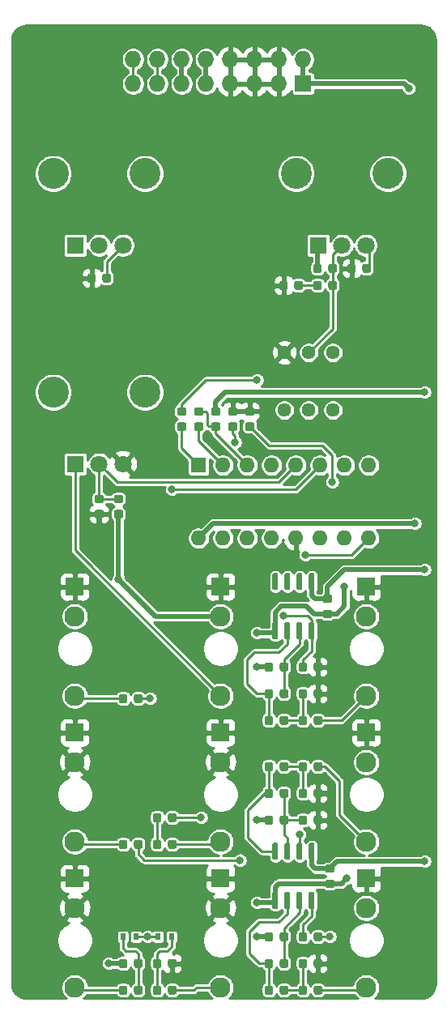
<source format=gbr>
G04 #@! TF.GenerationSoftware,KiCad,Pcbnew,5.1.5-52549c5~84~ubuntu19.04.1*
G04 #@! TF.CreationDate,2020-04-14T21:23:31+02:00*
G04 #@! TF.ProjectId,osc1,6f736331-2e6b-4696-9361-645f70636258,rev?*
G04 #@! TF.SameCoordinates,Original*
G04 #@! TF.FileFunction,Copper,L2,Bot*
G04 #@! TF.FilePolarity,Positive*
%FSLAX46Y46*%
G04 Gerber Fmt 4.6, Leading zero omitted, Abs format (unit mm)*
G04 Created by KiCad (PCBNEW 5.1.5-52549c5~84~ubuntu19.04.1) date 2020-04-14 21:23:31*
%MOMM*%
%LPD*%
G04 APERTURE LIST*
%ADD10C,0.100000*%
%ADD11R,0.600000X0.700000*%
%ADD12C,2.130000*%
%ADD13R,1.930000X1.830000*%
%ADD14C,1.440000*%
%ADD15R,1.600000X1.600000*%
%ADD16O,1.600000X1.600000*%
%ADD17C,3.240000*%
%ADD18C,1.800000*%
%ADD19R,1.800000X1.800000*%
%ADD20O,1.727200X1.727200*%
%ADD21R,1.727200X1.727200*%
%ADD22C,0.800000*%
%ADD23C,0.250000*%
%ADD24C,0.508000*%
%ADD25C,0.254000*%
G04 APERTURE END LIST*
G04 #@! TA.AperFunction,SMDPad,CuDef*
D10*
G36*
X99859703Y-132002722D02*
G01*
X99874264Y-132004882D01*
X99888543Y-132008459D01*
X99902403Y-132013418D01*
X99915710Y-132019712D01*
X99928336Y-132027280D01*
X99940159Y-132036048D01*
X99951066Y-132045934D01*
X99960952Y-132056841D01*
X99969720Y-132068664D01*
X99977288Y-132081290D01*
X99983582Y-132094597D01*
X99988541Y-132108457D01*
X99992118Y-132122736D01*
X99994278Y-132137297D01*
X99995000Y-132152000D01*
X99995000Y-133602000D01*
X99994278Y-133616703D01*
X99992118Y-133631264D01*
X99988541Y-133645543D01*
X99983582Y-133659403D01*
X99977288Y-133672710D01*
X99969720Y-133685336D01*
X99960952Y-133697159D01*
X99951066Y-133708066D01*
X99940159Y-133717952D01*
X99928336Y-133726720D01*
X99915710Y-133734288D01*
X99902403Y-133740582D01*
X99888543Y-133745541D01*
X99874264Y-133749118D01*
X99859703Y-133751278D01*
X99845000Y-133752000D01*
X99545000Y-133752000D01*
X99530297Y-133751278D01*
X99515736Y-133749118D01*
X99501457Y-133745541D01*
X99487597Y-133740582D01*
X99474290Y-133734288D01*
X99461664Y-133726720D01*
X99449841Y-133717952D01*
X99438934Y-133708066D01*
X99429048Y-133697159D01*
X99420280Y-133685336D01*
X99412712Y-133672710D01*
X99406418Y-133659403D01*
X99401459Y-133645543D01*
X99397882Y-133631264D01*
X99395722Y-133616703D01*
X99395000Y-133602000D01*
X99395000Y-132152000D01*
X99395722Y-132137297D01*
X99397882Y-132122736D01*
X99401459Y-132108457D01*
X99406418Y-132094597D01*
X99412712Y-132081290D01*
X99420280Y-132068664D01*
X99429048Y-132056841D01*
X99438934Y-132045934D01*
X99449841Y-132036048D01*
X99461664Y-132027280D01*
X99474290Y-132019712D01*
X99487597Y-132013418D01*
X99501457Y-132008459D01*
X99515736Y-132004882D01*
X99530297Y-132002722D01*
X99545000Y-132002000D01*
X99845000Y-132002000D01*
X99859703Y-132002722D01*
G37*
G04 #@! TD.AperFunction*
G04 #@! TA.AperFunction,SMDPad,CuDef*
G36*
X101129703Y-132002722D02*
G01*
X101144264Y-132004882D01*
X101158543Y-132008459D01*
X101172403Y-132013418D01*
X101185710Y-132019712D01*
X101198336Y-132027280D01*
X101210159Y-132036048D01*
X101221066Y-132045934D01*
X101230952Y-132056841D01*
X101239720Y-132068664D01*
X101247288Y-132081290D01*
X101253582Y-132094597D01*
X101258541Y-132108457D01*
X101262118Y-132122736D01*
X101264278Y-132137297D01*
X101265000Y-132152000D01*
X101265000Y-133602000D01*
X101264278Y-133616703D01*
X101262118Y-133631264D01*
X101258541Y-133645543D01*
X101253582Y-133659403D01*
X101247288Y-133672710D01*
X101239720Y-133685336D01*
X101230952Y-133697159D01*
X101221066Y-133708066D01*
X101210159Y-133717952D01*
X101198336Y-133726720D01*
X101185710Y-133734288D01*
X101172403Y-133740582D01*
X101158543Y-133745541D01*
X101144264Y-133749118D01*
X101129703Y-133751278D01*
X101115000Y-133752000D01*
X100815000Y-133752000D01*
X100800297Y-133751278D01*
X100785736Y-133749118D01*
X100771457Y-133745541D01*
X100757597Y-133740582D01*
X100744290Y-133734288D01*
X100731664Y-133726720D01*
X100719841Y-133717952D01*
X100708934Y-133708066D01*
X100699048Y-133697159D01*
X100690280Y-133685336D01*
X100682712Y-133672710D01*
X100676418Y-133659403D01*
X100671459Y-133645543D01*
X100667882Y-133631264D01*
X100665722Y-133616703D01*
X100665000Y-133602000D01*
X100665000Y-132152000D01*
X100665722Y-132137297D01*
X100667882Y-132122736D01*
X100671459Y-132108457D01*
X100676418Y-132094597D01*
X100682712Y-132081290D01*
X100690280Y-132068664D01*
X100699048Y-132056841D01*
X100708934Y-132045934D01*
X100719841Y-132036048D01*
X100731664Y-132027280D01*
X100744290Y-132019712D01*
X100757597Y-132013418D01*
X100771457Y-132008459D01*
X100785736Y-132004882D01*
X100800297Y-132002722D01*
X100815000Y-132002000D01*
X101115000Y-132002000D01*
X101129703Y-132002722D01*
G37*
G04 #@! TD.AperFunction*
G04 #@! TA.AperFunction,SMDPad,CuDef*
G36*
X102399703Y-132002722D02*
G01*
X102414264Y-132004882D01*
X102428543Y-132008459D01*
X102442403Y-132013418D01*
X102455710Y-132019712D01*
X102468336Y-132027280D01*
X102480159Y-132036048D01*
X102491066Y-132045934D01*
X102500952Y-132056841D01*
X102509720Y-132068664D01*
X102517288Y-132081290D01*
X102523582Y-132094597D01*
X102528541Y-132108457D01*
X102532118Y-132122736D01*
X102534278Y-132137297D01*
X102535000Y-132152000D01*
X102535000Y-133602000D01*
X102534278Y-133616703D01*
X102532118Y-133631264D01*
X102528541Y-133645543D01*
X102523582Y-133659403D01*
X102517288Y-133672710D01*
X102509720Y-133685336D01*
X102500952Y-133697159D01*
X102491066Y-133708066D01*
X102480159Y-133717952D01*
X102468336Y-133726720D01*
X102455710Y-133734288D01*
X102442403Y-133740582D01*
X102428543Y-133745541D01*
X102414264Y-133749118D01*
X102399703Y-133751278D01*
X102385000Y-133752000D01*
X102085000Y-133752000D01*
X102070297Y-133751278D01*
X102055736Y-133749118D01*
X102041457Y-133745541D01*
X102027597Y-133740582D01*
X102014290Y-133734288D01*
X102001664Y-133726720D01*
X101989841Y-133717952D01*
X101978934Y-133708066D01*
X101969048Y-133697159D01*
X101960280Y-133685336D01*
X101952712Y-133672710D01*
X101946418Y-133659403D01*
X101941459Y-133645543D01*
X101937882Y-133631264D01*
X101935722Y-133616703D01*
X101935000Y-133602000D01*
X101935000Y-132152000D01*
X101935722Y-132137297D01*
X101937882Y-132122736D01*
X101941459Y-132108457D01*
X101946418Y-132094597D01*
X101952712Y-132081290D01*
X101960280Y-132068664D01*
X101969048Y-132056841D01*
X101978934Y-132045934D01*
X101989841Y-132036048D01*
X102001664Y-132027280D01*
X102014290Y-132019712D01*
X102027597Y-132013418D01*
X102041457Y-132008459D01*
X102055736Y-132004882D01*
X102070297Y-132002722D01*
X102085000Y-132002000D01*
X102385000Y-132002000D01*
X102399703Y-132002722D01*
G37*
G04 #@! TD.AperFunction*
G04 #@! TA.AperFunction,SMDPad,CuDef*
G36*
X103669703Y-132002722D02*
G01*
X103684264Y-132004882D01*
X103698543Y-132008459D01*
X103712403Y-132013418D01*
X103725710Y-132019712D01*
X103738336Y-132027280D01*
X103750159Y-132036048D01*
X103761066Y-132045934D01*
X103770952Y-132056841D01*
X103779720Y-132068664D01*
X103787288Y-132081290D01*
X103793582Y-132094597D01*
X103798541Y-132108457D01*
X103802118Y-132122736D01*
X103804278Y-132137297D01*
X103805000Y-132152000D01*
X103805000Y-133602000D01*
X103804278Y-133616703D01*
X103802118Y-133631264D01*
X103798541Y-133645543D01*
X103793582Y-133659403D01*
X103787288Y-133672710D01*
X103779720Y-133685336D01*
X103770952Y-133697159D01*
X103761066Y-133708066D01*
X103750159Y-133717952D01*
X103738336Y-133726720D01*
X103725710Y-133734288D01*
X103712403Y-133740582D01*
X103698543Y-133745541D01*
X103684264Y-133749118D01*
X103669703Y-133751278D01*
X103655000Y-133752000D01*
X103355000Y-133752000D01*
X103340297Y-133751278D01*
X103325736Y-133749118D01*
X103311457Y-133745541D01*
X103297597Y-133740582D01*
X103284290Y-133734288D01*
X103271664Y-133726720D01*
X103259841Y-133717952D01*
X103248934Y-133708066D01*
X103239048Y-133697159D01*
X103230280Y-133685336D01*
X103222712Y-133672710D01*
X103216418Y-133659403D01*
X103211459Y-133645543D01*
X103207882Y-133631264D01*
X103205722Y-133616703D01*
X103205000Y-133602000D01*
X103205000Y-132152000D01*
X103205722Y-132137297D01*
X103207882Y-132122736D01*
X103211459Y-132108457D01*
X103216418Y-132094597D01*
X103222712Y-132081290D01*
X103230280Y-132068664D01*
X103239048Y-132056841D01*
X103248934Y-132045934D01*
X103259841Y-132036048D01*
X103271664Y-132027280D01*
X103284290Y-132019712D01*
X103297597Y-132013418D01*
X103311457Y-132008459D01*
X103325736Y-132004882D01*
X103340297Y-132002722D01*
X103355000Y-132002000D01*
X103655000Y-132002000D01*
X103669703Y-132002722D01*
G37*
G04 #@! TD.AperFunction*
G04 #@! TA.AperFunction,SMDPad,CuDef*
G36*
X103669703Y-126852722D02*
G01*
X103684264Y-126854882D01*
X103698543Y-126858459D01*
X103712403Y-126863418D01*
X103725710Y-126869712D01*
X103738336Y-126877280D01*
X103750159Y-126886048D01*
X103761066Y-126895934D01*
X103770952Y-126906841D01*
X103779720Y-126918664D01*
X103787288Y-126931290D01*
X103793582Y-126944597D01*
X103798541Y-126958457D01*
X103802118Y-126972736D01*
X103804278Y-126987297D01*
X103805000Y-127002000D01*
X103805000Y-128452000D01*
X103804278Y-128466703D01*
X103802118Y-128481264D01*
X103798541Y-128495543D01*
X103793582Y-128509403D01*
X103787288Y-128522710D01*
X103779720Y-128535336D01*
X103770952Y-128547159D01*
X103761066Y-128558066D01*
X103750159Y-128567952D01*
X103738336Y-128576720D01*
X103725710Y-128584288D01*
X103712403Y-128590582D01*
X103698543Y-128595541D01*
X103684264Y-128599118D01*
X103669703Y-128601278D01*
X103655000Y-128602000D01*
X103355000Y-128602000D01*
X103340297Y-128601278D01*
X103325736Y-128599118D01*
X103311457Y-128595541D01*
X103297597Y-128590582D01*
X103284290Y-128584288D01*
X103271664Y-128576720D01*
X103259841Y-128567952D01*
X103248934Y-128558066D01*
X103239048Y-128547159D01*
X103230280Y-128535336D01*
X103222712Y-128522710D01*
X103216418Y-128509403D01*
X103211459Y-128495543D01*
X103207882Y-128481264D01*
X103205722Y-128466703D01*
X103205000Y-128452000D01*
X103205000Y-127002000D01*
X103205722Y-126987297D01*
X103207882Y-126972736D01*
X103211459Y-126958457D01*
X103216418Y-126944597D01*
X103222712Y-126931290D01*
X103230280Y-126918664D01*
X103239048Y-126906841D01*
X103248934Y-126895934D01*
X103259841Y-126886048D01*
X103271664Y-126877280D01*
X103284290Y-126869712D01*
X103297597Y-126863418D01*
X103311457Y-126858459D01*
X103325736Y-126854882D01*
X103340297Y-126852722D01*
X103355000Y-126852000D01*
X103655000Y-126852000D01*
X103669703Y-126852722D01*
G37*
G04 #@! TD.AperFunction*
G04 #@! TA.AperFunction,SMDPad,CuDef*
G36*
X102399703Y-126852722D02*
G01*
X102414264Y-126854882D01*
X102428543Y-126858459D01*
X102442403Y-126863418D01*
X102455710Y-126869712D01*
X102468336Y-126877280D01*
X102480159Y-126886048D01*
X102491066Y-126895934D01*
X102500952Y-126906841D01*
X102509720Y-126918664D01*
X102517288Y-126931290D01*
X102523582Y-126944597D01*
X102528541Y-126958457D01*
X102532118Y-126972736D01*
X102534278Y-126987297D01*
X102535000Y-127002000D01*
X102535000Y-128452000D01*
X102534278Y-128466703D01*
X102532118Y-128481264D01*
X102528541Y-128495543D01*
X102523582Y-128509403D01*
X102517288Y-128522710D01*
X102509720Y-128535336D01*
X102500952Y-128547159D01*
X102491066Y-128558066D01*
X102480159Y-128567952D01*
X102468336Y-128576720D01*
X102455710Y-128584288D01*
X102442403Y-128590582D01*
X102428543Y-128595541D01*
X102414264Y-128599118D01*
X102399703Y-128601278D01*
X102385000Y-128602000D01*
X102085000Y-128602000D01*
X102070297Y-128601278D01*
X102055736Y-128599118D01*
X102041457Y-128595541D01*
X102027597Y-128590582D01*
X102014290Y-128584288D01*
X102001664Y-128576720D01*
X101989841Y-128567952D01*
X101978934Y-128558066D01*
X101969048Y-128547159D01*
X101960280Y-128535336D01*
X101952712Y-128522710D01*
X101946418Y-128509403D01*
X101941459Y-128495543D01*
X101937882Y-128481264D01*
X101935722Y-128466703D01*
X101935000Y-128452000D01*
X101935000Y-127002000D01*
X101935722Y-126987297D01*
X101937882Y-126972736D01*
X101941459Y-126958457D01*
X101946418Y-126944597D01*
X101952712Y-126931290D01*
X101960280Y-126918664D01*
X101969048Y-126906841D01*
X101978934Y-126895934D01*
X101989841Y-126886048D01*
X102001664Y-126877280D01*
X102014290Y-126869712D01*
X102027597Y-126863418D01*
X102041457Y-126858459D01*
X102055736Y-126854882D01*
X102070297Y-126852722D01*
X102085000Y-126852000D01*
X102385000Y-126852000D01*
X102399703Y-126852722D01*
G37*
G04 #@! TD.AperFunction*
G04 #@! TA.AperFunction,SMDPad,CuDef*
G36*
X101129703Y-126852722D02*
G01*
X101144264Y-126854882D01*
X101158543Y-126858459D01*
X101172403Y-126863418D01*
X101185710Y-126869712D01*
X101198336Y-126877280D01*
X101210159Y-126886048D01*
X101221066Y-126895934D01*
X101230952Y-126906841D01*
X101239720Y-126918664D01*
X101247288Y-126931290D01*
X101253582Y-126944597D01*
X101258541Y-126958457D01*
X101262118Y-126972736D01*
X101264278Y-126987297D01*
X101265000Y-127002000D01*
X101265000Y-128452000D01*
X101264278Y-128466703D01*
X101262118Y-128481264D01*
X101258541Y-128495543D01*
X101253582Y-128509403D01*
X101247288Y-128522710D01*
X101239720Y-128535336D01*
X101230952Y-128547159D01*
X101221066Y-128558066D01*
X101210159Y-128567952D01*
X101198336Y-128576720D01*
X101185710Y-128584288D01*
X101172403Y-128590582D01*
X101158543Y-128595541D01*
X101144264Y-128599118D01*
X101129703Y-128601278D01*
X101115000Y-128602000D01*
X100815000Y-128602000D01*
X100800297Y-128601278D01*
X100785736Y-128599118D01*
X100771457Y-128595541D01*
X100757597Y-128590582D01*
X100744290Y-128584288D01*
X100731664Y-128576720D01*
X100719841Y-128567952D01*
X100708934Y-128558066D01*
X100699048Y-128547159D01*
X100690280Y-128535336D01*
X100682712Y-128522710D01*
X100676418Y-128509403D01*
X100671459Y-128495543D01*
X100667882Y-128481264D01*
X100665722Y-128466703D01*
X100665000Y-128452000D01*
X100665000Y-127002000D01*
X100665722Y-126987297D01*
X100667882Y-126972736D01*
X100671459Y-126958457D01*
X100676418Y-126944597D01*
X100682712Y-126931290D01*
X100690280Y-126918664D01*
X100699048Y-126906841D01*
X100708934Y-126895934D01*
X100719841Y-126886048D01*
X100731664Y-126877280D01*
X100744290Y-126869712D01*
X100757597Y-126863418D01*
X100771457Y-126858459D01*
X100785736Y-126854882D01*
X100800297Y-126852722D01*
X100815000Y-126852000D01*
X101115000Y-126852000D01*
X101129703Y-126852722D01*
G37*
G04 #@! TD.AperFunction*
G04 #@! TA.AperFunction,SMDPad,CuDef*
G36*
X99859703Y-126852722D02*
G01*
X99874264Y-126854882D01*
X99888543Y-126858459D01*
X99902403Y-126863418D01*
X99915710Y-126869712D01*
X99928336Y-126877280D01*
X99940159Y-126886048D01*
X99951066Y-126895934D01*
X99960952Y-126906841D01*
X99969720Y-126918664D01*
X99977288Y-126931290D01*
X99983582Y-126944597D01*
X99988541Y-126958457D01*
X99992118Y-126972736D01*
X99994278Y-126987297D01*
X99995000Y-127002000D01*
X99995000Y-128452000D01*
X99994278Y-128466703D01*
X99992118Y-128481264D01*
X99988541Y-128495543D01*
X99983582Y-128509403D01*
X99977288Y-128522710D01*
X99969720Y-128535336D01*
X99960952Y-128547159D01*
X99951066Y-128558066D01*
X99940159Y-128567952D01*
X99928336Y-128576720D01*
X99915710Y-128584288D01*
X99902403Y-128590582D01*
X99888543Y-128595541D01*
X99874264Y-128599118D01*
X99859703Y-128601278D01*
X99845000Y-128602000D01*
X99545000Y-128602000D01*
X99530297Y-128601278D01*
X99515736Y-128599118D01*
X99501457Y-128595541D01*
X99487597Y-128590582D01*
X99474290Y-128584288D01*
X99461664Y-128576720D01*
X99449841Y-128567952D01*
X99438934Y-128558066D01*
X99429048Y-128547159D01*
X99420280Y-128535336D01*
X99412712Y-128522710D01*
X99406418Y-128509403D01*
X99401459Y-128495543D01*
X99397882Y-128481264D01*
X99395722Y-128466703D01*
X99395000Y-128452000D01*
X99395000Y-127002000D01*
X99395722Y-126987297D01*
X99397882Y-126972736D01*
X99401459Y-126958457D01*
X99406418Y-126944597D01*
X99412712Y-126931290D01*
X99420280Y-126918664D01*
X99429048Y-126906841D01*
X99438934Y-126895934D01*
X99449841Y-126886048D01*
X99461664Y-126877280D01*
X99474290Y-126869712D01*
X99487597Y-126863418D01*
X99501457Y-126858459D01*
X99515736Y-126854882D01*
X99530297Y-126852722D01*
X99545000Y-126852000D01*
X99845000Y-126852000D01*
X99859703Y-126852722D01*
G37*
G04 #@! TD.AperFunction*
G04 #@! TA.AperFunction,SMDPad,CuDef*
G36*
X105687691Y-157297553D02*
G01*
X105708926Y-157300703D01*
X105729750Y-157305919D01*
X105749962Y-157313151D01*
X105769368Y-157322330D01*
X105787781Y-157333366D01*
X105805024Y-157346154D01*
X105820930Y-157360570D01*
X105835346Y-157376476D01*
X105848134Y-157393719D01*
X105859170Y-157412132D01*
X105868349Y-157431538D01*
X105875581Y-157451750D01*
X105880797Y-157472574D01*
X105883947Y-157493809D01*
X105885000Y-157515250D01*
X105885000Y-157952750D01*
X105883947Y-157974191D01*
X105880797Y-157995426D01*
X105875581Y-158016250D01*
X105868349Y-158036462D01*
X105859170Y-158055868D01*
X105848134Y-158074281D01*
X105835346Y-158091524D01*
X105820930Y-158107430D01*
X105805024Y-158121846D01*
X105787781Y-158134634D01*
X105769368Y-158145670D01*
X105749962Y-158154849D01*
X105729750Y-158162081D01*
X105708926Y-158167297D01*
X105687691Y-158170447D01*
X105666250Y-158171500D01*
X105153750Y-158171500D01*
X105132309Y-158170447D01*
X105111074Y-158167297D01*
X105090250Y-158162081D01*
X105070038Y-158154849D01*
X105050632Y-158145670D01*
X105032219Y-158134634D01*
X105014976Y-158121846D01*
X104999070Y-158107430D01*
X104984654Y-158091524D01*
X104971866Y-158074281D01*
X104960830Y-158055868D01*
X104951651Y-158036462D01*
X104944419Y-158016250D01*
X104939203Y-157995426D01*
X104936053Y-157974191D01*
X104935000Y-157952750D01*
X104935000Y-157515250D01*
X104936053Y-157493809D01*
X104939203Y-157472574D01*
X104944419Y-157451750D01*
X104951651Y-157431538D01*
X104960830Y-157412132D01*
X104971866Y-157393719D01*
X104984654Y-157376476D01*
X104999070Y-157360570D01*
X105014976Y-157346154D01*
X105032219Y-157333366D01*
X105050632Y-157322330D01*
X105070038Y-157313151D01*
X105090250Y-157305919D01*
X105111074Y-157300703D01*
X105132309Y-157297553D01*
X105153750Y-157296500D01*
X105666250Y-157296500D01*
X105687691Y-157297553D01*
G37*
G04 #@! TD.AperFunction*
G04 #@! TA.AperFunction,SMDPad,CuDef*
G36*
X105687691Y-158872553D02*
G01*
X105708926Y-158875703D01*
X105729750Y-158880919D01*
X105749962Y-158888151D01*
X105769368Y-158897330D01*
X105787781Y-158908366D01*
X105805024Y-158921154D01*
X105820930Y-158935570D01*
X105835346Y-158951476D01*
X105848134Y-158968719D01*
X105859170Y-158987132D01*
X105868349Y-159006538D01*
X105875581Y-159026750D01*
X105880797Y-159047574D01*
X105883947Y-159068809D01*
X105885000Y-159090250D01*
X105885000Y-159527750D01*
X105883947Y-159549191D01*
X105880797Y-159570426D01*
X105875581Y-159591250D01*
X105868349Y-159611462D01*
X105859170Y-159630868D01*
X105848134Y-159649281D01*
X105835346Y-159666524D01*
X105820930Y-159682430D01*
X105805024Y-159696846D01*
X105787781Y-159709634D01*
X105769368Y-159720670D01*
X105749962Y-159729849D01*
X105729750Y-159737081D01*
X105708926Y-159742297D01*
X105687691Y-159745447D01*
X105666250Y-159746500D01*
X105153750Y-159746500D01*
X105132309Y-159745447D01*
X105111074Y-159742297D01*
X105090250Y-159737081D01*
X105070038Y-159729849D01*
X105050632Y-159720670D01*
X105032219Y-159709634D01*
X105014976Y-159696846D01*
X104999070Y-159682430D01*
X104984654Y-159666524D01*
X104971866Y-159649281D01*
X104960830Y-159630868D01*
X104951651Y-159611462D01*
X104944419Y-159591250D01*
X104939203Y-159570426D01*
X104936053Y-159549191D01*
X104935000Y-159527750D01*
X104935000Y-159090250D01*
X104936053Y-159068809D01*
X104939203Y-159047574D01*
X104944419Y-159026750D01*
X104951651Y-159006538D01*
X104960830Y-158987132D01*
X104971866Y-158968719D01*
X104984654Y-158951476D01*
X104999070Y-158935570D01*
X105014976Y-158921154D01*
X105032219Y-158908366D01*
X105050632Y-158897330D01*
X105070038Y-158888151D01*
X105090250Y-158880919D01*
X105111074Y-158875703D01*
X105132309Y-158872553D01*
X105153750Y-158871500D01*
X105666250Y-158871500D01*
X105687691Y-158872553D01*
G37*
G04 #@! TD.AperFunction*
G04 #@! TA.AperFunction,SMDPad,CuDef*
G36*
X105433691Y-129103553D02*
G01*
X105454926Y-129106703D01*
X105475750Y-129111919D01*
X105495962Y-129119151D01*
X105515368Y-129128330D01*
X105533781Y-129139366D01*
X105551024Y-129152154D01*
X105566930Y-129166570D01*
X105581346Y-129182476D01*
X105594134Y-129199719D01*
X105605170Y-129218132D01*
X105614349Y-129237538D01*
X105621581Y-129257750D01*
X105626797Y-129278574D01*
X105629947Y-129299809D01*
X105631000Y-129321250D01*
X105631000Y-129758750D01*
X105629947Y-129780191D01*
X105626797Y-129801426D01*
X105621581Y-129822250D01*
X105614349Y-129842462D01*
X105605170Y-129861868D01*
X105594134Y-129880281D01*
X105581346Y-129897524D01*
X105566930Y-129913430D01*
X105551024Y-129927846D01*
X105533781Y-129940634D01*
X105515368Y-129951670D01*
X105495962Y-129960849D01*
X105475750Y-129968081D01*
X105454926Y-129973297D01*
X105433691Y-129976447D01*
X105412250Y-129977500D01*
X104899750Y-129977500D01*
X104878309Y-129976447D01*
X104857074Y-129973297D01*
X104836250Y-129968081D01*
X104816038Y-129960849D01*
X104796632Y-129951670D01*
X104778219Y-129940634D01*
X104760976Y-129927846D01*
X104745070Y-129913430D01*
X104730654Y-129897524D01*
X104717866Y-129880281D01*
X104706830Y-129861868D01*
X104697651Y-129842462D01*
X104690419Y-129822250D01*
X104685203Y-129801426D01*
X104682053Y-129780191D01*
X104681000Y-129758750D01*
X104681000Y-129321250D01*
X104682053Y-129299809D01*
X104685203Y-129278574D01*
X104690419Y-129257750D01*
X104697651Y-129237538D01*
X104706830Y-129218132D01*
X104717866Y-129199719D01*
X104730654Y-129182476D01*
X104745070Y-129166570D01*
X104760976Y-129152154D01*
X104778219Y-129139366D01*
X104796632Y-129128330D01*
X104816038Y-129119151D01*
X104836250Y-129111919D01*
X104857074Y-129106703D01*
X104878309Y-129103553D01*
X104899750Y-129102500D01*
X105412250Y-129102500D01*
X105433691Y-129103553D01*
G37*
G04 #@! TD.AperFunction*
G04 #@! TA.AperFunction,SMDPad,CuDef*
G36*
X105433691Y-130678553D02*
G01*
X105454926Y-130681703D01*
X105475750Y-130686919D01*
X105495962Y-130694151D01*
X105515368Y-130703330D01*
X105533781Y-130714366D01*
X105551024Y-130727154D01*
X105566930Y-130741570D01*
X105581346Y-130757476D01*
X105594134Y-130774719D01*
X105605170Y-130793132D01*
X105614349Y-130812538D01*
X105621581Y-130832750D01*
X105626797Y-130853574D01*
X105629947Y-130874809D01*
X105631000Y-130896250D01*
X105631000Y-131333750D01*
X105629947Y-131355191D01*
X105626797Y-131376426D01*
X105621581Y-131397250D01*
X105614349Y-131417462D01*
X105605170Y-131436868D01*
X105594134Y-131455281D01*
X105581346Y-131472524D01*
X105566930Y-131488430D01*
X105551024Y-131502846D01*
X105533781Y-131515634D01*
X105515368Y-131526670D01*
X105495962Y-131535849D01*
X105475750Y-131543081D01*
X105454926Y-131548297D01*
X105433691Y-131551447D01*
X105412250Y-131552500D01*
X104899750Y-131552500D01*
X104878309Y-131551447D01*
X104857074Y-131548297D01*
X104836250Y-131543081D01*
X104816038Y-131535849D01*
X104796632Y-131526670D01*
X104778219Y-131515634D01*
X104760976Y-131502846D01*
X104745070Y-131488430D01*
X104730654Y-131472524D01*
X104717866Y-131455281D01*
X104706830Y-131436868D01*
X104697651Y-131417462D01*
X104690419Y-131397250D01*
X104685203Y-131376426D01*
X104682053Y-131355191D01*
X104681000Y-131333750D01*
X104681000Y-130896250D01*
X104682053Y-130874809D01*
X104685203Y-130853574D01*
X104690419Y-130832750D01*
X104697651Y-130812538D01*
X104706830Y-130793132D01*
X104717866Y-130774719D01*
X104730654Y-130757476D01*
X104745070Y-130741570D01*
X104760976Y-130727154D01*
X104778219Y-130714366D01*
X104796632Y-130703330D01*
X104816038Y-130694151D01*
X104836250Y-130686919D01*
X104857074Y-130681703D01*
X104878309Y-130678553D01*
X104899750Y-130677500D01*
X105412250Y-130677500D01*
X105433691Y-130678553D01*
G37*
G04 #@! TD.AperFunction*
D11*
X88838000Y-164846000D03*
X87438000Y-164846000D03*
X85155000Y-164846000D03*
X83755000Y-164846000D03*
D12*
X93980000Y-139670000D03*
D13*
X93980000Y-128270000D03*
D12*
X93980000Y-131370000D03*
D14*
X100650000Y-103800000D03*
X103190000Y-103800000D03*
X105730000Y-103800000D03*
X100650000Y-109800000D03*
X103190000Y-109800000D03*
X105730000Y-109800000D03*
G04 #@! TA.AperFunction,SMDPad,CuDef*
D10*
G36*
X99859703Y-160196722D02*
G01*
X99874264Y-160198882D01*
X99888543Y-160202459D01*
X99902403Y-160207418D01*
X99915710Y-160213712D01*
X99928336Y-160221280D01*
X99940159Y-160230048D01*
X99951066Y-160239934D01*
X99960952Y-160250841D01*
X99969720Y-160262664D01*
X99977288Y-160275290D01*
X99983582Y-160288597D01*
X99988541Y-160302457D01*
X99992118Y-160316736D01*
X99994278Y-160331297D01*
X99995000Y-160346000D01*
X99995000Y-161796000D01*
X99994278Y-161810703D01*
X99992118Y-161825264D01*
X99988541Y-161839543D01*
X99983582Y-161853403D01*
X99977288Y-161866710D01*
X99969720Y-161879336D01*
X99960952Y-161891159D01*
X99951066Y-161902066D01*
X99940159Y-161911952D01*
X99928336Y-161920720D01*
X99915710Y-161928288D01*
X99902403Y-161934582D01*
X99888543Y-161939541D01*
X99874264Y-161943118D01*
X99859703Y-161945278D01*
X99845000Y-161946000D01*
X99545000Y-161946000D01*
X99530297Y-161945278D01*
X99515736Y-161943118D01*
X99501457Y-161939541D01*
X99487597Y-161934582D01*
X99474290Y-161928288D01*
X99461664Y-161920720D01*
X99449841Y-161911952D01*
X99438934Y-161902066D01*
X99429048Y-161891159D01*
X99420280Y-161879336D01*
X99412712Y-161866710D01*
X99406418Y-161853403D01*
X99401459Y-161839543D01*
X99397882Y-161825264D01*
X99395722Y-161810703D01*
X99395000Y-161796000D01*
X99395000Y-160346000D01*
X99395722Y-160331297D01*
X99397882Y-160316736D01*
X99401459Y-160302457D01*
X99406418Y-160288597D01*
X99412712Y-160275290D01*
X99420280Y-160262664D01*
X99429048Y-160250841D01*
X99438934Y-160239934D01*
X99449841Y-160230048D01*
X99461664Y-160221280D01*
X99474290Y-160213712D01*
X99487597Y-160207418D01*
X99501457Y-160202459D01*
X99515736Y-160198882D01*
X99530297Y-160196722D01*
X99545000Y-160196000D01*
X99845000Y-160196000D01*
X99859703Y-160196722D01*
G37*
G04 #@! TD.AperFunction*
G04 #@! TA.AperFunction,SMDPad,CuDef*
G36*
X101129703Y-160196722D02*
G01*
X101144264Y-160198882D01*
X101158543Y-160202459D01*
X101172403Y-160207418D01*
X101185710Y-160213712D01*
X101198336Y-160221280D01*
X101210159Y-160230048D01*
X101221066Y-160239934D01*
X101230952Y-160250841D01*
X101239720Y-160262664D01*
X101247288Y-160275290D01*
X101253582Y-160288597D01*
X101258541Y-160302457D01*
X101262118Y-160316736D01*
X101264278Y-160331297D01*
X101265000Y-160346000D01*
X101265000Y-161796000D01*
X101264278Y-161810703D01*
X101262118Y-161825264D01*
X101258541Y-161839543D01*
X101253582Y-161853403D01*
X101247288Y-161866710D01*
X101239720Y-161879336D01*
X101230952Y-161891159D01*
X101221066Y-161902066D01*
X101210159Y-161911952D01*
X101198336Y-161920720D01*
X101185710Y-161928288D01*
X101172403Y-161934582D01*
X101158543Y-161939541D01*
X101144264Y-161943118D01*
X101129703Y-161945278D01*
X101115000Y-161946000D01*
X100815000Y-161946000D01*
X100800297Y-161945278D01*
X100785736Y-161943118D01*
X100771457Y-161939541D01*
X100757597Y-161934582D01*
X100744290Y-161928288D01*
X100731664Y-161920720D01*
X100719841Y-161911952D01*
X100708934Y-161902066D01*
X100699048Y-161891159D01*
X100690280Y-161879336D01*
X100682712Y-161866710D01*
X100676418Y-161853403D01*
X100671459Y-161839543D01*
X100667882Y-161825264D01*
X100665722Y-161810703D01*
X100665000Y-161796000D01*
X100665000Y-160346000D01*
X100665722Y-160331297D01*
X100667882Y-160316736D01*
X100671459Y-160302457D01*
X100676418Y-160288597D01*
X100682712Y-160275290D01*
X100690280Y-160262664D01*
X100699048Y-160250841D01*
X100708934Y-160239934D01*
X100719841Y-160230048D01*
X100731664Y-160221280D01*
X100744290Y-160213712D01*
X100757597Y-160207418D01*
X100771457Y-160202459D01*
X100785736Y-160198882D01*
X100800297Y-160196722D01*
X100815000Y-160196000D01*
X101115000Y-160196000D01*
X101129703Y-160196722D01*
G37*
G04 #@! TD.AperFunction*
G04 #@! TA.AperFunction,SMDPad,CuDef*
G36*
X102399703Y-160196722D02*
G01*
X102414264Y-160198882D01*
X102428543Y-160202459D01*
X102442403Y-160207418D01*
X102455710Y-160213712D01*
X102468336Y-160221280D01*
X102480159Y-160230048D01*
X102491066Y-160239934D01*
X102500952Y-160250841D01*
X102509720Y-160262664D01*
X102517288Y-160275290D01*
X102523582Y-160288597D01*
X102528541Y-160302457D01*
X102532118Y-160316736D01*
X102534278Y-160331297D01*
X102535000Y-160346000D01*
X102535000Y-161796000D01*
X102534278Y-161810703D01*
X102532118Y-161825264D01*
X102528541Y-161839543D01*
X102523582Y-161853403D01*
X102517288Y-161866710D01*
X102509720Y-161879336D01*
X102500952Y-161891159D01*
X102491066Y-161902066D01*
X102480159Y-161911952D01*
X102468336Y-161920720D01*
X102455710Y-161928288D01*
X102442403Y-161934582D01*
X102428543Y-161939541D01*
X102414264Y-161943118D01*
X102399703Y-161945278D01*
X102385000Y-161946000D01*
X102085000Y-161946000D01*
X102070297Y-161945278D01*
X102055736Y-161943118D01*
X102041457Y-161939541D01*
X102027597Y-161934582D01*
X102014290Y-161928288D01*
X102001664Y-161920720D01*
X101989841Y-161911952D01*
X101978934Y-161902066D01*
X101969048Y-161891159D01*
X101960280Y-161879336D01*
X101952712Y-161866710D01*
X101946418Y-161853403D01*
X101941459Y-161839543D01*
X101937882Y-161825264D01*
X101935722Y-161810703D01*
X101935000Y-161796000D01*
X101935000Y-160346000D01*
X101935722Y-160331297D01*
X101937882Y-160316736D01*
X101941459Y-160302457D01*
X101946418Y-160288597D01*
X101952712Y-160275290D01*
X101960280Y-160262664D01*
X101969048Y-160250841D01*
X101978934Y-160239934D01*
X101989841Y-160230048D01*
X102001664Y-160221280D01*
X102014290Y-160213712D01*
X102027597Y-160207418D01*
X102041457Y-160202459D01*
X102055736Y-160198882D01*
X102070297Y-160196722D01*
X102085000Y-160196000D01*
X102385000Y-160196000D01*
X102399703Y-160196722D01*
G37*
G04 #@! TD.AperFunction*
G04 #@! TA.AperFunction,SMDPad,CuDef*
G36*
X103669703Y-160196722D02*
G01*
X103684264Y-160198882D01*
X103698543Y-160202459D01*
X103712403Y-160207418D01*
X103725710Y-160213712D01*
X103738336Y-160221280D01*
X103750159Y-160230048D01*
X103761066Y-160239934D01*
X103770952Y-160250841D01*
X103779720Y-160262664D01*
X103787288Y-160275290D01*
X103793582Y-160288597D01*
X103798541Y-160302457D01*
X103802118Y-160316736D01*
X103804278Y-160331297D01*
X103805000Y-160346000D01*
X103805000Y-161796000D01*
X103804278Y-161810703D01*
X103802118Y-161825264D01*
X103798541Y-161839543D01*
X103793582Y-161853403D01*
X103787288Y-161866710D01*
X103779720Y-161879336D01*
X103770952Y-161891159D01*
X103761066Y-161902066D01*
X103750159Y-161911952D01*
X103738336Y-161920720D01*
X103725710Y-161928288D01*
X103712403Y-161934582D01*
X103698543Y-161939541D01*
X103684264Y-161943118D01*
X103669703Y-161945278D01*
X103655000Y-161946000D01*
X103355000Y-161946000D01*
X103340297Y-161945278D01*
X103325736Y-161943118D01*
X103311457Y-161939541D01*
X103297597Y-161934582D01*
X103284290Y-161928288D01*
X103271664Y-161920720D01*
X103259841Y-161911952D01*
X103248934Y-161902066D01*
X103239048Y-161891159D01*
X103230280Y-161879336D01*
X103222712Y-161866710D01*
X103216418Y-161853403D01*
X103211459Y-161839543D01*
X103207882Y-161825264D01*
X103205722Y-161810703D01*
X103205000Y-161796000D01*
X103205000Y-160346000D01*
X103205722Y-160331297D01*
X103207882Y-160316736D01*
X103211459Y-160302457D01*
X103216418Y-160288597D01*
X103222712Y-160275290D01*
X103230280Y-160262664D01*
X103239048Y-160250841D01*
X103248934Y-160239934D01*
X103259841Y-160230048D01*
X103271664Y-160221280D01*
X103284290Y-160213712D01*
X103297597Y-160207418D01*
X103311457Y-160202459D01*
X103325736Y-160198882D01*
X103340297Y-160196722D01*
X103355000Y-160196000D01*
X103655000Y-160196000D01*
X103669703Y-160196722D01*
G37*
G04 #@! TD.AperFunction*
G04 #@! TA.AperFunction,SMDPad,CuDef*
G36*
X103669703Y-155046722D02*
G01*
X103684264Y-155048882D01*
X103698543Y-155052459D01*
X103712403Y-155057418D01*
X103725710Y-155063712D01*
X103738336Y-155071280D01*
X103750159Y-155080048D01*
X103761066Y-155089934D01*
X103770952Y-155100841D01*
X103779720Y-155112664D01*
X103787288Y-155125290D01*
X103793582Y-155138597D01*
X103798541Y-155152457D01*
X103802118Y-155166736D01*
X103804278Y-155181297D01*
X103805000Y-155196000D01*
X103805000Y-156646000D01*
X103804278Y-156660703D01*
X103802118Y-156675264D01*
X103798541Y-156689543D01*
X103793582Y-156703403D01*
X103787288Y-156716710D01*
X103779720Y-156729336D01*
X103770952Y-156741159D01*
X103761066Y-156752066D01*
X103750159Y-156761952D01*
X103738336Y-156770720D01*
X103725710Y-156778288D01*
X103712403Y-156784582D01*
X103698543Y-156789541D01*
X103684264Y-156793118D01*
X103669703Y-156795278D01*
X103655000Y-156796000D01*
X103355000Y-156796000D01*
X103340297Y-156795278D01*
X103325736Y-156793118D01*
X103311457Y-156789541D01*
X103297597Y-156784582D01*
X103284290Y-156778288D01*
X103271664Y-156770720D01*
X103259841Y-156761952D01*
X103248934Y-156752066D01*
X103239048Y-156741159D01*
X103230280Y-156729336D01*
X103222712Y-156716710D01*
X103216418Y-156703403D01*
X103211459Y-156689543D01*
X103207882Y-156675264D01*
X103205722Y-156660703D01*
X103205000Y-156646000D01*
X103205000Y-155196000D01*
X103205722Y-155181297D01*
X103207882Y-155166736D01*
X103211459Y-155152457D01*
X103216418Y-155138597D01*
X103222712Y-155125290D01*
X103230280Y-155112664D01*
X103239048Y-155100841D01*
X103248934Y-155089934D01*
X103259841Y-155080048D01*
X103271664Y-155071280D01*
X103284290Y-155063712D01*
X103297597Y-155057418D01*
X103311457Y-155052459D01*
X103325736Y-155048882D01*
X103340297Y-155046722D01*
X103355000Y-155046000D01*
X103655000Y-155046000D01*
X103669703Y-155046722D01*
G37*
G04 #@! TD.AperFunction*
G04 #@! TA.AperFunction,SMDPad,CuDef*
G36*
X102399703Y-155046722D02*
G01*
X102414264Y-155048882D01*
X102428543Y-155052459D01*
X102442403Y-155057418D01*
X102455710Y-155063712D01*
X102468336Y-155071280D01*
X102480159Y-155080048D01*
X102491066Y-155089934D01*
X102500952Y-155100841D01*
X102509720Y-155112664D01*
X102517288Y-155125290D01*
X102523582Y-155138597D01*
X102528541Y-155152457D01*
X102532118Y-155166736D01*
X102534278Y-155181297D01*
X102535000Y-155196000D01*
X102535000Y-156646000D01*
X102534278Y-156660703D01*
X102532118Y-156675264D01*
X102528541Y-156689543D01*
X102523582Y-156703403D01*
X102517288Y-156716710D01*
X102509720Y-156729336D01*
X102500952Y-156741159D01*
X102491066Y-156752066D01*
X102480159Y-156761952D01*
X102468336Y-156770720D01*
X102455710Y-156778288D01*
X102442403Y-156784582D01*
X102428543Y-156789541D01*
X102414264Y-156793118D01*
X102399703Y-156795278D01*
X102385000Y-156796000D01*
X102085000Y-156796000D01*
X102070297Y-156795278D01*
X102055736Y-156793118D01*
X102041457Y-156789541D01*
X102027597Y-156784582D01*
X102014290Y-156778288D01*
X102001664Y-156770720D01*
X101989841Y-156761952D01*
X101978934Y-156752066D01*
X101969048Y-156741159D01*
X101960280Y-156729336D01*
X101952712Y-156716710D01*
X101946418Y-156703403D01*
X101941459Y-156689543D01*
X101937882Y-156675264D01*
X101935722Y-156660703D01*
X101935000Y-156646000D01*
X101935000Y-155196000D01*
X101935722Y-155181297D01*
X101937882Y-155166736D01*
X101941459Y-155152457D01*
X101946418Y-155138597D01*
X101952712Y-155125290D01*
X101960280Y-155112664D01*
X101969048Y-155100841D01*
X101978934Y-155089934D01*
X101989841Y-155080048D01*
X102001664Y-155071280D01*
X102014290Y-155063712D01*
X102027597Y-155057418D01*
X102041457Y-155052459D01*
X102055736Y-155048882D01*
X102070297Y-155046722D01*
X102085000Y-155046000D01*
X102385000Y-155046000D01*
X102399703Y-155046722D01*
G37*
G04 #@! TD.AperFunction*
G04 #@! TA.AperFunction,SMDPad,CuDef*
G36*
X101129703Y-155046722D02*
G01*
X101144264Y-155048882D01*
X101158543Y-155052459D01*
X101172403Y-155057418D01*
X101185710Y-155063712D01*
X101198336Y-155071280D01*
X101210159Y-155080048D01*
X101221066Y-155089934D01*
X101230952Y-155100841D01*
X101239720Y-155112664D01*
X101247288Y-155125290D01*
X101253582Y-155138597D01*
X101258541Y-155152457D01*
X101262118Y-155166736D01*
X101264278Y-155181297D01*
X101265000Y-155196000D01*
X101265000Y-156646000D01*
X101264278Y-156660703D01*
X101262118Y-156675264D01*
X101258541Y-156689543D01*
X101253582Y-156703403D01*
X101247288Y-156716710D01*
X101239720Y-156729336D01*
X101230952Y-156741159D01*
X101221066Y-156752066D01*
X101210159Y-156761952D01*
X101198336Y-156770720D01*
X101185710Y-156778288D01*
X101172403Y-156784582D01*
X101158543Y-156789541D01*
X101144264Y-156793118D01*
X101129703Y-156795278D01*
X101115000Y-156796000D01*
X100815000Y-156796000D01*
X100800297Y-156795278D01*
X100785736Y-156793118D01*
X100771457Y-156789541D01*
X100757597Y-156784582D01*
X100744290Y-156778288D01*
X100731664Y-156770720D01*
X100719841Y-156761952D01*
X100708934Y-156752066D01*
X100699048Y-156741159D01*
X100690280Y-156729336D01*
X100682712Y-156716710D01*
X100676418Y-156703403D01*
X100671459Y-156689543D01*
X100667882Y-156675264D01*
X100665722Y-156660703D01*
X100665000Y-156646000D01*
X100665000Y-155196000D01*
X100665722Y-155181297D01*
X100667882Y-155166736D01*
X100671459Y-155152457D01*
X100676418Y-155138597D01*
X100682712Y-155125290D01*
X100690280Y-155112664D01*
X100699048Y-155100841D01*
X100708934Y-155089934D01*
X100719841Y-155080048D01*
X100731664Y-155071280D01*
X100744290Y-155063712D01*
X100757597Y-155057418D01*
X100771457Y-155052459D01*
X100785736Y-155048882D01*
X100800297Y-155046722D01*
X100815000Y-155046000D01*
X101115000Y-155046000D01*
X101129703Y-155046722D01*
G37*
G04 #@! TD.AperFunction*
G04 #@! TA.AperFunction,SMDPad,CuDef*
G36*
X99859703Y-155046722D02*
G01*
X99874264Y-155048882D01*
X99888543Y-155052459D01*
X99902403Y-155057418D01*
X99915710Y-155063712D01*
X99928336Y-155071280D01*
X99940159Y-155080048D01*
X99951066Y-155089934D01*
X99960952Y-155100841D01*
X99969720Y-155112664D01*
X99977288Y-155125290D01*
X99983582Y-155138597D01*
X99988541Y-155152457D01*
X99992118Y-155166736D01*
X99994278Y-155181297D01*
X99995000Y-155196000D01*
X99995000Y-156646000D01*
X99994278Y-156660703D01*
X99992118Y-156675264D01*
X99988541Y-156689543D01*
X99983582Y-156703403D01*
X99977288Y-156716710D01*
X99969720Y-156729336D01*
X99960952Y-156741159D01*
X99951066Y-156752066D01*
X99940159Y-156761952D01*
X99928336Y-156770720D01*
X99915710Y-156778288D01*
X99902403Y-156784582D01*
X99888543Y-156789541D01*
X99874264Y-156793118D01*
X99859703Y-156795278D01*
X99845000Y-156796000D01*
X99545000Y-156796000D01*
X99530297Y-156795278D01*
X99515736Y-156793118D01*
X99501457Y-156789541D01*
X99487597Y-156784582D01*
X99474290Y-156778288D01*
X99461664Y-156770720D01*
X99449841Y-156761952D01*
X99438934Y-156752066D01*
X99429048Y-156741159D01*
X99420280Y-156729336D01*
X99412712Y-156716710D01*
X99406418Y-156703403D01*
X99401459Y-156689543D01*
X99397882Y-156675264D01*
X99395722Y-156660703D01*
X99395000Y-156646000D01*
X99395000Y-155196000D01*
X99395722Y-155181297D01*
X99397882Y-155166736D01*
X99401459Y-155152457D01*
X99406418Y-155138597D01*
X99412712Y-155125290D01*
X99420280Y-155112664D01*
X99429048Y-155100841D01*
X99438934Y-155089934D01*
X99449841Y-155080048D01*
X99461664Y-155071280D01*
X99474290Y-155063712D01*
X99487597Y-155057418D01*
X99501457Y-155052459D01*
X99515736Y-155048882D01*
X99530297Y-155046722D01*
X99545000Y-155046000D01*
X99845000Y-155046000D01*
X99859703Y-155046722D01*
G37*
G04 #@! TD.AperFunction*
D15*
X91694000Y-115570000D03*
D16*
X109474000Y-123190000D03*
X94234000Y-115570000D03*
X106934000Y-123190000D03*
X96774000Y-115570000D03*
X104394000Y-123190000D03*
X99314000Y-115570000D03*
X101854000Y-123190000D03*
X101854000Y-115570000D03*
X99314000Y-123190000D03*
X104394000Y-115570000D03*
X96774000Y-123190000D03*
X106934000Y-115570000D03*
X94234000Y-123190000D03*
X109474000Y-115570000D03*
X91694000Y-123190000D03*
D17*
X101880000Y-85090000D03*
X111480000Y-85090000D03*
D18*
X109180000Y-92590000D03*
X106680000Y-92590000D03*
D19*
X104180000Y-92590000D03*
D17*
X76480000Y-85090000D03*
X86080000Y-85090000D03*
D18*
X83780000Y-92590000D03*
X81280000Y-92590000D03*
D19*
X78780000Y-92590000D03*
D17*
X76480000Y-107950000D03*
X86080000Y-107950000D03*
D18*
X83780000Y-115450000D03*
X81280000Y-115450000D03*
D19*
X78780000Y-115450000D03*
G04 #@! TA.AperFunction,SMDPad,CuDef*
D10*
G36*
X102830691Y-169960053D02*
G01*
X102851926Y-169963203D01*
X102872750Y-169968419D01*
X102892962Y-169975651D01*
X102912368Y-169984830D01*
X102930781Y-169995866D01*
X102948024Y-170008654D01*
X102963930Y-170023070D01*
X102978346Y-170038976D01*
X102991134Y-170056219D01*
X103002170Y-170074632D01*
X103011349Y-170094038D01*
X103018581Y-170114250D01*
X103023797Y-170135074D01*
X103026947Y-170156309D01*
X103028000Y-170177750D01*
X103028000Y-170690250D01*
X103026947Y-170711691D01*
X103023797Y-170732926D01*
X103018581Y-170753750D01*
X103011349Y-170773962D01*
X103002170Y-170793368D01*
X102991134Y-170811781D01*
X102978346Y-170829024D01*
X102963930Y-170844930D01*
X102948024Y-170859346D01*
X102930781Y-170872134D01*
X102912368Y-170883170D01*
X102892962Y-170892349D01*
X102872750Y-170899581D01*
X102851926Y-170904797D01*
X102830691Y-170907947D01*
X102809250Y-170909000D01*
X102371750Y-170909000D01*
X102350309Y-170907947D01*
X102329074Y-170904797D01*
X102308250Y-170899581D01*
X102288038Y-170892349D01*
X102268632Y-170883170D01*
X102250219Y-170872134D01*
X102232976Y-170859346D01*
X102217070Y-170844930D01*
X102202654Y-170829024D01*
X102189866Y-170811781D01*
X102178830Y-170793368D01*
X102169651Y-170773962D01*
X102162419Y-170753750D01*
X102157203Y-170732926D01*
X102154053Y-170711691D01*
X102153000Y-170690250D01*
X102153000Y-170177750D01*
X102154053Y-170156309D01*
X102157203Y-170135074D01*
X102162419Y-170114250D01*
X102169651Y-170094038D01*
X102178830Y-170074632D01*
X102189866Y-170056219D01*
X102202654Y-170038976D01*
X102217070Y-170023070D01*
X102232976Y-170008654D01*
X102250219Y-169995866D01*
X102268632Y-169984830D01*
X102288038Y-169975651D01*
X102308250Y-169968419D01*
X102329074Y-169963203D01*
X102350309Y-169960053D01*
X102371750Y-169959000D01*
X102809250Y-169959000D01*
X102830691Y-169960053D01*
G37*
G04 #@! TD.AperFunction*
G04 #@! TA.AperFunction,SMDPad,CuDef*
G36*
X104405691Y-169960053D02*
G01*
X104426926Y-169963203D01*
X104447750Y-169968419D01*
X104467962Y-169975651D01*
X104487368Y-169984830D01*
X104505781Y-169995866D01*
X104523024Y-170008654D01*
X104538930Y-170023070D01*
X104553346Y-170038976D01*
X104566134Y-170056219D01*
X104577170Y-170074632D01*
X104586349Y-170094038D01*
X104593581Y-170114250D01*
X104598797Y-170135074D01*
X104601947Y-170156309D01*
X104603000Y-170177750D01*
X104603000Y-170690250D01*
X104601947Y-170711691D01*
X104598797Y-170732926D01*
X104593581Y-170753750D01*
X104586349Y-170773962D01*
X104577170Y-170793368D01*
X104566134Y-170811781D01*
X104553346Y-170829024D01*
X104538930Y-170844930D01*
X104523024Y-170859346D01*
X104505781Y-170872134D01*
X104487368Y-170883170D01*
X104467962Y-170892349D01*
X104447750Y-170899581D01*
X104426926Y-170904797D01*
X104405691Y-170907947D01*
X104384250Y-170909000D01*
X103946750Y-170909000D01*
X103925309Y-170907947D01*
X103904074Y-170904797D01*
X103883250Y-170899581D01*
X103863038Y-170892349D01*
X103843632Y-170883170D01*
X103825219Y-170872134D01*
X103807976Y-170859346D01*
X103792070Y-170844930D01*
X103777654Y-170829024D01*
X103764866Y-170811781D01*
X103753830Y-170793368D01*
X103744651Y-170773962D01*
X103737419Y-170753750D01*
X103732203Y-170732926D01*
X103729053Y-170711691D01*
X103728000Y-170690250D01*
X103728000Y-170177750D01*
X103729053Y-170156309D01*
X103732203Y-170135074D01*
X103737419Y-170114250D01*
X103744651Y-170094038D01*
X103753830Y-170074632D01*
X103764866Y-170056219D01*
X103777654Y-170038976D01*
X103792070Y-170023070D01*
X103807976Y-170008654D01*
X103825219Y-169995866D01*
X103843632Y-169984830D01*
X103863038Y-169975651D01*
X103883250Y-169968419D01*
X103904074Y-169963203D01*
X103925309Y-169960053D01*
X103946750Y-169959000D01*
X104384250Y-169959000D01*
X104405691Y-169960053D01*
G37*
G04 #@! TD.AperFunction*
G04 #@! TA.AperFunction,SMDPad,CuDef*
G36*
X102830691Y-141766053D02*
G01*
X102851926Y-141769203D01*
X102872750Y-141774419D01*
X102892962Y-141781651D01*
X102912368Y-141790830D01*
X102930781Y-141801866D01*
X102948024Y-141814654D01*
X102963930Y-141829070D01*
X102978346Y-141844976D01*
X102991134Y-141862219D01*
X103002170Y-141880632D01*
X103011349Y-141900038D01*
X103018581Y-141920250D01*
X103023797Y-141941074D01*
X103026947Y-141962309D01*
X103028000Y-141983750D01*
X103028000Y-142496250D01*
X103026947Y-142517691D01*
X103023797Y-142538926D01*
X103018581Y-142559750D01*
X103011349Y-142579962D01*
X103002170Y-142599368D01*
X102991134Y-142617781D01*
X102978346Y-142635024D01*
X102963930Y-142650930D01*
X102948024Y-142665346D01*
X102930781Y-142678134D01*
X102912368Y-142689170D01*
X102892962Y-142698349D01*
X102872750Y-142705581D01*
X102851926Y-142710797D01*
X102830691Y-142713947D01*
X102809250Y-142715000D01*
X102371750Y-142715000D01*
X102350309Y-142713947D01*
X102329074Y-142710797D01*
X102308250Y-142705581D01*
X102288038Y-142698349D01*
X102268632Y-142689170D01*
X102250219Y-142678134D01*
X102232976Y-142665346D01*
X102217070Y-142650930D01*
X102202654Y-142635024D01*
X102189866Y-142617781D01*
X102178830Y-142599368D01*
X102169651Y-142579962D01*
X102162419Y-142559750D01*
X102157203Y-142538926D01*
X102154053Y-142517691D01*
X102153000Y-142496250D01*
X102153000Y-141983750D01*
X102154053Y-141962309D01*
X102157203Y-141941074D01*
X102162419Y-141920250D01*
X102169651Y-141900038D01*
X102178830Y-141880632D01*
X102189866Y-141862219D01*
X102202654Y-141844976D01*
X102217070Y-141829070D01*
X102232976Y-141814654D01*
X102250219Y-141801866D01*
X102268632Y-141790830D01*
X102288038Y-141781651D01*
X102308250Y-141774419D01*
X102329074Y-141769203D01*
X102350309Y-141766053D01*
X102371750Y-141765000D01*
X102809250Y-141765000D01*
X102830691Y-141766053D01*
G37*
G04 #@! TD.AperFunction*
G04 #@! TA.AperFunction,SMDPad,CuDef*
G36*
X104405691Y-141766053D02*
G01*
X104426926Y-141769203D01*
X104447750Y-141774419D01*
X104467962Y-141781651D01*
X104487368Y-141790830D01*
X104505781Y-141801866D01*
X104523024Y-141814654D01*
X104538930Y-141829070D01*
X104553346Y-141844976D01*
X104566134Y-141862219D01*
X104577170Y-141880632D01*
X104586349Y-141900038D01*
X104593581Y-141920250D01*
X104598797Y-141941074D01*
X104601947Y-141962309D01*
X104603000Y-141983750D01*
X104603000Y-142496250D01*
X104601947Y-142517691D01*
X104598797Y-142538926D01*
X104593581Y-142559750D01*
X104586349Y-142579962D01*
X104577170Y-142599368D01*
X104566134Y-142617781D01*
X104553346Y-142635024D01*
X104538930Y-142650930D01*
X104523024Y-142665346D01*
X104505781Y-142678134D01*
X104487368Y-142689170D01*
X104467962Y-142698349D01*
X104447750Y-142705581D01*
X104426926Y-142710797D01*
X104405691Y-142713947D01*
X104384250Y-142715000D01*
X103946750Y-142715000D01*
X103925309Y-142713947D01*
X103904074Y-142710797D01*
X103883250Y-142705581D01*
X103863038Y-142698349D01*
X103843632Y-142689170D01*
X103825219Y-142678134D01*
X103807976Y-142665346D01*
X103792070Y-142650930D01*
X103777654Y-142635024D01*
X103764866Y-142617781D01*
X103753830Y-142599368D01*
X103744651Y-142579962D01*
X103737419Y-142559750D01*
X103732203Y-142538926D01*
X103729053Y-142517691D01*
X103728000Y-142496250D01*
X103728000Y-141983750D01*
X103729053Y-141962309D01*
X103732203Y-141941074D01*
X103737419Y-141920250D01*
X103744651Y-141900038D01*
X103753830Y-141880632D01*
X103764866Y-141862219D01*
X103777654Y-141844976D01*
X103792070Y-141829070D01*
X103807976Y-141814654D01*
X103825219Y-141801866D01*
X103843632Y-141790830D01*
X103863038Y-141781651D01*
X103883250Y-141774419D01*
X103904074Y-141769203D01*
X103925309Y-141766053D01*
X103946750Y-141765000D01*
X104384250Y-141765000D01*
X104405691Y-141766053D01*
G37*
G04 #@! TD.AperFunction*
G04 #@! TA.AperFunction,SMDPad,CuDef*
G36*
X102830691Y-146592053D02*
G01*
X102851926Y-146595203D01*
X102872750Y-146600419D01*
X102892962Y-146607651D01*
X102912368Y-146616830D01*
X102930781Y-146627866D01*
X102948024Y-146640654D01*
X102963930Y-146655070D01*
X102978346Y-146670976D01*
X102991134Y-146688219D01*
X103002170Y-146706632D01*
X103011349Y-146726038D01*
X103018581Y-146746250D01*
X103023797Y-146767074D01*
X103026947Y-146788309D01*
X103028000Y-146809750D01*
X103028000Y-147322250D01*
X103026947Y-147343691D01*
X103023797Y-147364926D01*
X103018581Y-147385750D01*
X103011349Y-147405962D01*
X103002170Y-147425368D01*
X102991134Y-147443781D01*
X102978346Y-147461024D01*
X102963930Y-147476930D01*
X102948024Y-147491346D01*
X102930781Y-147504134D01*
X102912368Y-147515170D01*
X102892962Y-147524349D01*
X102872750Y-147531581D01*
X102851926Y-147536797D01*
X102830691Y-147539947D01*
X102809250Y-147541000D01*
X102371750Y-147541000D01*
X102350309Y-147539947D01*
X102329074Y-147536797D01*
X102308250Y-147531581D01*
X102288038Y-147524349D01*
X102268632Y-147515170D01*
X102250219Y-147504134D01*
X102232976Y-147491346D01*
X102217070Y-147476930D01*
X102202654Y-147461024D01*
X102189866Y-147443781D01*
X102178830Y-147425368D01*
X102169651Y-147405962D01*
X102162419Y-147385750D01*
X102157203Y-147364926D01*
X102154053Y-147343691D01*
X102153000Y-147322250D01*
X102153000Y-146809750D01*
X102154053Y-146788309D01*
X102157203Y-146767074D01*
X102162419Y-146746250D01*
X102169651Y-146726038D01*
X102178830Y-146706632D01*
X102189866Y-146688219D01*
X102202654Y-146670976D01*
X102217070Y-146655070D01*
X102232976Y-146640654D01*
X102250219Y-146627866D01*
X102268632Y-146616830D01*
X102288038Y-146607651D01*
X102308250Y-146600419D01*
X102329074Y-146595203D01*
X102350309Y-146592053D01*
X102371750Y-146591000D01*
X102809250Y-146591000D01*
X102830691Y-146592053D01*
G37*
G04 #@! TD.AperFunction*
G04 #@! TA.AperFunction,SMDPad,CuDef*
G36*
X104405691Y-146592053D02*
G01*
X104426926Y-146595203D01*
X104447750Y-146600419D01*
X104467962Y-146607651D01*
X104487368Y-146616830D01*
X104505781Y-146627866D01*
X104523024Y-146640654D01*
X104538930Y-146655070D01*
X104553346Y-146670976D01*
X104566134Y-146688219D01*
X104577170Y-146706632D01*
X104586349Y-146726038D01*
X104593581Y-146746250D01*
X104598797Y-146767074D01*
X104601947Y-146788309D01*
X104603000Y-146809750D01*
X104603000Y-147322250D01*
X104601947Y-147343691D01*
X104598797Y-147364926D01*
X104593581Y-147385750D01*
X104586349Y-147405962D01*
X104577170Y-147425368D01*
X104566134Y-147443781D01*
X104553346Y-147461024D01*
X104538930Y-147476930D01*
X104523024Y-147491346D01*
X104505781Y-147504134D01*
X104487368Y-147515170D01*
X104467962Y-147524349D01*
X104447750Y-147531581D01*
X104426926Y-147536797D01*
X104405691Y-147539947D01*
X104384250Y-147541000D01*
X103946750Y-147541000D01*
X103925309Y-147539947D01*
X103904074Y-147536797D01*
X103883250Y-147531581D01*
X103863038Y-147524349D01*
X103843632Y-147515170D01*
X103825219Y-147504134D01*
X103807976Y-147491346D01*
X103792070Y-147476930D01*
X103777654Y-147461024D01*
X103764866Y-147443781D01*
X103753830Y-147425368D01*
X103744651Y-147405962D01*
X103737419Y-147385750D01*
X103732203Y-147364926D01*
X103729053Y-147343691D01*
X103728000Y-147322250D01*
X103728000Y-146809750D01*
X103729053Y-146788309D01*
X103732203Y-146767074D01*
X103737419Y-146746250D01*
X103744651Y-146726038D01*
X103753830Y-146706632D01*
X103764866Y-146688219D01*
X103777654Y-146670976D01*
X103792070Y-146655070D01*
X103807976Y-146640654D01*
X103825219Y-146627866D01*
X103843632Y-146616830D01*
X103863038Y-146607651D01*
X103883250Y-146600419D01*
X103904074Y-146595203D01*
X103925309Y-146592053D01*
X103946750Y-146591000D01*
X104384250Y-146591000D01*
X104405691Y-146592053D01*
G37*
G04 #@! TD.AperFunction*
G04 #@! TA.AperFunction,SMDPad,CuDef*
G36*
X102830691Y-167166053D02*
G01*
X102851926Y-167169203D01*
X102872750Y-167174419D01*
X102892962Y-167181651D01*
X102912368Y-167190830D01*
X102930781Y-167201866D01*
X102948024Y-167214654D01*
X102963930Y-167229070D01*
X102978346Y-167244976D01*
X102991134Y-167262219D01*
X103002170Y-167280632D01*
X103011349Y-167300038D01*
X103018581Y-167320250D01*
X103023797Y-167341074D01*
X103026947Y-167362309D01*
X103028000Y-167383750D01*
X103028000Y-167896250D01*
X103026947Y-167917691D01*
X103023797Y-167938926D01*
X103018581Y-167959750D01*
X103011349Y-167979962D01*
X103002170Y-167999368D01*
X102991134Y-168017781D01*
X102978346Y-168035024D01*
X102963930Y-168050930D01*
X102948024Y-168065346D01*
X102930781Y-168078134D01*
X102912368Y-168089170D01*
X102892962Y-168098349D01*
X102872750Y-168105581D01*
X102851926Y-168110797D01*
X102830691Y-168113947D01*
X102809250Y-168115000D01*
X102371750Y-168115000D01*
X102350309Y-168113947D01*
X102329074Y-168110797D01*
X102308250Y-168105581D01*
X102288038Y-168098349D01*
X102268632Y-168089170D01*
X102250219Y-168078134D01*
X102232976Y-168065346D01*
X102217070Y-168050930D01*
X102202654Y-168035024D01*
X102189866Y-168017781D01*
X102178830Y-167999368D01*
X102169651Y-167979962D01*
X102162419Y-167959750D01*
X102157203Y-167938926D01*
X102154053Y-167917691D01*
X102153000Y-167896250D01*
X102153000Y-167383750D01*
X102154053Y-167362309D01*
X102157203Y-167341074D01*
X102162419Y-167320250D01*
X102169651Y-167300038D01*
X102178830Y-167280632D01*
X102189866Y-167262219D01*
X102202654Y-167244976D01*
X102217070Y-167229070D01*
X102232976Y-167214654D01*
X102250219Y-167201866D01*
X102268632Y-167190830D01*
X102288038Y-167181651D01*
X102308250Y-167174419D01*
X102329074Y-167169203D01*
X102350309Y-167166053D01*
X102371750Y-167165000D01*
X102809250Y-167165000D01*
X102830691Y-167166053D01*
G37*
G04 #@! TD.AperFunction*
G04 #@! TA.AperFunction,SMDPad,CuDef*
G36*
X104405691Y-167166053D02*
G01*
X104426926Y-167169203D01*
X104447750Y-167174419D01*
X104467962Y-167181651D01*
X104487368Y-167190830D01*
X104505781Y-167201866D01*
X104523024Y-167214654D01*
X104538930Y-167229070D01*
X104553346Y-167244976D01*
X104566134Y-167262219D01*
X104577170Y-167280632D01*
X104586349Y-167300038D01*
X104593581Y-167320250D01*
X104598797Y-167341074D01*
X104601947Y-167362309D01*
X104603000Y-167383750D01*
X104603000Y-167896250D01*
X104601947Y-167917691D01*
X104598797Y-167938926D01*
X104593581Y-167959750D01*
X104586349Y-167979962D01*
X104577170Y-167999368D01*
X104566134Y-168017781D01*
X104553346Y-168035024D01*
X104538930Y-168050930D01*
X104523024Y-168065346D01*
X104505781Y-168078134D01*
X104487368Y-168089170D01*
X104467962Y-168098349D01*
X104447750Y-168105581D01*
X104426926Y-168110797D01*
X104405691Y-168113947D01*
X104384250Y-168115000D01*
X103946750Y-168115000D01*
X103925309Y-168113947D01*
X103904074Y-168110797D01*
X103883250Y-168105581D01*
X103863038Y-168098349D01*
X103843632Y-168089170D01*
X103825219Y-168078134D01*
X103807976Y-168065346D01*
X103792070Y-168050930D01*
X103777654Y-168035024D01*
X103764866Y-168017781D01*
X103753830Y-167999368D01*
X103744651Y-167979962D01*
X103737419Y-167959750D01*
X103732203Y-167938926D01*
X103729053Y-167917691D01*
X103728000Y-167896250D01*
X103728000Y-167383750D01*
X103729053Y-167362309D01*
X103732203Y-167341074D01*
X103737419Y-167320250D01*
X103744651Y-167300038D01*
X103753830Y-167280632D01*
X103764866Y-167262219D01*
X103777654Y-167244976D01*
X103792070Y-167229070D01*
X103807976Y-167214654D01*
X103825219Y-167201866D01*
X103843632Y-167190830D01*
X103863038Y-167181651D01*
X103883250Y-167174419D01*
X103904074Y-167169203D01*
X103925309Y-167166053D01*
X103946750Y-167165000D01*
X104384250Y-167165000D01*
X104405691Y-167166053D01*
G37*
G04 #@! TD.AperFunction*
G04 #@! TA.AperFunction,SMDPad,CuDef*
G36*
X102830691Y-138972053D02*
G01*
X102851926Y-138975203D01*
X102872750Y-138980419D01*
X102892962Y-138987651D01*
X102912368Y-138996830D01*
X102930781Y-139007866D01*
X102948024Y-139020654D01*
X102963930Y-139035070D01*
X102978346Y-139050976D01*
X102991134Y-139068219D01*
X103002170Y-139086632D01*
X103011349Y-139106038D01*
X103018581Y-139126250D01*
X103023797Y-139147074D01*
X103026947Y-139168309D01*
X103028000Y-139189750D01*
X103028000Y-139702250D01*
X103026947Y-139723691D01*
X103023797Y-139744926D01*
X103018581Y-139765750D01*
X103011349Y-139785962D01*
X103002170Y-139805368D01*
X102991134Y-139823781D01*
X102978346Y-139841024D01*
X102963930Y-139856930D01*
X102948024Y-139871346D01*
X102930781Y-139884134D01*
X102912368Y-139895170D01*
X102892962Y-139904349D01*
X102872750Y-139911581D01*
X102851926Y-139916797D01*
X102830691Y-139919947D01*
X102809250Y-139921000D01*
X102371750Y-139921000D01*
X102350309Y-139919947D01*
X102329074Y-139916797D01*
X102308250Y-139911581D01*
X102288038Y-139904349D01*
X102268632Y-139895170D01*
X102250219Y-139884134D01*
X102232976Y-139871346D01*
X102217070Y-139856930D01*
X102202654Y-139841024D01*
X102189866Y-139823781D01*
X102178830Y-139805368D01*
X102169651Y-139785962D01*
X102162419Y-139765750D01*
X102157203Y-139744926D01*
X102154053Y-139723691D01*
X102153000Y-139702250D01*
X102153000Y-139189750D01*
X102154053Y-139168309D01*
X102157203Y-139147074D01*
X102162419Y-139126250D01*
X102169651Y-139106038D01*
X102178830Y-139086632D01*
X102189866Y-139068219D01*
X102202654Y-139050976D01*
X102217070Y-139035070D01*
X102232976Y-139020654D01*
X102250219Y-139007866D01*
X102268632Y-138996830D01*
X102288038Y-138987651D01*
X102308250Y-138980419D01*
X102329074Y-138975203D01*
X102350309Y-138972053D01*
X102371750Y-138971000D01*
X102809250Y-138971000D01*
X102830691Y-138972053D01*
G37*
G04 #@! TD.AperFunction*
G04 #@! TA.AperFunction,SMDPad,CuDef*
G36*
X104405691Y-138972053D02*
G01*
X104426926Y-138975203D01*
X104447750Y-138980419D01*
X104467962Y-138987651D01*
X104487368Y-138996830D01*
X104505781Y-139007866D01*
X104523024Y-139020654D01*
X104538930Y-139035070D01*
X104553346Y-139050976D01*
X104566134Y-139068219D01*
X104577170Y-139086632D01*
X104586349Y-139106038D01*
X104593581Y-139126250D01*
X104598797Y-139147074D01*
X104601947Y-139168309D01*
X104603000Y-139189750D01*
X104603000Y-139702250D01*
X104601947Y-139723691D01*
X104598797Y-139744926D01*
X104593581Y-139765750D01*
X104586349Y-139785962D01*
X104577170Y-139805368D01*
X104566134Y-139823781D01*
X104553346Y-139841024D01*
X104538930Y-139856930D01*
X104523024Y-139871346D01*
X104505781Y-139884134D01*
X104487368Y-139895170D01*
X104467962Y-139904349D01*
X104447750Y-139911581D01*
X104426926Y-139916797D01*
X104405691Y-139919947D01*
X104384250Y-139921000D01*
X103946750Y-139921000D01*
X103925309Y-139919947D01*
X103904074Y-139916797D01*
X103883250Y-139911581D01*
X103863038Y-139904349D01*
X103843632Y-139895170D01*
X103825219Y-139884134D01*
X103807976Y-139871346D01*
X103792070Y-139856930D01*
X103777654Y-139841024D01*
X103764866Y-139823781D01*
X103753830Y-139805368D01*
X103744651Y-139785962D01*
X103737419Y-139765750D01*
X103732203Y-139744926D01*
X103729053Y-139723691D01*
X103728000Y-139702250D01*
X103728000Y-139189750D01*
X103729053Y-139168309D01*
X103732203Y-139147074D01*
X103737419Y-139126250D01*
X103744651Y-139106038D01*
X103753830Y-139086632D01*
X103764866Y-139068219D01*
X103777654Y-139050976D01*
X103792070Y-139035070D01*
X103807976Y-139020654D01*
X103825219Y-139007866D01*
X103843632Y-138996830D01*
X103863038Y-138987651D01*
X103883250Y-138980419D01*
X103904074Y-138975203D01*
X103925309Y-138972053D01*
X103946750Y-138971000D01*
X104384250Y-138971000D01*
X104405691Y-138972053D01*
G37*
G04 #@! TD.AperFunction*
G04 #@! TA.AperFunction,SMDPad,CuDef*
G36*
X102830691Y-149386053D02*
G01*
X102851926Y-149389203D01*
X102872750Y-149394419D01*
X102892962Y-149401651D01*
X102912368Y-149410830D01*
X102930781Y-149421866D01*
X102948024Y-149434654D01*
X102963930Y-149449070D01*
X102978346Y-149464976D01*
X102991134Y-149482219D01*
X103002170Y-149500632D01*
X103011349Y-149520038D01*
X103018581Y-149540250D01*
X103023797Y-149561074D01*
X103026947Y-149582309D01*
X103028000Y-149603750D01*
X103028000Y-150116250D01*
X103026947Y-150137691D01*
X103023797Y-150158926D01*
X103018581Y-150179750D01*
X103011349Y-150199962D01*
X103002170Y-150219368D01*
X102991134Y-150237781D01*
X102978346Y-150255024D01*
X102963930Y-150270930D01*
X102948024Y-150285346D01*
X102930781Y-150298134D01*
X102912368Y-150309170D01*
X102892962Y-150318349D01*
X102872750Y-150325581D01*
X102851926Y-150330797D01*
X102830691Y-150333947D01*
X102809250Y-150335000D01*
X102371750Y-150335000D01*
X102350309Y-150333947D01*
X102329074Y-150330797D01*
X102308250Y-150325581D01*
X102288038Y-150318349D01*
X102268632Y-150309170D01*
X102250219Y-150298134D01*
X102232976Y-150285346D01*
X102217070Y-150270930D01*
X102202654Y-150255024D01*
X102189866Y-150237781D01*
X102178830Y-150219368D01*
X102169651Y-150199962D01*
X102162419Y-150179750D01*
X102157203Y-150158926D01*
X102154053Y-150137691D01*
X102153000Y-150116250D01*
X102153000Y-149603750D01*
X102154053Y-149582309D01*
X102157203Y-149561074D01*
X102162419Y-149540250D01*
X102169651Y-149520038D01*
X102178830Y-149500632D01*
X102189866Y-149482219D01*
X102202654Y-149464976D01*
X102217070Y-149449070D01*
X102232976Y-149434654D01*
X102250219Y-149421866D01*
X102268632Y-149410830D01*
X102288038Y-149401651D01*
X102308250Y-149394419D01*
X102329074Y-149389203D01*
X102350309Y-149386053D01*
X102371750Y-149385000D01*
X102809250Y-149385000D01*
X102830691Y-149386053D01*
G37*
G04 #@! TD.AperFunction*
G04 #@! TA.AperFunction,SMDPad,CuDef*
G36*
X104405691Y-149386053D02*
G01*
X104426926Y-149389203D01*
X104447750Y-149394419D01*
X104467962Y-149401651D01*
X104487368Y-149410830D01*
X104505781Y-149421866D01*
X104523024Y-149434654D01*
X104538930Y-149449070D01*
X104553346Y-149464976D01*
X104566134Y-149482219D01*
X104577170Y-149500632D01*
X104586349Y-149520038D01*
X104593581Y-149540250D01*
X104598797Y-149561074D01*
X104601947Y-149582309D01*
X104603000Y-149603750D01*
X104603000Y-150116250D01*
X104601947Y-150137691D01*
X104598797Y-150158926D01*
X104593581Y-150179750D01*
X104586349Y-150199962D01*
X104577170Y-150219368D01*
X104566134Y-150237781D01*
X104553346Y-150255024D01*
X104538930Y-150270930D01*
X104523024Y-150285346D01*
X104505781Y-150298134D01*
X104487368Y-150309170D01*
X104467962Y-150318349D01*
X104447750Y-150325581D01*
X104426926Y-150330797D01*
X104405691Y-150333947D01*
X104384250Y-150335000D01*
X103946750Y-150335000D01*
X103925309Y-150333947D01*
X103904074Y-150330797D01*
X103883250Y-150325581D01*
X103863038Y-150318349D01*
X103843632Y-150309170D01*
X103825219Y-150298134D01*
X103807976Y-150285346D01*
X103792070Y-150270930D01*
X103777654Y-150255024D01*
X103764866Y-150237781D01*
X103753830Y-150219368D01*
X103744651Y-150199962D01*
X103737419Y-150179750D01*
X103732203Y-150158926D01*
X103729053Y-150137691D01*
X103728000Y-150116250D01*
X103728000Y-149603750D01*
X103729053Y-149582309D01*
X103732203Y-149561074D01*
X103737419Y-149540250D01*
X103744651Y-149520038D01*
X103753830Y-149500632D01*
X103764866Y-149482219D01*
X103777654Y-149464976D01*
X103792070Y-149449070D01*
X103807976Y-149434654D01*
X103825219Y-149421866D01*
X103843632Y-149410830D01*
X103863038Y-149401651D01*
X103883250Y-149394419D01*
X103904074Y-149389203D01*
X103925309Y-149386053D01*
X103946750Y-149385000D01*
X104384250Y-149385000D01*
X104405691Y-149386053D01*
G37*
G04 #@! TD.AperFunction*
G04 #@! TA.AperFunction,SMDPad,CuDef*
G36*
X99274691Y-169960053D02*
G01*
X99295926Y-169963203D01*
X99316750Y-169968419D01*
X99336962Y-169975651D01*
X99356368Y-169984830D01*
X99374781Y-169995866D01*
X99392024Y-170008654D01*
X99407930Y-170023070D01*
X99422346Y-170038976D01*
X99435134Y-170056219D01*
X99446170Y-170074632D01*
X99455349Y-170094038D01*
X99462581Y-170114250D01*
X99467797Y-170135074D01*
X99470947Y-170156309D01*
X99472000Y-170177750D01*
X99472000Y-170690250D01*
X99470947Y-170711691D01*
X99467797Y-170732926D01*
X99462581Y-170753750D01*
X99455349Y-170773962D01*
X99446170Y-170793368D01*
X99435134Y-170811781D01*
X99422346Y-170829024D01*
X99407930Y-170844930D01*
X99392024Y-170859346D01*
X99374781Y-170872134D01*
X99356368Y-170883170D01*
X99336962Y-170892349D01*
X99316750Y-170899581D01*
X99295926Y-170904797D01*
X99274691Y-170907947D01*
X99253250Y-170909000D01*
X98815750Y-170909000D01*
X98794309Y-170907947D01*
X98773074Y-170904797D01*
X98752250Y-170899581D01*
X98732038Y-170892349D01*
X98712632Y-170883170D01*
X98694219Y-170872134D01*
X98676976Y-170859346D01*
X98661070Y-170844930D01*
X98646654Y-170829024D01*
X98633866Y-170811781D01*
X98622830Y-170793368D01*
X98613651Y-170773962D01*
X98606419Y-170753750D01*
X98601203Y-170732926D01*
X98598053Y-170711691D01*
X98597000Y-170690250D01*
X98597000Y-170177750D01*
X98598053Y-170156309D01*
X98601203Y-170135074D01*
X98606419Y-170114250D01*
X98613651Y-170094038D01*
X98622830Y-170074632D01*
X98633866Y-170056219D01*
X98646654Y-170038976D01*
X98661070Y-170023070D01*
X98676976Y-170008654D01*
X98694219Y-169995866D01*
X98712632Y-169984830D01*
X98732038Y-169975651D01*
X98752250Y-169968419D01*
X98773074Y-169963203D01*
X98794309Y-169960053D01*
X98815750Y-169959000D01*
X99253250Y-169959000D01*
X99274691Y-169960053D01*
G37*
G04 #@! TD.AperFunction*
G04 #@! TA.AperFunction,SMDPad,CuDef*
G36*
X100849691Y-169960053D02*
G01*
X100870926Y-169963203D01*
X100891750Y-169968419D01*
X100911962Y-169975651D01*
X100931368Y-169984830D01*
X100949781Y-169995866D01*
X100967024Y-170008654D01*
X100982930Y-170023070D01*
X100997346Y-170038976D01*
X101010134Y-170056219D01*
X101021170Y-170074632D01*
X101030349Y-170094038D01*
X101037581Y-170114250D01*
X101042797Y-170135074D01*
X101045947Y-170156309D01*
X101047000Y-170177750D01*
X101047000Y-170690250D01*
X101045947Y-170711691D01*
X101042797Y-170732926D01*
X101037581Y-170753750D01*
X101030349Y-170773962D01*
X101021170Y-170793368D01*
X101010134Y-170811781D01*
X100997346Y-170829024D01*
X100982930Y-170844930D01*
X100967024Y-170859346D01*
X100949781Y-170872134D01*
X100931368Y-170883170D01*
X100911962Y-170892349D01*
X100891750Y-170899581D01*
X100870926Y-170904797D01*
X100849691Y-170907947D01*
X100828250Y-170909000D01*
X100390750Y-170909000D01*
X100369309Y-170907947D01*
X100348074Y-170904797D01*
X100327250Y-170899581D01*
X100307038Y-170892349D01*
X100287632Y-170883170D01*
X100269219Y-170872134D01*
X100251976Y-170859346D01*
X100236070Y-170844930D01*
X100221654Y-170829024D01*
X100208866Y-170811781D01*
X100197830Y-170793368D01*
X100188651Y-170773962D01*
X100181419Y-170753750D01*
X100176203Y-170732926D01*
X100173053Y-170711691D01*
X100172000Y-170690250D01*
X100172000Y-170177750D01*
X100173053Y-170156309D01*
X100176203Y-170135074D01*
X100181419Y-170114250D01*
X100188651Y-170094038D01*
X100197830Y-170074632D01*
X100208866Y-170056219D01*
X100221654Y-170038976D01*
X100236070Y-170023070D01*
X100251976Y-170008654D01*
X100269219Y-169995866D01*
X100287632Y-169984830D01*
X100307038Y-169975651D01*
X100327250Y-169968419D01*
X100348074Y-169963203D01*
X100369309Y-169960053D01*
X100390750Y-169959000D01*
X100828250Y-169959000D01*
X100849691Y-169960053D01*
G37*
G04 #@! TD.AperFunction*
G04 #@! TA.AperFunction,SMDPad,CuDef*
G36*
X99274691Y-141766053D02*
G01*
X99295926Y-141769203D01*
X99316750Y-141774419D01*
X99336962Y-141781651D01*
X99356368Y-141790830D01*
X99374781Y-141801866D01*
X99392024Y-141814654D01*
X99407930Y-141829070D01*
X99422346Y-141844976D01*
X99435134Y-141862219D01*
X99446170Y-141880632D01*
X99455349Y-141900038D01*
X99462581Y-141920250D01*
X99467797Y-141941074D01*
X99470947Y-141962309D01*
X99472000Y-141983750D01*
X99472000Y-142496250D01*
X99470947Y-142517691D01*
X99467797Y-142538926D01*
X99462581Y-142559750D01*
X99455349Y-142579962D01*
X99446170Y-142599368D01*
X99435134Y-142617781D01*
X99422346Y-142635024D01*
X99407930Y-142650930D01*
X99392024Y-142665346D01*
X99374781Y-142678134D01*
X99356368Y-142689170D01*
X99336962Y-142698349D01*
X99316750Y-142705581D01*
X99295926Y-142710797D01*
X99274691Y-142713947D01*
X99253250Y-142715000D01*
X98815750Y-142715000D01*
X98794309Y-142713947D01*
X98773074Y-142710797D01*
X98752250Y-142705581D01*
X98732038Y-142698349D01*
X98712632Y-142689170D01*
X98694219Y-142678134D01*
X98676976Y-142665346D01*
X98661070Y-142650930D01*
X98646654Y-142635024D01*
X98633866Y-142617781D01*
X98622830Y-142599368D01*
X98613651Y-142579962D01*
X98606419Y-142559750D01*
X98601203Y-142538926D01*
X98598053Y-142517691D01*
X98597000Y-142496250D01*
X98597000Y-141983750D01*
X98598053Y-141962309D01*
X98601203Y-141941074D01*
X98606419Y-141920250D01*
X98613651Y-141900038D01*
X98622830Y-141880632D01*
X98633866Y-141862219D01*
X98646654Y-141844976D01*
X98661070Y-141829070D01*
X98676976Y-141814654D01*
X98694219Y-141801866D01*
X98712632Y-141790830D01*
X98732038Y-141781651D01*
X98752250Y-141774419D01*
X98773074Y-141769203D01*
X98794309Y-141766053D01*
X98815750Y-141765000D01*
X99253250Y-141765000D01*
X99274691Y-141766053D01*
G37*
G04 #@! TD.AperFunction*
G04 #@! TA.AperFunction,SMDPad,CuDef*
G36*
X100849691Y-141766053D02*
G01*
X100870926Y-141769203D01*
X100891750Y-141774419D01*
X100911962Y-141781651D01*
X100931368Y-141790830D01*
X100949781Y-141801866D01*
X100967024Y-141814654D01*
X100982930Y-141829070D01*
X100997346Y-141844976D01*
X101010134Y-141862219D01*
X101021170Y-141880632D01*
X101030349Y-141900038D01*
X101037581Y-141920250D01*
X101042797Y-141941074D01*
X101045947Y-141962309D01*
X101047000Y-141983750D01*
X101047000Y-142496250D01*
X101045947Y-142517691D01*
X101042797Y-142538926D01*
X101037581Y-142559750D01*
X101030349Y-142579962D01*
X101021170Y-142599368D01*
X101010134Y-142617781D01*
X100997346Y-142635024D01*
X100982930Y-142650930D01*
X100967024Y-142665346D01*
X100949781Y-142678134D01*
X100931368Y-142689170D01*
X100911962Y-142698349D01*
X100891750Y-142705581D01*
X100870926Y-142710797D01*
X100849691Y-142713947D01*
X100828250Y-142715000D01*
X100390750Y-142715000D01*
X100369309Y-142713947D01*
X100348074Y-142710797D01*
X100327250Y-142705581D01*
X100307038Y-142698349D01*
X100287632Y-142689170D01*
X100269219Y-142678134D01*
X100251976Y-142665346D01*
X100236070Y-142650930D01*
X100221654Y-142635024D01*
X100208866Y-142617781D01*
X100197830Y-142599368D01*
X100188651Y-142579962D01*
X100181419Y-142559750D01*
X100176203Y-142538926D01*
X100173053Y-142517691D01*
X100172000Y-142496250D01*
X100172000Y-141983750D01*
X100173053Y-141962309D01*
X100176203Y-141941074D01*
X100181419Y-141920250D01*
X100188651Y-141900038D01*
X100197830Y-141880632D01*
X100208866Y-141862219D01*
X100221654Y-141844976D01*
X100236070Y-141829070D01*
X100251976Y-141814654D01*
X100269219Y-141801866D01*
X100287632Y-141790830D01*
X100307038Y-141781651D01*
X100327250Y-141774419D01*
X100348074Y-141769203D01*
X100369309Y-141766053D01*
X100390750Y-141765000D01*
X100828250Y-141765000D01*
X100849691Y-141766053D01*
G37*
G04 #@! TD.AperFunction*
G04 #@! TA.AperFunction,SMDPad,CuDef*
G36*
X99274691Y-146592053D02*
G01*
X99295926Y-146595203D01*
X99316750Y-146600419D01*
X99336962Y-146607651D01*
X99356368Y-146616830D01*
X99374781Y-146627866D01*
X99392024Y-146640654D01*
X99407930Y-146655070D01*
X99422346Y-146670976D01*
X99435134Y-146688219D01*
X99446170Y-146706632D01*
X99455349Y-146726038D01*
X99462581Y-146746250D01*
X99467797Y-146767074D01*
X99470947Y-146788309D01*
X99472000Y-146809750D01*
X99472000Y-147322250D01*
X99470947Y-147343691D01*
X99467797Y-147364926D01*
X99462581Y-147385750D01*
X99455349Y-147405962D01*
X99446170Y-147425368D01*
X99435134Y-147443781D01*
X99422346Y-147461024D01*
X99407930Y-147476930D01*
X99392024Y-147491346D01*
X99374781Y-147504134D01*
X99356368Y-147515170D01*
X99336962Y-147524349D01*
X99316750Y-147531581D01*
X99295926Y-147536797D01*
X99274691Y-147539947D01*
X99253250Y-147541000D01*
X98815750Y-147541000D01*
X98794309Y-147539947D01*
X98773074Y-147536797D01*
X98752250Y-147531581D01*
X98732038Y-147524349D01*
X98712632Y-147515170D01*
X98694219Y-147504134D01*
X98676976Y-147491346D01*
X98661070Y-147476930D01*
X98646654Y-147461024D01*
X98633866Y-147443781D01*
X98622830Y-147425368D01*
X98613651Y-147405962D01*
X98606419Y-147385750D01*
X98601203Y-147364926D01*
X98598053Y-147343691D01*
X98597000Y-147322250D01*
X98597000Y-146809750D01*
X98598053Y-146788309D01*
X98601203Y-146767074D01*
X98606419Y-146746250D01*
X98613651Y-146726038D01*
X98622830Y-146706632D01*
X98633866Y-146688219D01*
X98646654Y-146670976D01*
X98661070Y-146655070D01*
X98676976Y-146640654D01*
X98694219Y-146627866D01*
X98712632Y-146616830D01*
X98732038Y-146607651D01*
X98752250Y-146600419D01*
X98773074Y-146595203D01*
X98794309Y-146592053D01*
X98815750Y-146591000D01*
X99253250Y-146591000D01*
X99274691Y-146592053D01*
G37*
G04 #@! TD.AperFunction*
G04 #@! TA.AperFunction,SMDPad,CuDef*
G36*
X100849691Y-146592053D02*
G01*
X100870926Y-146595203D01*
X100891750Y-146600419D01*
X100911962Y-146607651D01*
X100931368Y-146616830D01*
X100949781Y-146627866D01*
X100967024Y-146640654D01*
X100982930Y-146655070D01*
X100997346Y-146670976D01*
X101010134Y-146688219D01*
X101021170Y-146706632D01*
X101030349Y-146726038D01*
X101037581Y-146746250D01*
X101042797Y-146767074D01*
X101045947Y-146788309D01*
X101047000Y-146809750D01*
X101047000Y-147322250D01*
X101045947Y-147343691D01*
X101042797Y-147364926D01*
X101037581Y-147385750D01*
X101030349Y-147405962D01*
X101021170Y-147425368D01*
X101010134Y-147443781D01*
X100997346Y-147461024D01*
X100982930Y-147476930D01*
X100967024Y-147491346D01*
X100949781Y-147504134D01*
X100931368Y-147515170D01*
X100911962Y-147524349D01*
X100891750Y-147531581D01*
X100870926Y-147536797D01*
X100849691Y-147539947D01*
X100828250Y-147541000D01*
X100390750Y-147541000D01*
X100369309Y-147539947D01*
X100348074Y-147536797D01*
X100327250Y-147531581D01*
X100307038Y-147524349D01*
X100287632Y-147515170D01*
X100269219Y-147504134D01*
X100251976Y-147491346D01*
X100236070Y-147476930D01*
X100221654Y-147461024D01*
X100208866Y-147443781D01*
X100197830Y-147425368D01*
X100188651Y-147405962D01*
X100181419Y-147385750D01*
X100176203Y-147364926D01*
X100173053Y-147343691D01*
X100172000Y-147322250D01*
X100172000Y-146809750D01*
X100173053Y-146788309D01*
X100176203Y-146767074D01*
X100181419Y-146746250D01*
X100188651Y-146726038D01*
X100197830Y-146706632D01*
X100208866Y-146688219D01*
X100221654Y-146670976D01*
X100236070Y-146655070D01*
X100251976Y-146640654D01*
X100269219Y-146627866D01*
X100287632Y-146616830D01*
X100307038Y-146607651D01*
X100327250Y-146600419D01*
X100348074Y-146595203D01*
X100369309Y-146592053D01*
X100390750Y-146591000D01*
X100828250Y-146591000D01*
X100849691Y-146592053D01*
G37*
G04 #@! TD.AperFunction*
G04 #@! TA.AperFunction,SMDPad,CuDef*
G36*
X100849691Y-138972053D02*
G01*
X100870926Y-138975203D01*
X100891750Y-138980419D01*
X100911962Y-138987651D01*
X100931368Y-138996830D01*
X100949781Y-139007866D01*
X100967024Y-139020654D01*
X100982930Y-139035070D01*
X100997346Y-139050976D01*
X101010134Y-139068219D01*
X101021170Y-139086632D01*
X101030349Y-139106038D01*
X101037581Y-139126250D01*
X101042797Y-139147074D01*
X101045947Y-139168309D01*
X101047000Y-139189750D01*
X101047000Y-139702250D01*
X101045947Y-139723691D01*
X101042797Y-139744926D01*
X101037581Y-139765750D01*
X101030349Y-139785962D01*
X101021170Y-139805368D01*
X101010134Y-139823781D01*
X100997346Y-139841024D01*
X100982930Y-139856930D01*
X100967024Y-139871346D01*
X100949781Y-139884134D01*
X100931368Y-139895170D01*
X100911962Y-139904349D01*
X100891750Y-139911581D01*
X100870926Y-139916797D01*
X100849691Y-139919947D01*
X100828250Y-139921000D01*
X100390750Y-139921000D01*
X100369309Y-139919947D01*
X100348074Y-139916797D01*
X100327250Y-139911581D01*
X100307038Y-139904349D01*
X100287632Y-139895170D01*
X100269219Y-139884134D01*
X100251976Y-139871346D01*
X100236070Y-139856930D01*
X100221654Y-139841024D01*
X100208866Y-139823781D01*
X100197830Y-139805368D01*
X100188651Y-139785962D01*
X100181419Y-139765750D01*
X100176203Y-139744926D01*
X100173053Y-139723691D01*
X100172000Y-139702250D01*
X100172000Y-139189750D01*
X100173053Y-139168309D01*
X100176203Y-139147074D01*
X100181419Y-139126250D01*
X100188651Y-139106038D01*
X100197830Y-139086632D01*
X100208866Y-139068219D01*
X100221654Y-139050976D01*
X100236070Y-139035070D01*
X100251976Y-139020654D01*
X100269219Y-139007866D01*
X100287632Y-138996830D01*
X100307038Y-138987651D01*
X100327250Y-138980419D01*
X100348074Y-138975203D01*
X100369309Y-138972053D01*
X100390750Y-138971000D01*
X100828250Y-138971000D01*
X100849691Y-138972053D01*
G37*
G04 #@! TD.AperFunction*
G04 #@! TA.AperFunction,SMDPad,CuDef*
G36*
X99274691Y-138972053D02*
G01*
X99295926Y-138975203D01*
X99316750Y-138980419D01*
X99336962Y-138987651D01*
X99356368Y-138996830D01*
X99374781Y-139007866D01*
X99392024Y-139020654D01*
X99407930Y-139035070D01*
X99422346Y-139050976D01*
X99435134Y-139068219D01*
X99446170Y-139086632D01*
X99455349Y-139106038D01*
X99462581Y-139126250D01*
X99467797Y-139147074D01*
X99470947Y-139168309D01*
X99472000Y-139189750D01*
X99472000Y-139702250D01*
X99470947Y-139723691D01*
X99467797Y-139744926D01*
X99462581Y-139765750D01*
X99455349Y-139785962D01*
X99446170Y-139805368D01*
X99435134Y-139823781D01*
X99422346Y-139841024D01*
X99407930Y-139856930D01*
X99392024Y-139871346D01*
X99374781Y-139884134D01*
X99356368Y-139895170D01*
X99336962Y-139904349D01*
X99316750Y-139911581D01*
X99295926Y-139916797D01*
X99274691Y-139919947D01*
X99253250Y-139921000D01*
X98815750Y-139921000D01*
X98794309Y-139919947D01*
X98773074Y-139916797D01*
X98752250Y-139911581D01*
X98732038Y-139904349D01*
X98712632Y-139895170D01*
X98694219Y-139884134D01*
X98676976Y-139871346D01*
X98661070Y-139856930D01*
X98646654Y-139841024D01*
X98633866Y-139823781D01*
X98622830Y-139805368D01*
X98613651Y-139785962D01*
X98606419Y-139765750D01*
X98601203Y-139744926D01*
X98598053Y-139723691D01*
X98597000Y-139702250D01*
X98597000Y-139189750D01*
X98598053Y-139168309D01*
X98601203Y-139147074D01*
X98606419Y-139126250D01*
X98613651Y-139106038D01*
X98622830Y-139086632D01*
X98633866Y-139068219D01*
X98646654Y-139050976D01*
X98661070Y-139035070D01*
X98676976Y-139020654D01*
X98694219Y-139007866D01*
X98712632Y-138996830D01*
X98732038Y-138987651D01*
X98752250Y-138980419D01*
X98773074Y-138975203D01*
X98794309Y-138972053D01*
X98815750Y-138971000D01*
X99253250Y-138971000D01*
X99274691Y-138972053D01*
G37*
G04 #@! TD.AperFunction*
G04 #@! TA.AperFunction,SMDPad,CuDef*
G36*
X100849691Y-167166053D02*
G01*
X100870926Y-167169203D01*
X100891750Y-167174419D01*
X100911962Y-167181651D01*
X100931368Y-167190830D01*
X100949781Y-167201866D01*
X100967024Y-167214654D01*
X100982930Y-167229070D01*
X100997346Y-167244976D01*
X101010134Y-167262219D01*
X101021170Y-167280632D01*
X101030349Y-167300038D01*
X101037581Y-167320250D01*
X101042797Y-167341074D01*
X101045947Y-167362309D01*
X101047000Y-167383750D01*
X101047000Y-167896250D01*
X101045947Y-167917691D01*
X101042797Y-167938926D01*
X101037581Y-167959750D01*
X101030349Y-167979962D01*
X101021170Y-167999368D01*
X101010134Y-168017781D01*
X100997346Y-168035024D01*
X100982930Y-168050930D01*
X100967024Y-168065346D01*
X100949781Y-168078134D01*
X100931368Y-168089170D01*
X100911962Y-168098349D01*
X100891750Y-168105581D01*
X100870926Y-168110797D01*
X100849691Y-168113947D01*
X100828250Y-168115000D01*
X100390750Y-168115000D01*
X100369309Y-168113947D01*
X100348074Y-168110797D01*
X100327250Y-168105581D01*
X100307038Y-168098349D01*
X100287632Y-168089170D01*
X100269219Y-168078134D01*
X100251976Y-168065346D01*
X100236070Y-168050930D01*
X100221654Y-168035024D01*
X100208866Y-168017781D01*
X100197830Y-167999368D01*
X100188651Y-167979962D01*
X100181419Y-167959750D01*
X100176203Y-167938926D01*
X100173053Y-167917691D01*
X100172000Y-167896250D01*
X100172000Y-167383750D01*
X100173053Y-167362309D01*
X100176203Y-167341074D01*
X100181419Y-167320250D01*
X100188651Y-167300038D01*
X100197830Y-167280632D01*
X100208866Y-167262219D01*
X100221654Y-167244976D01*
X100236070Y-167229070D01*
X100251976Y-167214654D01*
X100269219Y-167201866D01*
X100287632Y-167190830D01*
X100307038Y-167181651D01*
X100327250Y-167174419D01*
X100348074Y-167169203D01*
X100369309Y-167166053D01*
X100390750Y-167165000D01*
X100828250Y-167165000D01*
X100849691Y-167166053D01*
G37*
G04 #@! TD.AperFunction*
G04 #@! TA.AperFunction,SMDPad,CuDef*
G36*
X99274691Y-167166053D02*
G01*
X99295926Y-167169203D01*
X99316750Y-167174419D01*
X99336962Y-167181651D01*
X99356368Y-167190830D01*
X99374781Y-167201866D01*
X99392024Y-167214654D01*
X99407930Y-167229070D01*
X99422346Y-167244976D01*
X99435134Y-167262219D01*
X99446170Y-167280632D01*
X99455349Y-167300038D01*
X99462581Y-167320250D01*
X99467797Y-167341074D01*
X99470947Y-167362309D01*
X99472000Y-167383750D01*
X99472000Y-167896250D01*
X99470947Y-167917691D01*
X99467797Y-167938926D01*
X99462581Y-167959750D01*
X99455349Y-167979962D01*
X99446170Y-167999368D01*
X99435134Y-168017781D01*
X99422346Y-168035024D01*
X99407930Y-168050930D01*
X99392024Y-168065346D01*
X99374781Y-168078134D01*
X99356368Y-168089170D01*
X99336962Y-168098349D01*
X99316750Y-168105581D01*
X99295926Y-168110797D01*
X99274691Y-168113947D01*
X99253250Y-168115000D01*
X98815750Y-168115000D01*
X98794309Y-168113947D01*
X98773074Y-168110797D01*
X98752250Y-168105581D01*
X98732038Y-168098349D01*
X98712632Y-168089170D01*
X98694219Y-168078134D01*
X98676976Y-168065346D01*
X98661070Y-168050930D01*
X98646654Y-168035024D01*
X98633866Y-168017781D01*
X98622830Y-167999368D01*
X98613651Y-167979962D01*
X98606419Y-167959750D01*
X98601203Y-167938926D01*
X98598053Y-167917691D01*
X98597000Y-167896250D01*
X98597000Y-167383750D01*
X98598053Y-167362309D01*
X98601203Y-167341074D01*
X98606419Y-167320250D01*
X98613651Y-167300038D01*
X98622830Y-167280632D01*
X98633866Y-167262219D01*
X98646654Y-167244976D01*
X98661070Y-167229070D01*
X98676976Y-167214654D01*
X98694219Y-167201866D01*
X98712632Y-167190830D01*
X98732038Y-167181651D01*
X98752250Y-167174419D01*
X98773074Y-167169203D01*
X98794309Y-167166053D01*
X98815750Y-167165000D01*
X99253250Y-167165000D01*
X99274691Y-167166053D01*
G37*
G04 #@! TD.AperFunction*
G04 #@! TA.AperFunction,SMDPad,CuDef*
G36*
X100849691Y-149386053D02*
G01*
X100870926Y-149389203D01*
X100891750Y-149394419D01*
X100911962Y-149401651D01*
X100931368Y-149410830D01*
X100949781Y-149421866D01*
X100967024Y-149434654D01*
X100982930Y-149449070D01*
X100997346Y-149464976D01*
X101010134Y-149482219D01*
X101021170Y-149500632D01*
X101030349Y-149520038D01*
X101037581Y-149540250D01*
X101042797Y-149561074D01*
X101045947Y-149582309D01*
X101047000Y-149603750D01*
X101047000Y-150116250D01*
X101045947Y-150137691D01*
X101042797Y-150158926D01*
X101037581Y-150179750D01*
X101030349Y-150199962D01*
X101021170Y-150219368D01*
X101010134Y-150237781D01*
X100997346Y-150255024D01*
X100982930Y-150270930D01*
X100967024Y-150285346D01*
X100949781Y-150298134D01*
X100931368Y-150309170D01*
X100911962Y-150318349D01*
X100891750Y-150325581D01*
X100870926Y-150330797D01*
X100849691Y-150333947D01*
X100828250Y-150335000D01*
X100390750Y-150335000D01*
X100369309Y-150333947D01*
X100348074Y-150330797D01*
X100327250Y-150325581D01*
X100307038Y-150318349D01*
X100287632Y-150309170D01*
X100269219Y-150298134D01*
X100251976Y-150285346D01*
X100236070Y-150270930D01*
X100221654Y-150255024D01*
X100208866Y-150237781D01*
X100197830Y-150219368D01*
X100188651Y-150199962D01*
X100181419Y-150179750D01*
X100176203Y-150158926D01*
X100173053Y-150137691D01*
X100172000Y-150116250D01*
X100172000Y-149603750D01*
X100173053Y-149582309D01*
X100176203Y-149561074D01*
X100181419Y-149540250D01*
X100188651Y-149520038D01*
X100197830Y-149500632D01*
X100208866Y-149482219D01*
X100221654Y-149464976D01*
X100236070Y-149449070D01*
X100251976Y-149434654D01*
X100269219Y-149421866D01*
X100287632Y-149410830D01*
X100307038Y-149401651D01*
X100327250Y-149394419D01*
X100348074Y-149389203D01*
X100369309Y-149386053D01*
X100390750Y-149385000D01*
X100828250Y-149385000D01*
X100849691Y-149386053D01*
G37*
G04 #@! TD.AperFunction*
G04 #@! TA.AperFunction,SMDPad,CuDef*
G36*
X99274691Y-149386053D02*
G01*
X99295926Y-149389203D01*
X99316750Y-149394419D01*
X99336962Y-149401651D01*
X99356368Y-149410830D01*
X99374781Y-149421866D01*
X99392024Y-149434654D01*
X99407930Y-149449070D01*
X99422346Y-149464976D01*
X99435134Y-149482219D01*
X99446170Y-149500632D01*
X99455349Y-149520038D01*
X99462581Y-149540250D01*
X99467797Y-149561074D01*
X99470947Y-149582309D01*
X99472000Y-149603750D01*
X99472000Y-150116250D01*
X99470947Y-150137691D01*
X99467797Y-150158926D01*
X99462581Y-150179750D01*
X99455349Y-150199962D01*
X99446170Y-150219368D01*
X99435134Y-150237781D01*
X99422346Y-150255024D01*
X99407930Y-150270930D01*
X99392024Y-150285346D01*
X99374781Y-150298134D01*
X99356368Y-150309170D01*
X99336962Y-150318349D01*
X99316750Y-150325581D01*
X99295926Y-150330797D01*
X99274691Y-150333947D01*
X99253250Y-150335000D01*
X98815750Y-150335000D01*
X98794309Y-150333947D01*
X98773074Y-150330797D01*
X98752250Y-150325581D01*
X98732038Y-150318349D01*
X98712632Y-150309170D01*
X98694219Y-150298134D01*
X98676976Y-150285346D01*
X98661070Y-150270930D01*
X98646654Y-150255024D01*
X98633866Y-150237781D01*
X98622830Y-150219368D01*
X98613651Y-150199962D01*
X98606419Y-150179750D01*
X98601203Y-150158926D01*
X98598053Y-150137691D01*
X98597000Y-150116250D01*
X98597000Y-149603750D01*
X98598053Y-149582309D01*
X98601203Y-149561074D01*
X98606419Y-149540250D01*
X98613651Y-149520038D01*
X98622830Y-149500632D01*
X98633866Y-149482219D01*
X98646654Y-149464976D01*
X98661070Y-149449070D01*
X98676976Y-149434654D01*
X98694219Y-149421866D01*
X98712632Y-149410830D01*
X98732038Y-149401651D01*
X98752250Y-149394419D01*
X98773074Y-149389203D01*
X98794309Y-149386053D01*
X98815750Y-149385000D01*
X99253250Y-149385000D01*
X99274691Y-149386053D01*
G37*
G04 #@! TD.AperFunction*
G04 #@! TA.AperFunction,SMDPad,CuDef*
G36*
X104405691Y-164372053D02*
G01*
X104426926Y-164375203D01*
X104447750Y-164380419D01*
X104467962Y-164387651D01*
X104487368Y-164396830D01*
X104505781Y-164407866D01*
X104523024Y-164420654D01*
X104538930Y-164435070D01*
X104553346Y-164450976D01*
X104566134Y-164468219D01*
X104577170Y-164486632D01*
X104586349Y-164506038D01*
X104593581Y-164526250D01*
X104598797Y-164547074D01*
X104601947Y-164568309D01*
X104603000Y-164589750D01*
X104603000Y-165102250D01*
X104601947Y-165123691D01*
X104598797Y-165144926D01*
X104593581Y-165165750D01*
X104586349Y-165185962D01*
X104577170Y-165205368D01*
X104566134Y-165223781D01*
X104553346Y-165241024D01*
X104538930Y-165256930D01*
X104523024Y-165271346D01*
X104505781Y-165284134D01*
X104487368Y-165295170D01*
X104467962Y-165304349D01*
X104447750Y-165311581D01*
X104426926Y-165316797D01*
X104405691Y-165319947D01*
X104384250Y-165321000D01*
X103946750Y-165321000D01*
X103925309Y-165319947D01*
X103904074Y-165316797D01*
X103883250Y-165311581D01*
X103863038Y-165304349D01*
X103843632Y-165295170D01*
X103825219Y-165284134D01*
X103807976Y-165271346D01*
X103792070Y-165256930D01*
X103777654Y-165241024D01*
X103764866Y-165223781D01*
X103753830Y-165205368D01*
X103744651Y-165185962D01*
X103737419Y-165165750D01*
X103732203Y-165144926D01*
X103729053Y-165123691D01*
X103728000Y-165102250D01*
X103728000Y-164589750D01*
X103729053Y-164568309D01*
X103732203Y-164547074D01*
X103737419Y-164526250D01*
X103744651Y-164506038D01*
X103753830Y-164486632D01*
X103764866Y-164468219D01*
X103777654Y-164450976D01*
X103792070Y-164435070D01*
X103807976Y-164420654D01*
X103825219Y-164407866D01*
X103843632Y-164396830D01*
X103863038Y-164387651D01*
X103883250Y-164380419D01*
X103904074Y-164375203D01*
X103925309Y-164372053D01*
X103946750Y-164371000D01*
X104384250Y-164371000D01*
X104405691Y-164372053D01*
G37*
G04 #@! TD.AperFunction*
G04 #@! TA.AperFunction,SMDPad,CuDef*
G36*
X102830691Y-164372053D02*
G01*
X102851926Y-164375203D01*
X102872750Y-164380419D01*
X102892962Y-164387651D01*
X102912368Y-164396830D01*
X102930781Y-164407866D01*
X102948024Y-164420654D01*
X102963930Y-164435070D01*
X102978346Y-164450976D01*
X102991134Y-164468219D01*
X103002170Y-164486632D01*
X103011349Y-164506038D01*
X103018581Y-164526250D01*
X103023797Y-164547074D01*
X103026947Y-164568309D01*
X103028000Y-164589750D01*
X103028000Y-165102250D01*
X103026947Y-165123691D01*
X103023797Y-165144926D01*
X103018581Y-165165750D01*
X103011349Y-165185962D01*
X103002170Y-165205368D01*
X102991134Y-165223781D01*
X102978346Y-165241024D01*
X102963930Y-165256930D01*
X102948024Y-165271346D01*
X102930781Y-165284134D01*
X102912368Y-165295170D01*
X102892962Y-165304349D01*
X102872750Y-165311581D01*
X102851926Y-165316797D01*
X102830691Y-165319947D01*
X102809250Y-165321000D01*
X102371750Y-165321000D01*
X102350309Y-165319947D01*
X102329074Y-165316797D01*
X102308250Y-165311581D01*
X102288038Y-165304349D01*
X102268632Y-165295170D01*
X102250219Y-165284134D01*
X102232976Y-165271346D01*
X102217070Y-165256930D01*
X102202654Y-165241024D01*
X102189866Y-165223781D01*
X102178830Y-165205368D01*
X102169651Y-165185962D01*
X102162419Y-165165750D01*
X102157203Y-165144926D01*
X102154053Y-165123691D01*
X102153000Y-165102250D01*
X102153000Y-164589750D01*
X102154053Y-164568309D01*
X102157203Y-164547074D01*
X102162419Y-164526250D01*
X102169651Y-164506038D01*
X102178830Y-164486632D01*
X102189866Y-164468219D01*
X102202654Y-164450976D01*
X102217070Y-164435070D01*
X102232976Y-164420654D01*
X102250219Y-164407866D01*
X102268632Y-164396830D01*
X102288038Y-164387651D01*
X102308250Y-164380419D01*
X102329074Y-164375203D01*
X102350309Y-164372053D01*
X102371750Y-164371000D01*
X102809250Y-164371000D01*
X102830691Y-164372053D01*
G37*
G04 #@! TD.AperFunction*
G04 #@! TA.AperFunction,SMDPad,CuDef*
G36*
X99274691Y-164372053D02*
G01*
X99295926Y-164375203D01*
X99316750Y-164380419D01*
X99336962Y-164387651D01*
X99356368Y-164396830D01*
X99374781Y-164407866D01*
X99392024Y-164420654D01*
X99407930Y-164435070D01*
X99422346Y-164450976D01*
X99435134Y-164468219D01*
X99446170Y-164486632D01*
X99455349Y-164506038D01*
X99462581Y-164526250D01*
X99467797Y-164547074D01*
X99470947Y-164568309D01*
X99472000Y-164589750D01*
X99472000Y-165102250D01*
X99470947Y-165123691D01*
X99467797Y-165144926D01*
X99462581Y-165165750D01*
X99455349Y-165185962D01*
X99446170Y-165205368D01*
X99435134Y-165223781D01*
X99422346Y-165241024D01*
X99407930Y-165256930D01*
X99392024Y-165271346D01*
X99374781Y-165284134D01*
X99356368Y-165295170D01*
X99336962Y-165304349D01*
X99316750Y-165311581D01*
X99295926Y-165316797D01*
X99274691Y-165319947D01*
X99253250Y-165321000D01*
X98815750Y-165321000D01*
X98794309Y-165319947D01*
X98773074Y-165316797D01*
X98752250Y-165311581D01*
X98732038Y-165304349D01*
X98712632Y-165295170D01*
X98694219Y-165284134D01*
X98676976Y-165271346D01*
X98661070Y-165256930D01*
X98646654Y-165241024D01*
X98633866Y-165223781D01*
X98622830Y-165205368D01*
X98613651Y-165185962D01*
X98606419Y-165165750D01*
X98601203Y-165144926D01*
X98598053Y-165123691D01*
X98597000Y-165102250D01*
X98597000Y-164589750D01*
X98598053Y-164568309D01*
X98601203Y-164547074D01*
X98606419Y-164526250D01*
X98613651Y-164506038D01*
X98622830Y-164486632D01*
X98633866Y-164468219D01*
X98646654Y-164450976D01*
X98661070Y-164435070D01*
X98676976Y-164420654D01*
X98694219Y-164407866D01*
X98712632Y-164396830D01*
X98732038Y-164387651D01*
X98752250Y-164380419D01*
X98773074Y-164375203D01*
X98794309Y-164372053D01*
X98815750Y-164371000D01*
X99253250Y-164371000D01*
X99274691Y-164372053D01*
G37*
G04 #@! TD.AperFunction*
G04 #@! TA.AperFunction,SMDPad,CuDef*
G36*
X100849691Y-164372053D02*
G01*
X100870926Y-164375203D01*
X100891750Y-164380419D01*
X100911962Y-164387651D01*
X100931368Y-164396830D01*
X100949781Y-164407866D01*
X100967024Y-164420654D01*
X100982930Y-164435070D01*
X100997346Y-164450976D01*
X101010134Y-164468219D01*
X101021170Y-164486632D01*
X101030349Y-164506038D01*
X101037581Y-164526250D01*
X101042797Y-164547074D01*
X101045947Y-164568309D01*
X101047000Y-164589750D01*
X101047000Y-165102250D01*
X101045947Y-165123691D01*
X101042797Y-165144926D01*
X101037581Y-165165750D01*
X101030349Y-165185962D01*
X101021170Y-165205368D01*
X101010134Y-165223781D01*
X100997346Y-165241024D01*
X100982930Y-165256930D01*
X100967024Y-165271346D01*
X100949781Y-165284134D01*
X100931368Y-165295170D01*
X100911962Y-165304349D01*
X100891750Y-165311581D01*
X100870926Y-165316797D01*
X100849691Y-165319947D01*
X100828250Y-165321000D01*
X100390750Y-165321000D01*
X100369309Y-165319947D01*
X100348074Y-165316797D01*
X100327250Y-165311581D01*
X100307038Y-165304349D01*
X100287632Y-165295170D01*
X100269219Y-165284134D01*
X100251976Y-165271346D01*
X100236070Y-165256930D01*
X100221654Y-165241024D01*
X100208866Y-165223781D01*
X100197830Y-165205368D01*
X100188651Y-165185962D01*
X100181419Y-165165750D01*
X100176203Y-165144926D01*
X100173053Y-165123691D01*
X100172000Y-165102250D01*
X100172000Y-164589750D01*
X100173053Y-164568309D01*
X100176203Y-164547074D01*
X100181419Y-164526250D01*
X100188651Y-164506038D01*
X100197830Y-164486632D01*
X100208866Y-164468219D01*
X100221654Y-164450976D01*
X100236070Y-164435070D01*
X100251976Y-164420654D01*
X100269219Y-164407866D01*
X100287632Y-164396830D01*
X100307038Y-164387651D01*
X100327250Y-164380419D01*
X100348074Y-164375203D01*
X100369309Y-164372053D01*
X100390750Y-164371000D01*
X100828250Y-164371000D01*
X100849691Y-164372053D01*
G37*
G04 #@! TD.AperFunction*
G04 #@! TA.AperFunction,SMDPad,CuDef*
G36*
X99274691Y-136178053D02*
G01*
X99295926Y-136181203D01*
X99316750Y-136186419D01*
X99336962Y-136193651D01*
X99356368Y-136202830D01*
X99374781Y-136213866D01*
X99392024Y-136226654D01*
X99407930Y-136241070D01*
X99422346Y-136256976D01*
X99435134Y-136274219D01*
X99446170Y-136292632D01*
X99455349Y-136312038D01*
X99462581Y-136332250D01*
X99467797Y-136353074D01*
X99470947Y-136374309D01*
X99472000Y-136395750D01*
X99472000Y-136908250D01*
X99470947Y-136929691D01*
X99467797Y-136950926D01*
X99462581Y-136971750D01*
X99455349Y-136991962D01*
X99446170Y-137011368D01*
X99435134Y-137029781D01*
X99422346Y-137047024D01*
X99407930Y-137062930D01*
X99392024Y-137077346D01*
X99374781Y-137090134D01*
X99356368Y-137101170D01*
X99336962Y-137110349D01*
X99316750Y-137117581D01*
X99295926Y-137122797D01*
X99274691Y-137125947D01*
X99253250Y-137127000D01*
X98815750Y-137127000D01*
X98794309Y-137125947D01*
X98773074Y-137122797D01*
X98752250Y-137117581D01*
X98732038Y-137110349D01*
X98712632Y-137101170D01*
X98694219Y-137090134D01*
X98676976Y-137077346D01*
X98661070Y-137062930D01*
X98646654Y-137047024D01*
X98633866Y-137029781D01*
X98622830Y-137011368D01*
X98613651Y-136991962D01*
X98606419Y-136971750D01*
X98601203Y-136950926D01*
X98598053Y-136929691D01*
X98597000Y-136908250D01*
X98597000Y-136395750D01*
X98598053Y-136374309D01*
X98601203Y-136353074D01*
X98606419Y-136332250D01*
X98613651Y-136312038D01*
X98622830Y-136292632D01*
X98633866Y-136274219D01*
X98646654Y-136256976D01*
X98661070Y-136241070D01*
X98676976Y-136226654D01*
X98694219Y-136213866D01*
X98712632Y-136202830D01*
X98732038Y-136193651D01*
X98752250Y-136186419D01*
X98773074Y-136181203D01*
X98794309Y-136178053D01*
X98815750Y-136177000D01*
X99253250Y-136177000D01*
X99274691Y-136178053D01*
G37*
G04 #@! TD.AperFunction*
G04 #@! TA.AperFunction,SMDPad,CuDef*
G36*
X100849691Y-136178053D02*
G01*
X100870926Y-136181203D01*
X100891750Y-136186419D01*
X100911962Y-136193651D01*
X100931368Y-136202830D01*
X100949781Y-136213866D01*
X100967024Y-136226654D01*
X100982930Y-136241070D01*
X100997346Y-136256976D01*
X101010134Y-136274219D01*
X101021170Y-136292632D01*
X101030349Y-136312038D01*
X101037581Y-136332250D01*
X101042797Y-136353074D01*
X101045947Y-136374309D01*
X101047000Y-136395750D01*
X101047000Y-136908250D01*
X101045947Y-136929691D01*
X101042797Y-136950926D01*
X101037581Y-136971750D01*
X101030349Y-136991962D01*
X101021170Y-137011368D01*
X101010134Y-137029781D01*
X100997346Y-137047024D01*
X100982930Y-137062930D01*
X100967024Y-137077346D01*
X100949781Y-137090134D01*
X100931368Y-137101170D01*
X100911962Y-137110349D01*
X100891750Y-137117581D01*
X100870926Y-137122797D01*
X100849691Y-137125947D01*
X100828250Y-137127000D01*
X100390750Y-137127000D01*
X100369309Y-137125947D01*
X100348074Y-137122797D01*
X100327250Y-137117581D01*
X100307038Y-137110349D01*
X100287632Y-137101170D01*
X100269219Y-137090134D01*
X100251976Y-137077346D01*
X100236070Y-137062930D01*
X100221654Y-137047024D01*
X100208866Y-137029781D01*
X100197830Y-137011368D01*
X100188651Y-136991962D01*
X100181419Y-136971750D01*
X100176203Y-136950926D01*
X100173053Y-136929691D01*
X100172000Y-136908250D01*
X100172000Y-136395750D01*
X100173053Y-136374309D01*
X100176203Y-136353074D01*
X100181419Y-136332250D01*
X100188651Y-136312038D01*
X100197830Y-136292632D01*
X100208866Y-136274219D01*
X100221654Y-136256976D01*
X100236070Y-136241070D01*
X100251976Y-136226654D01*
X100269219Y-136213866D01*
X100287632Y-136202830D01*
X100307038Y-136193651D01*
X100327250Y-136186419D01*
X100348074Y-136181203D01*
X100369309Y-136178053D01*
X100390750Y-136177000D01*
X100828250Y-136177000D01*
X100849691Y-136178053D01*
G37*
G04 #@! TD.AperFunction*
G04 #@! TA.AperFunction,SMDPad,CuDef*
G36*
X102830691Y-152180053D02*
G01*
X102851926Y-152183203D01*
X102872750Y-152188419D01*
X102892962Y-152195651D01*
X102912368Y-152204830D01*
X102930781Y-152215866D01*
X102948024Y-152228654D01*
X102963930Y-152243070D01*
X102978346Y-152258976D01*
X102991134Y-152276219D01*
X103002170Y-152294632D01*
X103011349Y-152314038D01*
X103018581Y-152334250D01*
X103023797Y-152355074D01*
X103026947Y-152376309D01*
X103028000Y-152397750D01*
X103028000Y-152910250D01*
X103026947Y-152931691D01*
X103023797Y-152952926D01*
X103018581Y-152973750D01*
X103011349Y-152993962D01*
X103002170Y-153013368D01*
X102991134Y-153031781D01*
X102978346Y-153049024D01*
X102963930Y-153064930D01*
X102948024Y-153079346D01*
X102930781Y-153092134D01*
X102912368Y-153103170D01*
X102892962Y-153112349D01*
X102872750Y-153119581D01*
X102851926Y-153124797D01*
X102830691Y-153127947D01*
X102809250Y-153129000D01*
X102371750Y-153129000D01*
X102350309Y-153127947D01*
X102329074Y-153124797D01*
X102308250Y-153119581D01*
X102288038Y-153112349D01*
X102268632Y-153103170D01*
X102250219Y-153092134D01*
X102232976Y-153079346D01*
X102217070Y-153064930D01*
X102202654Y-153049024D01*
X102189866Y-153031781D01*
X102178830Y-153013368D01*
X102169651Y-152993962D01*
X102162419Y-152973750D01*
X102157203Y-152952926D01*
X102154053Y-152931691D01*
X102153000Y-152910250D01*
X102153000Y-152397750D01*
X102154053Y-152376309D01*
X102157203Y-152355074D01*
X102162419Y-152334250D01*
X102169651Y-152314038D01*
X102178830Y-152294632D01*
X102189866Y-152276219D01*
X102202654Y-152258976D01*
X102217070Y-152243070D01*
X102232976Y-152228654D01*
X102250219Y-152215866D01*
X102268632Y-152204830D01*
X102288038Y-152195651D01*
X102308250Y-152188419D01*
X102329074Y-152183203D01*
X102350309Y-152180053D01*
X102371750Y-152179000D01*
X102809250Y-152179000D01*
X102830691Y-152180053D01*
G37*
G04 #@! TD.AperFunction*
G04 #@! TA.AperFunction,SMDPad,CuDef*
G36*
X104405691Y-152180053D02*
G01*
X104426926Y-152183203D01*
X104447750Y-152188419D01*
X104467962Y-152195651D01*
X104487368Y-152204830D01*
X104505781Y-152215866D01*
X104523024Y-152228654D01*
X104538930Y-152243070D01*
X104553346Y-152258976D01*
X104566134Y-152276219D01*
X104577170Y-152294632D01*
X104586349Y-152314038D01*
X104593581Y-152334250D01*
X104598797Y-152355074D01*
X104601947Y-152376309D01*
X104603000Y-152397750D01*
X104603000Y-152910250D01*
X104601947Y-152931691D01*
X104598797Y-152952926D01*
X104593581Y-152973750D01*
X104586349Y-152993962D01*
X104577170Y-153013368D01*
X104566134Y-153031781D01*
X104553346Y-153049024D01*
X104538930Y-153064930D01*
X104523024Y-153079346D01*
X104505781Y-153092134D01*
X104487368Y-153103170D01*
X104467962Y-153112349D01*
X104447750Y-153119581D01*
X104426926Y-153124797D01*
X104405691Y-153127947D01*
X104384250Y-153129000D01*
X103946750Y-153129000D01*
X103925309Y-153127947D01*
X103904074Y-153124797D01*
X103883250Y-153119581D01*
X103863038Y-153112349D01*
X103843632Y-153103170D01*
X103825219Y-153092134D01*
X103807976Y-153079346D01*
X103792070Y-153064930D01*
X103777654Y-153049024D01*
X103764866Y-153031781D01*
X103753830Y-153013368D01*
X103744651Y-152993962D01*
X103737419Y-152973750D01*
X103732203Y-152952926D01*
X103729053Y-152931691D01*
X103728000Y-152910250D01*
X103728000Y-152397750D01*
X103729053Y-152376309D01*
X103732203Y-152355074D01*
X103737419Y-152334250D01*
X103744651Y-152314038D01*
X103753830Y-152294632D01*
X103764866Y-152276219D01*
X103777654Y-152258976D01*
X103792070Y-152243070D01*
X103807976Y-152228654D01*
X103825219Y-152215866D01*
X103843632Y-152204830D01*
X103863038Y-152195651D01*
X103883250Y-152188419D01*
X103904074Y-152183203D01*
X103925309Y-152180053D01*
X103946750Y-152179000D01*
X104384250Y-152179000D01*
X104405691Y-152180053D01*
G37*
G04 #@! TD.AperFunction*
G04 #@! TA.AperFunction,SMDPad,CuDef*
G36*
X99274691Y-152180053D02*
G01*
X99295926Y-152183203D01*
X99316750Y-152188419D01*
X99336962Y-152195651D01*
X99356368Y-152204830D01*
X99374781Y-152215866D01*
X99392024Y-152228654D01*
X99407930Y-152243070D01*
X99422346Y-152258976D01*
X99435134Y-152276219D01*
X99446170Y-152294632D01*
X99455349Y-152314038D01*
X99462581Y-152334250D01*
X99467797Y-152355074D01*
X99470947Y-152376309D01*
X99472000Y-152397750D01*
X99472000Y-152910250D01*
X99470947Y-152931691D01*
X99467797Y-152952926D01*
X99462581Y-152973750D01*
X99455349Y-152993962D01*
X99446170Y-153013368D01*
X99435134Y-153031781D01*
X99422346Y-153049024D01*
X99407930Y-153064930D01*
X99392024Y-153079346D01*
X99374781Y-153092134D01*
X99356368Y-153103170D01*
X99336962Y-153112349D01*
X99316750Y-153119581D01*
X99295926Y-153124797D01*
X99274691Y-153127947D01*
X99253250Y-153129000D01*
X98815750Y-153129000D01*
X98794309Y-153127947D01*
X98773074Y-153124797D01*
X98752250Y-153119581D01*
X98732038Y-153112349D01*
X98712632Y-153103170D01*
X98694219Y-153092134D01*
X98676976Y-153079346D01*
X98661070Y-153064930D01*
X98646654Y-153049024D01*
X98633866Y-153031781D01*
X98622830Y-153013368D01*
X98613651Y-152993962D01*
X98606419Y-152973750D01*
X98601203Y-152952926D01*
X98598053Y-152931691D01*
X98597000Y-152910250D01*
X98597000Y-152397750D01*
X98598053Y-152376309D01*
X98601203Y-152355074D01*
X98606419Y-152334250D01*
X98613651Y-152314038D01*
X98622830Y-152294632D01*
X98633866Y-152276219D01*
X98646654Y-152258976D01*
X98661070Y-152243070D01*
X98676976Y-152228654D01*
X98694219Y-152215866D01*
X98712632Y-152204830D01*
X98732038Y-152195651D01*
X98752250Y-152188419D01*
X98773074Y-152183203D01*
X98794309Y-152180053D01*
X98815750Y-152179000D01*
X99253250Y-152179000D01*
X99274691Y-152180053D01*
G37*
G04 #@! TD.AperFunction*
G04 #@! TA.AperFunction,SMDPad,CuDef*
G36*
X100849691Y-152180053D02*
G01*
X100870926Y-152183203D01*
X100891750Y-152188419D01*
X100911962Y-152195651D01*
X100931368Y-152204830D01*
X100949781Y-152215866D01*
X100967024Y-152228654D01*
X100982930Y-152243070D01*
X100997346Y-152258976D01*
X101010134Y-152276219D01*
X101021170Y-152294632D01*
X101030349Y-152314038D01*
X101037581Y-152334250D01*
X101042797Y-152355074D01*
X101045947Y-152376309D01*
X101047000Y-152397750D01*
X101047000Y-152910250D01*
X101045947Y-152931691D01*
X101042797Y-152952926D01*
X101037581Y-152973750D01*
X101030349Y-152993962D01*
X101021170Y-153013368D01*
X101010134Y-153031781D01*
X100997346Y-153049024D01*
X100982930Y-153064930D01*
X100967024Y-153079346D01*
X100949781Y-153092134D01*
X100931368Y-153103170D01*
X100911962Y-153112349D01*
X100891750Y-153119581D01*
X100870926Y-153124797D01*
X100849691Y-153127947D01*
X100828250Y-153129000D01*
X100390750Y-153129000D01*
X100369309Y-153127947D01*
X100348074Y-153124797D01*
X100327250Y-153119581D01*
X100307038Y-153112349D01*
X100287632Y-153103170D01*
X100269219Y-153092134D01*
X100251976Y-153079346D01*
X100236070Y-153064930D01*
X100221654Y-153049024D01*
X100208866Y-153031781D01*
X100197830Y-153013368D01*
X100188651Y-152993962D01*
X100181419Y-152973750D01*
X100176203Y-152952926D01*
X100173053Y-152931691D01*
X100172000Y-152910250D01*
X100172000Y-152397750D01*
X100173053Y-152376309D01*
X100176203Y-152355074D01*
X100181419Y-152334250D01*
X100188651Y-152314038D01*
X100197830Y-152294632D01*
X100208866Y-152276219D01*
X100221654Y-152258976D01*
X100236070Y-152243070D01*
X100251976Y-152228654D01*
X100269219Y-152215866D01*
X100287632Y-152204830D01*
X100307038Y-152195651D01*
X100327250Y-152188419D01*
X100348074Y-152183203D01*
X100369309Y-152180053D01*
X100390750Y-152179000D01*
X100828250Y-152179000D01*
X100849691Y-152180053D01*
G37*
G04 #@! TD.AperFunction*
G04 #@! TA.AperFunction,SMDPad,CuDef*
G36*
X102830691Y-136178053D02*
G01*
X102851926Y-136181203D01*
X102872750Y-136186419D01*
X102892962Y-136193651D01*
X102912368Y-136202830D01*
X102930781Y-136213866D01*
X102948024Y-136226654D01*
X102963930Y-136241070D01*
X102978346Y-136256976D01*
X102991134Y-136274219D01*
X103002170Y-136292632D01*
X103011349Y-136312038D01*
X103018581Y-136332250D01*
X103023797Y-136353074D01*
X103026947Y-136374309D01*
X103028000Y-136395750D01*
X103028000Y-136908250D01*
X103026947Y-136929691D01*
X103023797Y-136950926D01*
X103018581Y-136971750D01*
X103011349Y-136991962D01*
X103002170Y-137011368D01*
X102991134Y-137029781D01*
X102978346Y-137047024D01*
X102963930Y-137062930D01*
X102948024Y-137077346D01*
X102930781Y-137090134D01*
X102912368Y-137101170D01*
X102892962Y-137110349D01*
X102872750Y-137117581D01*
X102851926Y-137122797D01*
X102830691Y-137125947D01*
X102809250Y-137127000D01*
X102371750Y-137127000D01*
X102350309Y-137125947D01*
X102329074Y-137122797D01*
X102308250Y-137117581D01*
X102288038Y-137110349D01*
X102268632Y-137101170D01*
X102250219Y-137090134D01*
X102232976Y-137077346D01*
X102217070Y-137062930D01*
X102202654Y-137047024D01*
X102189866Y-137029781D01*
X102178830Y-137011368D01*
X102169651Y-136991962D01*
X102162419Y-136971750D01*
X102157203Y-136950926D01*
X102154053Y-136929691D01*
X102153000Y-136908250D01*
X102153000Y-136395750D01*
X102154053Y-136374309D01*
X102157203Y-136353074D01*
X102162419Y-136332250D01*
X102169651Y-136312038D01*
X102178830Y-136292632D01*
X102189866Y-136274219D01*
X102202654Y-136256976D01*
X102217070Y-136241070D01*
X102232976Y-136226654D01*
X102250219Y-136213866D01*
X102268632Y-136202830D01*
X102288038Y-136193651D01*
X102308250Y-136186419D01*
X102329074Y-136181203D01*
X102350309Y-136178053D01*
X102371750Y-136177000D01*
X102809250Y-136177000D01*
X102830691Y-136178053D01*
G37*
G04 #@! TD.AperFunction*
G04 #@! TA.AperFunction,SMDPad,CuDef*
G36*
X104405691Y-136178053D02*
G01*
X104426926Y-136181203D01*
X104447750Y-136186419D01*
X104467962Y-136193651D01*
X104487368Y-136202830D01*
X104505781Y-136213866D01*
X104523024Y-136226654D01*
X104538930Y-136241070D01*
X104553346Y-136256976D01*
X104566134Y-136274219D01*
X104577170Y-136292632D01*
X104586349Y-136312038D01*
X104593581Y-136332250D01*
X104598797Y-136353074D01*
X104601947Y-136374309D01*
X104603000Y-136395750D01*
X104603000Y-136908250D01*
X104601947Y-136929691D01*
X104598797Y-136950926D01*
X104593581Y-136971750D01*
X104586349Y-136991962D01*
X104577170Y-137011368D01*
X104566134Y-137029781D01*
X104553346Y-137047024D01*
X104538930Y-137062930D01*
X104523024Y-137077346D01*
X104505781Y-137090134D01*
X104487368Y-137101170D01*
X104467962Y-137110349D01*
X104447750Y-137117581D01*
X104426926Y-137122797D01*
X104405691Y-137125947D01*
X104384250Y-137127000D01*
X103946750Y-137127000D01*
X103925309Y-137125947D01*
X103904074Y-137122797D01*
X103883250Y-137117581D01*
X103863038Y-137110349D01*
X103843632Y-137101170D01*
X103825219Y-137090134D01*
X103807976Y-137077346D01*
X103792070Y-137062930D01*
X103777654Y-137047024D01*
X103764866Y-137029781D01*
X103753830Y-137011368D01*
X103744651Y-136991962D01*
X103737419Y-136971750D01*
X103732203Y-136950926D01*
X103729053Y-136929691D01*
X103728000Y-136908250D01*
X103728000Y-136395750D01*
X103729053Y-136374309D01*
X103732203Y-136353074D01*
X103737419Y-136332250D01*
X103744651Y-136312038D01*
X103753830Y-136292632D01*
X103764866Y-136274219D01*
X103777654Y-136256976D01*
X103792070Y-136241070D01*
X103807976Y-136226654D01*
X103825219Y-136213866D01*
X103843632Y-136202830D01*
X103863038Y-136193651D01*
X103883250Y-136186419D01*
X103904074Y-136181203D01*
X103925309Y-136178053D01*
X103946750Y-136177000D01*
X104384250Y-136177000D01*
X104405691Y-136178053D01*
G37*
G04 #@! TD.AperFunction*
G04 #@! TA.AperFunction,SMDPad,CuDef*
G36*
X93749691Y-109520053D02*
G01*
X93770926Y-109523203D01*
X93791750Y-109528419D01*
X93811962Y-109535651D01*
X93831368Y-109544830D01*
X93849781Y-109555866D01*
X93867024Y-109568654D01*
X93882930Y-109583070D01*
X93897346Y-109598976D01*
X93910134Y-109616219D01*
X93921170Y-109634632D01*
X93930349Y-109654038D01*
X93937581Y-109674250D01*
X93942797Y-109695074D01*
X93945947Y-109716309D01*
X93947000Y-109737750D01*
X93947000Y-110175250D01*
X93945947Y-110196691D01*
X93942797Y-110217926D01*
X93937581Y-110238750D01*
X93930349Y-110258962D01*
X93921170Y-110278368D01*
X93910134Y-110296781D01*
X93897346Y-110314024D01*
X93882930Y-110329930D01*
X93867024Y-110344346D01*
X93849781Y-110357134D01*
X93831368Y-110368170D01*
X93811962Y-110377349D01*
X93791750Y-110384581D01*
X93770926Y-110389797D01*
X93749691Y-110392947D01*
X93728250Y-110394000D01*
X93215750Y-110394000D01*
X93194309Y-110392947D01*
X93173074Y-110389797D01*
X93152250Y-110384581D01*
X93132038Y-110377349D01*
X93112632Y-110368170D01*
X93094219Y-110357134D01*
X93076976Y-110344346D01*
X93061070Y-110329930D01*
X93046654Y-110314024D01*
X93033866Y-110296781D01*
X93022830Y-110278368D01*
X93013651Y-110258962D01*
X93006419Y-110238750D01*
X93001203Y-110217926D01*
X92998053Y-110196691D01*
X92997000Y-110175250D01*
X92997000Y-109737750D01*
X92998053Y-109716309D01*
X93001203Y-109695074D01*
X93006419Y-109674250D01*
X93013651Y-109654038D01*
X93022830Y-109634632D01*
X93033866Y-109616219D01*
X93046654Y-109598976D01*
X93061070Y-109583070D01*
X93076976Y-109568654D01*
X93094219Y-109555866D01*
X93112632Y-109544830D01*
X93132038Y-109535651D01*
X93152250Y-109528419D01*
X93173074Y-109523203D01*
X93194309Y-109520053D01*
X93215750Y-109519000D01*
X93728250Y-109519000D01*
X93749691Y-109520053D01*
G37*
G04 #@! TD.AperFunction*
G04 #@! TA.AperFunction,SMDPad,CuDef*
G36*
X93749691Y-111095053D02*
G01*
X93770926Y-111098203D01*
X93791750Y-111103419D01*
X93811962Y-111110651D01*
X93831368Y-111119830D01*
X93849781Y-111130866D01*
X93867024Y-111143654D01*
X93882930Y-111158070D01*
X93897346Y-111173976D01*
X93910134Y-111191219D01*
X93921170Y-111209632D01*
X93930349Y-111229038D01*
X93937581Y-111249250D01*
X93942797Y-111270074D01*
X93945947Y-111291309D01*
X93947000Y-111312750D01*
X93947000Y-111750250D01*
X93945947Y-111771691D01*
X93942797Y-111792926D01*
X93937581Y-111813750D01*
X93930349Y-111833962D01*
X93921170Y-111853368D01*
X93910134Y-111871781D01*
X93897346Y-111889024D01*
X93882930Y-111904930D01*
X93867024Y-111919346D01*
X93849781Y-111932134D01*
X93831368Y-111943170D01*
X93811962Y-111952349D01*
X93791750Y-111959581D01*
X93770926Y-111964797D01*
X93749691Y-111967947D01*
X93728250Y-111969000D01*
X93215750Y-111969000D01*
X93194309Y-111967947D01*
X93173074Y-111964797D01*
X93152250Y-111959581D01*
X93132038Y-111952349D01*
X93112632Y-111943170D01*
X93094219Y-111932134D01*
X93076976Y-111919346D01*
X93061070Y-111904930D01*
X93046654Y-111889024D01*
X93033866Y-111871781D01*
X93022830Y-111853368D01*
X93013651Y-111833962D01*
X93006419Y-111813750D01*
X93001203Y-111792926D01*
X92998053Y-111771691D01*
X92997000Y-111750250D01*
X92997000Y-111312750D01*
X92998053Y-111291309D01*
X93001203Y-111270074D01*
X93006419Y-111249250D01*
X93013651Y-111229038D01*
X93022830Y-111209632D01*
X93033866Y-111191219D01*
X93046654Y-111173976D01*
X93061070Y-111158070D01*
X93076976Y-111143654D01*
X93094219Y-111130866D01*
X93112632Y-111119830D01*
X93132038Y-111110651D01*
X93152250Y-111103419D01*
X93173074Y-111098203D01*
X93194309Y-111095053D01*
X93215750Y-111094000D01*
X93728250Y-111094000D01*
X93749691Y-111095053D01*
G37*
G04 #@! TD.AperFunction*
G04 #@! TA.AperFunction,SMDPad,CuDef*
G36*
X95527691Y-109520053D02*
G01*
X95548926Y-109523203D01*
X95569750Y-109528419D01*
X95589962Y-109535651D01*
X95609368Y-109544830D01*
X95627781Y-109555866D01*
X95645024Y-109568654D01*
X95660930Y-109583070D01*
X95675346Y-109598976D01*
X95688134Y-109616219D01*
X95699170Y-109634632D01*
X95708349Y-109654038D01*
X95715581Y-109674250D01*
X95720797Y-109695074D01*
X95723947Y-109716309D01*
X95725000Y-109737750D01*
X95725000Y-110175250D01*
X95723947Y-110196691D01*
X95720797Y-110217926D01*
X95715581Y-110238750D01*
X95708349Y-110258962D01*
X95699170Y-110278368D01*
X95688134Y-110296781D01*
X95675346Y-110314024D01*
X95660930Y-110329930D01*
X95645024Y-110344346D01*
X95627781Y-110357134D01*
X95609368Y-110368170D01*
X95589962Y-110377349D01*
X95569750Y-110384581D01*
X95548926Y-110389797D01*
X95527691Y-110392947D01*
X95506250Y-110394000D01*
X94993750Y-110394000D01*
X94972309Y-110392947D01*
X94951074Y-110389797D01*
X94930250Y-110384581D01*
X94910038Y-110377349D01*
X94890632Y-110368170D01*
X94872219Y-110357134D01*
X94854976Y-110344346D01*
X94839070Y-110329930D01*
X94824654Y-110314024D01*
X94811866Y-110296781D01*
X94800830Y-110278368D01*
X94791651Y-110258962D01*
X94784419Y-110238750D01*
X94779203Y-110217926D01*
X94776053Y-110196691D01*
X94775000Y-110175250D01*
X94775000Y-109737750D01*
X94776053Y-109716309D01*
X94779203Y-109695074D01*
X94784419Y-109674250D01*
X94791651Y-109654038D01*
X94800830Y-109634632D01*
X94811866Y-109616219D01*
X94824654Y-109598976D01*
X94839070Y-109583070D01*
X94854976Y-109568654D01*
X94872219Y-109555866D01*
X94890632Y-109544830D01*
X94910038Y-109535651D01*
X94930250Y-109528419D01*
X94951074Y-109523203D01*
X94972309Y-109520053D01*
X94993750Y-109519000D01*
X95506250Y-109519000D01*
X95527691Y-109520053D01*
G37*
G04 #@! TD.AperFunction*
G04 #@! TA.AperFunction,SMDPad,CuDef*
G36*
X95527691Y-111095053D02*
G01*
X95548926Y-111098203D01*
X95569750Y-111103419D01*
X95589962Y-111110651D01*
X95609368Y-111119830D01*
X95627781Y-111130866D01*
X95645024Y-111143654D01*
X95660930Y-111158070D01*
X95675346Y-111173976D01*
X95688134Y-111191219D01*
X95699170Y-111209632D01*
X95708349Y-111229038D01*
X95715581Y-111249250D01*
X95720797Y-111270074D01*
X95723947Y-111291309D01*
X95725000Y-111312750D01*
X95725000Y-111750250D01*
X95723947Y-111771691D01*
X95720797Y-111792926D01*
X95715581Y-111813750D01*
X95708349Y-111833962D01*
X95699170Y-111853368D01*
X95688134Y-111871781D01*
X95675346Y-111889024D01*
X95660930Y-111904930D01*
X95645024Y-111919346D01*
X95627781Y-111932134D01*
X95609368Y-111943170D01*
X95589962Y-111952349D01*
X95569750Y-111959581D01*
X95548926Y-111964797D01*
X95527691Y-111967947D01*
X95506250Y-111969000D01*
X94993750Y-111969000D01*
X94972309Y-111967947D01*
X94951074Y-111964797D01*
X94930250Y-111959581D01*
X94910038Y-111952349D01*
X94890632Y-111943170D01*
X94872219Y-111932134D01*
X94854976Y-111919346D01*
X94839070Y-111904930D01*
X94824654Y-111889024D01*
X94811866Y-111871781D01*
X94800830Y-111853368D01*
X94791651Y-111833962D01*
X94784419Y-111813750D01*
X94779203Y-111792926D01*
X94776053Y-111771691D01*
X94775000Y-111750250D01*
X94775000Y-111312750D01*
X94776053Y-111291309D01*
X94779203Y-111270074D01*
X94784419Y-111249250D01*
X94791651Y-111229038D01*
X94800830Y-111209632D01*
X94811866Y-111191219D01*
X94824654Y-111173976D01*
X94839070Y-111158070D01*
X94854976Y-111143654D01*
X94872219Y-111130866D01*
X94890632Y-111119830D01*
X94910038Y-111110651D01*
X94930250Y-111103419D01*
X94951074Y-111098203D01*
X94972309Y-111095053D01*
X94993750Y-111094000D01*
X95506250Y-111094000D01*
X95527691Y-111095053D01*
G37*
G04 #@! TD.AperFunction*
G04 #@! TA.AperFunction,SMDPad,CuDef*
G36*
X91971691Y-109520053D02*
G01*
X91992926Y-109523203D01*
X92013750Y-109528419D01*
X92033962Y-109535651D01*
X92053368Y-109544830D01*
X92071781Y-109555866D01*
X92089024Y-109568654D01*
X92104930Y-109583070D01*
X92119346Y-109598976D01*
X92132134Y-109616219D01*
X92143170Y-109634632D01*
X92152349Y-109654038D01*
X92159581Y-109674250D01*
X92164797Y-109695074D01*
X92167947Y-109716309D01*
X92169000Y-109737750D01*
X92169000Y-110175250D01*
X92167947Y-110196691D01*
X92164797Y-110217926D01*
X92159581Y-110238750D01*
X92152349Y-110258962D01*
X92143170Y-110278368D01*
X92132134Y-110296781D01*
X92119346Y-110314024D01*
X92104930Y-110329930D01*
X92089024Y-110344346D01*
X92071781Y-110357134D01*
X92053368Y-110368170D01*
X92033962Y-110377349D01*
X92013750Y-110384581D01*
X91992926Y-110389797D01*
X91971691Y-110392947D01*
X91950250Y-110394000D01*
X91437750Y-110394000D01*
X91416309Y-110392947D01*
X91395074Y-110389797D01*
X91374250Y-110384581D01*
X91354038Y-110377349D01*
X91334632Y-110368170D01*
X91316219Y-110357134D01*
X91298976Y-110344346D01*
X91283070Y-110329930D01*
X91268654Y-110314024D01*
X91255866Y-110296781D01*
X91244830Y-110278368D01*
X91235651Y-110258962D01*
X91228419Y-110238750D01*
X91223203Y-110217926D01*
X91220053Y-110196691D01*
X91219000Y-110175250D01*
X91219000Y-109737750D01*
X91220053Y-109716309D01*
X91223203Y-109695074D01*
X91228419Y-109674250D01*
X91235651Y-109654038D01*
X91244830Y-109634632D01*
X91255866Y-109616219D01*
X91268654Y-109598976D01*
X91283070Y-109583070D01*
X91298976Y-109568654D01*
X91316219Y-109555866D01*
X91334632Y-109544830D01*
X91354038Y-109535651D01*
X91374250Y-109528419D01*
X91395074Y-109523203D01*
X91416309Y-109520053D01*
X91437750Y-109519000D01*
X91950250Y-109519000D01*
X91971691Y-109520053D01*
G37*
G04 #@! TD.AperFunction*
G04 #@! TA.AperFunction,SMDPad,CuDef*
G36*
X91971691Y-111095053D02*
G01*
X91992926Y-111098203D01*
X92013750Y-111103419D01*
X92033962Y-111110651D01*
X92053368Y-111119830D01*
X92071781Y-111130866D01*
X92089024Y-111143654D01*
X92104930Y-111158070D01*
X92119346Y-111173976D01*
X92132134Y-111191219D01*
X92143170Y-111209632D01*
X92152349Y-111229038D01*
X92159581Y-111249250D01*
X92164797Y-111270074D01*
X92167947Y-111291309D01*
X92169000Y-111312750D01*
X92169000Y-111750250D01*
X92167947Y-111771691D01*
X92164797Y-111792926D01*
X92159581Y-111813750D01*
X92152349Y-111833962D01*
X92143170Y-111853368D01*
X92132134Y-111871781D01*
X92119346Y-111889024D01*
X92104930Y-111904930D01*
X92089024Y-111919346D01*
X92071781Y-111932134D01*
X92053368Y-111943170D01*
X92033962Y-111952349D01*
X92013750Y-111959581D01*
X91992926Y-111964797D01*
X91971691Y-111967947D01*
X91950250Y-111969000D01*
X91437750Y-111969000D01*
X91416309Y-111967947D01*
X91395074Y-111964797D01*
X91374250Y-111959581D01*
X91354038Y-111952349D01*
X91334632Y-111943170D01*
X91316219Y-111932134D01*
X91298976Y-111919346D01*
X91283070Y-111904930D01*
X91268654Y-111889024D01*
X91255866Y-111871781D01*
X91244830Y-111853368D01*
X91235651Y-111833962D01*
X91228419Y-111813750D01*
X91223203Y-111792926D01*
X91220053Y-111771691D01*
X91219000Y-111750250D01*
X91219000Y-111312750D01*
X91220053Y-111291309D01*
X91223203Y-111270074D01*
X91228419Y-111249250D01*
X91235651Y-111229038D01*
X91244830Y-111209632D01*
X91255866Y-111191219D01*
X91268654Y-111173976D01*
X91283070Y-111158070D01*
X91298976Y-111143654D01*
X91316219Y-111130866D01*
X91334632Y-111119830D01*
X91354038Y-111110651D01*
X91374250Y-111103419D01*
X91395074Y-111098203D01*
X91416309Y-111095053D01*
X91437750Y-111094000D01*
X91950250Y-111094000D01*
X91971691Y-111095053D01*
G37*
G04 #@! TD.AperFunction*
G04 #@! TA.AperFunction,SMDPad,CuDef*
G36*
X90193691Y-109520053D02*
G01*
X90214926Y-109523203D01*
X90235750Y-109528419D01*
X90255962Y-109535651D01*
X90275368Y-109544830D01*
X90293781Y-109555866D01*
X90311024Y-109568654D01*
X90326930Y-109583070D01*
X90341346Y-109598976D01*
X90354134Y-109616219D01*
X90365170Y-109634632D01*
X90374349Y-109654038D01*
X90381581Y-109674250D01*
X90386797Y-109695074D01*
X90389947Y-109716309D01*
X90391000Y-109737750D01*
X90391000Y-110175250D01*
X90389947Y-110196691D01*
X90386797Y-110217926D01*
X90381581Y-110238750D01*
X90374349Y-110258962D01*
X90365170Y-110278368D01*
X90354134Y-110296781D01*
X90341346Y-110314024D01*
X90326930Y-110329930D01*
X90311024Y-110344346D01*
X90293781Y-110357134D01*
X90275368Y-110368170D01*
X90255962Y-110377349D01*
X90235750Y-110384581D01*
X90214926Y-110389797D01*
X90193691Y-110392947D01*
X90172250Y-110394000D01*
X89659750Y-110394000D01*
X89638309Y-110392947D01*
X89617074Y-110389797D01*
X89596250Y-110384581D01*
X89576038Y-110377349D01*
X89556632Y-110368170D01*
X89538219Y-110357134D01*
X89520976Y-110344346D01*
X89505070Y-110329930D01*
X89490654Y-110314024D01*
X89477866Y-110296781D01*
X89466830Y-110278368D01*
X89457651Y-110258962D01*
X89450419Y-110238750D01*
X89445203Y-110217926D01*
X89442053Y-110196691D01*
X89441000Y-110175250D01*
X89441000Y-109737750D01*
X89442053Y-109716309D01*
X89445203Y-109695074D01*
X89450419Y-109674250D01*
X89457651Y-109654038D01*
X89466830Y-109634632D01*
X89477866Y-109616219D01*
X89490654Y-109598976D01*
X89505070Y-109583070D01*
X89520976Y-109568654D01*
X89538219Y-109555866D01*
X89556632Y-109544830D01*
X89576038Y-109535651D01*
X89596250Y-109528419D01*
X89617074Y-109523203D01*
X89638309Y-109520053D01*
X89659750Y-109519000D01*
X90172250Y-109519000D01*
X90193691Y-109520053D01*
G37*
G04 #@! TD.AperFunction*
G04 #@! TA.AperFunction,SMDPad,CuDef*
G36*
X90193691Y-111095053D02*
G01*
X90214926Y-111098203D01*
X90235750Y-111103419D01*
X90255962Y-111110651D01*
X90275368Y-111119830D01*
X90293781Y-111130866D01*
X90311024Y-111143654D01*
X90326930Y-111158070D01*
X90341346Y-111173976D01*
X90354134Y-111191219D01*
X90365170Y-111209632D01*
X90374349Y-111229038D01*
X90381581Y-111249250D01*
X90386797Y-111270074D01*
X90389947Y-111291309D01*
X90391000Y-111312750D01*
X90391000Y-111750250D01*
X90389947Y-111771691D01*
X90386797Y-111792926D01*
X90381581Y-111813750D01*
X90374349Y-111833962D01*
X90365170Y-111853368D01*
X90354134Y-111871781D01*
X90341346Y-111889024D01*
X90326930Y-111904930D01*
X90311024Y-111919346D01*
X90293781Y-111932134D01*
X90275368Y-111943170D01*
X90255962Y-111952349D01*
X90235750Y-111959581D01*
X90214926Y-111964797D01*
X90193691Y-111967947D01*
X90172250Y-111969000D01*
X89659750Y-111969000D01*
X89638309Y-111967947D01*
X89617074Y-111964797D01*
X89596250Y-111959581D01*
X89576038Y-111952349D01*
X89556632Y-111943170D01*
X89538219Y-111932134D01*
X89520976Y-111919346D01*
X89505070Y-111904930D01*
X89490654Y-111889024D01*
X89477866Y-111871781D01*
X89466830Y-111853368D01*
X89457651Y-111833962D01*
X89450419Y-111813750D01*
X89445203Y-111792926D01*
X89442053Y-111771691D01*
X89441000Y-111750250D01*
X89441000Y-111312750D01*
X89442053Y-111291309D01*
X89445203Y-111270074D01*
X89450419Y-111249250D01*
X89457651Y-111229038D01*
X89466830Y-111209632D01*
X89477866Y-111191219D01*
X89490654Y-111173976D01*
X89505070Y-111158070D01*
X89520976Y-111143654D01*
X89538219Y-111130866D01*
X89556632Y-111119830D01*
X89576038Y-111110651D01*
X89596250Y-111103419D01*
X89617074Y-111098203D01*
X89638309Y-111095053D01*
X89659750Y-111094000D01*
X90172250Y-111094000D01*
X90193691Y-111095053D01*
G37*
G04 #@! TD.AperFunction*
G04 #@! TA.AperFunction,SMDPad,CuDef*
G36*
X105929691Y-96300053D02*
G01*
X105950926Y-96303203D01*
X105971750Y-96308419D01*
X105991962Y-96315651D01*
X106011368Y-96324830D01*
X106029781Y-96335866D01*
X106047024Y-96348654D01*
X106062930Y-96363070D01*
X106077346Y-96378976D01*
X106090134Y-96396219D01*
X106101170Y-96414632D01*
X106110349Y-96434038D01*
X106117581Y-96454250D01*
X106122797Y-96475074D01*
X106125947Y-96496309D01*
X106127000Y-96517750D01*
X106127000Y-97030250D01*
X106125947Y-97051691D01*
X106122797Y-97072926D01*
X106117581Y-97093750D01*
X106110349Y-97113962D01*
X106101170Y-97133368D01*
X106090134Y-97151781D01*
X106077346Y-97169024D01*
X106062930Y-97184930D01*
X106047024Y-97199346D01*
X106029781Y-97212134D01*
X106011368Y-97223170D01*
X105991962Y-97232349D01*
X105971750Y-97239581D01*
X105950926Y-97244797D01*
X105929691Y-97247947D01*
X105908250Y-97249000D01*
X105470750Y-97249000D01*
X105449309Y-97247947D01*
X105428074Y-97244797D01*
X105407250Y-97239581D01*
X105387038Y-97232349D01*
X105367632Y-97223170D01*
X105349219Y-97212134D01*
X105331976Y-97199346D01*
X105316070Y-97184930D01*
X105301654Y-97169024D01*
X105288866Y-97151781D01*
X105277830Y-97133368D01*
X105268651Y-97113962D01*
X105261419Y-97093750D01*
X105256203Y-97072926D01*
X105253053Y-97051691D01*
X105252000Y-97030250D01*
X105252000Y-96517750D01*
X105253053Y-96496309D01*
X105256203Y-96475074D01*
X105261419Y-96454250D01*
X105268651Y-96434038D01*
X105277830Y-96414632D01*
X105288866Y-96396219D01*
X105301654Y-96378976D01*
X105316070Y-96363070D01*
X105331976Y-96348654D01*
X105349219Y-96335866D01*
X105367632Y-96324830D01*
X105387038Y-96315651D01*
X105407250Y-96308419D01*
X105428074Y-96303203D01*
X105449309Y-96300053D01*
X105470750Y-96299000D01*
X105908250Y-96299000D01*
X105929691Y-96300053D01*
G37*
G04 #@! TD.AperFunction*
G04 #@! TA.AperFunction,SMDPad,CuDef*
G36*
X104354691Y-96300053D02*
G01*
X104375926Y-96303203D01*
X104396750Y-96308419D01*
X104416962Y-96315651D01*
X104436368Y-96324830D01*
X104454781Y-96335866D01*
X104472024Y-96348654D01*
X104487930Y-96363070D01*
X104502346Y-96378976D01*
X104515134Y-96396219D01*
X104526170Y-96414632D01*
X104535349Y-96434038D01*
X104542581Y-96454250D01*
X104547797Y-96475074D01*
X104550947Y-96496309D01*
X104552000Y-96517750D01*
X104552000Y-97030250D01*
X104550947Y-97051691D01*
X104547797Y-97072926D01*
X104542581Y-97093750D01*
X104535349Y-97113962D01*
X104526170Y-97133368D01*
X104515134Y-97151781D01*
X104502346Y-97169024D01*
X104487930Y-97184930D01*
X104472024Y-97199346D01*
X104454781Y-97212134D01*
X104436368Y-97223170D01*
X104416962Y-97232349D01*
X104396750Y-97239581D01*
X104375926Y-97244797D01*
X104354691Y-97247947D01*
X104333250Y-97249000D01*
X103895750Y-97249000D01*
X103874309Y-97247947D01*
X103853074Y-97244797D01*
X103832250Y-97239581D01*
X103812038Y-97232349D01*
X103792632Y-97223170D01*
X103774219Y-97212134D01*
X103756976Y-97199346D01*
X103741070Y-97184930D01*
X103726654Y-97169024D01*
X103713866Y-97151781D01*
X103702830Y-97133368D01*
X103693651Y-97113962D01*
X103686419Y-97093750D01*
X103681203Y-97072926D01*
X103678053Y-97051691D01*
X103677000Y-97030250D01*
X103677000Y-96517750D01*
X103678053Y-96496309D01*
X103681203Y-96475074D01*
X103686419Y-96454250D01*
X103693651Y-96434038D01*
X103702830Y-96414632D01*
X103713866Y-96396219D01*
X103726654Y-96378976D01*
X103741070Y-96363070D01*
X103756976Y-96348654D01*
X103774219Y-96335866D01*
X103792632Y-96324830D01*
X103812038Y-96315651D01*
X103832250Y-96308419D01*
X103853074Y-96303203D01*
X103874309Y-96300053D01*
X103895750Y-96299000D01*
X104333250Y-96299000D01*
X104354691Y-96300053D01*
G37*
G04 #@! TD.AperFunction*
G04 #@! TA.AperFunction,SMDPad,CuDef*
G36*
X109485691Y-94522053D02*
G01*
X109506926Y-94525203D01*
X109527750Y-94530419D01*
X109547962Y-94537651D01*
X109567368Y-94546830D01*
X109585781Y-94557866D01*
X109603024Y-94570654D01*
X109618930Y-94585070D01*
X109633346Y-94600976D01*
X109646134Y-94618219D01*
X109657170Y-94636632D01*
X109666349Y-94656038D01*
X109673581Y-94676250D01*
X109678797Y-94697074D01*
X109681947Y-94718309D01*
X109683000Y-94739750D01*
X109683000Y-95252250D01*
X109681947Y-95273691D01*
X109678797Y-95294926D01*
X109673581Y-95315750D01*
X109666349Y-95335962D01*
X109657170Y-95355368D01*
X109646134Y-95373781D01*
X109633346Y-95391024D01*
X109618930Y-95406930D01*
X109603024Y-95421346D01*
X109585781Y-95434134D01*
X109567368Y-95445170D01*
X109547962Y-95454349D01*
X109527750Y-95461581D01*
X109506926Y-95466797D01*
X109485691Y-95469947D01*
X109464250Y-95471000D01*
X109026750Y-95471000D01*
X109005309Y-95469947D01*
X108984074Y-95466797D01*
X108963250Y-95461581D01*
X108943038Y-95454349D01*
X108923632Y-95445170D01*
X108905219Y-95434134D01*
X108887976Y-95421346D01*
X108872070Y-95406930D01*
X108857654Y-95391024D01*
X108844866Y-95373781D01*
X108833830Y-95355368D01*
X108824651Y-95335962D01*
X108817419Y-95315750D01*
X108812203Y-95294926D01*
X108809053Y-95273691D01*
X108808000Y-95252250D01*
X108808000Y-94739750D01*
X108809053Y-94718309D01*
X108812203Y-94697074D01*
X108817419Y-94676250D01*
X108824651Y-94656038D01*
X108833830Y-94636632D01*
X108844866Y-94618219D01*
X108857654Y-94600976D01*
X108872070Y-94585070D01*
X108887976Y-94570654D01*
X108905219Y-94557866D01*
X108923632Y-94546830D01*
X108943038Y-94537651D01*
X108963250Y-94530419D01*
X108984074Y-94525203D01*
X109005309Y-94522053D01*
X109026750Y-94521000D01*
X109464250Y-94521000D01*
X109485691Y-94522053D01*
G37*
G04 #@! TD.AperFunction*
G04 #@! TA.AperFunction,SMDPad,CuDef*
G36*
X107910691Y-94522053D02*
G01*
X107931926Y-94525203D01*
X107952750Y-94530419D01*
X107972962Y-94537651D01*
X107992368Y-94546830D01*
X108010781Y-94557866D01*
X108028024Y-94570654D01*
X108043930Y-94585070D01*
X108058346Y-94600976D01*
X108071134Y-94618219D01*
X108082170Y-94636632D01*
X108091349Y-94656038D01*
X108098581Y-94676250D01*
X108103797Y-94697074D01*
X108106947Y-94718309D01*
X108108000Y-94739750D01*
X108108000Y-95252250D01*
X108106947Y-95273691D01*
X108103797Y-95294926D01*
X108098581Y-95315750D01*
X108091349Y-95335962D01*
X108082170Y-95355368D01*
X108071134Y-95373781D01*
X108058346Y-95391024D01*
X108043930Y-95406930D01*
X108028024Y-95421346D01*
X108010781Y-95434134D01*
X107992368Y-95445170D01*
X107972962Y-95454349D01*
X107952750Y-95461581D01*
X107931926Y-95466797D01*
X107910691Y-95469947D01*
X107889250Y-95471000D01*
X107451750Y-95471000D01*
X107430309Y-95469947D01*
X107409074Y-95466797D01*
X107388250Y-95461581D01*
X107368038Y-95454349D01*
X107348632Y-95445170D01*
X107330219Y-95434134D01*
X107312976Y-95421346D01*
X107297070Y-95406930D01*
X107282654Y-95391024D01*
X107269866Y-95373781D01*
X107258830Y-95355368D01*
X107249651Y-95335962D01*
X107242419Y-95315750D01*
X107237203Y-95294926D01*
X107234053Y-95273691D01*
X107233000Y-95252250D01*
X107233000Y-94739750D01*
X107234053Y-94718309D01*
X107237203Y-94697074D01*
X107242419Y-94676250D01*
X107249651Y-94656038D01*
X107258830Y-94636632D01*
X107269866Y-94618219D01*
X107282654Y-94600976D01*
X107297070Y-94585070D01*
X107312976Y-94570654D01*
X107330219Y-94557866D01*
X107348632Y-94546830D01*
X107368038Y-94537651D01*
X107388250Y-94530419D01*
X107409074Y-94525203D01*
X107430309Y-94522053D01*
X107451750Y-94521000D01*
X107889250Y-94521000D01*
X107910691Y-94522053D01*
G37*
G04 #@! TD.AperFunction*
G04 #@! TA.AperFunction,SMDPad,CuDef*
G36*
X82307691Y-95538053D02*
G01*
X82328926Y-95541203D01*
X82349750Y-95546419D01*
X82369962Y-95553651D01*
X82389368Y-95562830D01*
X82407781Y-95573866D01*
X82425024Y-95586654D01*
X82440930Y-95601070D01*
X82455346Y-95616976D01*
X82468134Y-95634219D01*
X82479170Y-95652632D01*
X82488349Y-95672038D01*
X82495581Y-95692250D01*
X82500797Y-95713074D01*
X82503947Y-95734309D01*
X82505000Y-95755750D01*
X82505000Y-96268250D01*
X82503947Y-96289691D01*
X82500797Y-96310926D01*
X82495581Y-96331750D01*
X82488349Y-96351962D01*
X82479170Y-96371368D01*
X82468134Y-96389781D01*
X82455346Y-96407024D01*
X82440930Y-96422930D01*
X82425024Y-96437346D01*
X82407781Y-96450134D01*
X82389368Y-96461170D01*
X82369962Y-96470349D01*
X82349750Y-96477581D01*
X82328926Y-96482797D01*
X82307691Y-96485947D01*
X82286250Y-96487000D01*
X81848750Y-96487000D01*
X81827309Y-96485947D01*
X81806074Y-96482797D01*
X81785250Y-96477581D01*
X81765038Y-96470349D01*
X81745632Y-96461170D01*
X81727219Y-96450134D01*
X81709976Y-96437346D01*
X81694070Y-96422930D01*
X81679654Y-96407024D01*
X81666866Y-96389781D01*
X81655830Y-96371368D01*
X81646651Y-96351962D01*
X81639419Y-96331750D01*
X81634203Y-96310926D01*
X81631053Y-96289691D01*
X81630000Y-96268250D01*
X81630000Y-95755750D01*
X81631053Y-95734309D01*
X81634203Y-95713074D01*
X81639419Y-95692250D01*
X81646651Y-95672038D01*
X81655830Y-95652632D01*
X81666866Y-95634219D01*
X81679654Y-95616976D01*
X81694070Y-95601070D01*
X81709976Y-95586654D01*
X81727219Y-95573866D01*
X81745632Y-95562830D01*
X81765038Y-95553651D01*
X81785250Y-95546419D01*
X81806074Y-95541203D01*
X81827309Y-95538053D01*
X81848750Y-95537000D01*
X82286250Y-95537000D01*
X82307691Y-95538053D01*
G37*
G04 #@! TD.AperFunction*
G04 #@! TA.AperFunction,SMDPad,CuDef*
G36*
X80732691Y-95538053D02*
G01*
X80753926Y-95541203D01*
X80774750Y-95546419D01*
X80794962Y-95553651D01*
X80814368Y-95562830D01*
X80832781Y-95573866D01*
X80850024Y-95586654D01*
X80865930Y-95601070D01*
X80880346Y-95616976D01*
X80893134Y-95634219D01*
X80904170Y-95652632D01*
X80913349Y-95672038D01*
X80920581Y-95692250D01*
X80925797Y-95713074D01*
X80928947Y-95734309D01*
X80930000Y-95755750D01*
X80930000Y-96268250D01*
X80928947Y-96289691D01*
X80925797Y-96310926D01*
X80920581Y-96331750D01*
X80913349Y-96351962D01*
X80904170Y-96371368D01*
X80893134Y-96389781D01*
X80880346Y-96407024D01*
X80865930Y-96422930D01*
X80850024Y-96437346D01*
X80832781Y-96450134D01*
X80814368Y-96461170D01*
X80794962Y-96470349D01*
X80774750Y-96477581D01*
X80753926Y-96482797D01*
X80732691Y-96485947D01*
X80711250Y-96487000D01*
X80273750Y-96487000D01*
X80252309Y-96485947D01*
X80231074Y-96482797D01*
X80210250Y-96477581D01*
X80190038Y-96470349D01*
X80170632Y-96461170D01*
X80152219Y-96450134D01*
X80134976Y-96437346D01*
X80119070Y-96422930D01*
X80104654Y-96407024D01*
X80091866Y-96389781D01*
X80080830Y-96371368D01*
X80071651Y-96351962D01*
X80064419Y-96331750D01*
X80059203Y-96310926D01*
X80056053Y-96289691D01*
X80055000Y-96268250D01*
X80055000Y-95755750D01*
X80056053Y-95734309D01*
X80059203Y-95713074D01*
X80064419Y-95692250D01*
X80071651Y-95672038D01*
X80080830Y-95652632D01*
X80091866Y-95634219D01*
X80104654Y-95616976D01*
X80119070Y-95601070D01*
X80134976Y-95586654D01*
X80152219Y-95573866D01*
X80170632Y-95562830D01*
X80190038Y-95553651D01*
X80210250Y-95546419D01*
X80231074Y-95541203D01*
X80252309Y-95538053D01*
X80273750Y-95537000D01*
X80711250Y-95537000D01*
X80732691Y-95538053D01*
G37*
G04 #@! TD.AperFunction*
G04 #@! TA.AperFunction,SMDPad,CuDef*
G36*
X104354691Y-94522053D02*
G01*
X104375926Y-94525203D01*
X104396750Y-94530419D01*
X104416962Y-94537651D01*
X104436368Y-94546830D01*
X104454781Y-94557866D01*
X104472024Y-94570654D01*
X104487930Y-94585070D01*
X104502346Y-94600976D01*
X104515134Y-94618219D01*
X104526170Y-94636632D01*
X104535349Y-94656038D01*
X104542581Y-94676250D01*
X104547797Y-94697074D01*
X104550947Y-94718309D01*
X104552000Y-94739750D01*
X104552000Y-95252250D01*
X104550947Y-95273691D01*
X104547797Y-95294926D01*
X104542581Y-95315750D01*
X104535349Y-95335962D01*
X104526170Y-95355368D01*
X104515134Y-95373781D01*
X104502346Y-95391024D01*
X104487930Y-95406930D01*
X104472024Y-95421346D01*
X104454781Y-95434134D01*
X104436368Y-95445170D01*
X104416962Y-95454349D01*
X104396750Y-95461581D01*
X104375926Y-95466797D01*
X104354691Y-95469947D01*
X104333250Y-95471000D01*
X103895750Y-95471000D01*
X103874309Y-95469947D01*
X103853074Y-95466797D01*
X103832250Y-95461581D01*
X103812038Y-95454349D01*
X103792632Y-95445170D01*
X103774219Y-95434134D01*
X103756976Y-95421346D01*
X103741070Y-95406930D01*
X103726654Y-95391024D01*
X103713866Y-95373781D01*
X103702830Y-95355368D01*
X103693651Y-95335962D01*
X103686419Y-95315750D01*
X103681203Y-95294926D01*
X103678053Y-95273691D01*
X103677000Y-95252250D01*
X103677000Y-94739750D01*
X103678053Y-94718309D01*
X103681203Y-94697074D01*
X103686419Y-94676250D01*
X103693651Y-94656038D01*
X103702830Y-94636632D01*
X103713866Y-94618219D01*
X103726654Y-94600976D01*
X103741070Y-94585070D01*
X103756976Y-94570654D01*
X103774219Y-94557866D01*
X103792632Y-94546830D01*
X103812038Y-94537651D01*
X103832250Y-94530419D01*
X103853074Y-94525203D01*
X103874309Y-94522053D01*
X103895750Y-94521000D01*
X104333250Y-94521000D01*
X104354691Y-94522053D01*
G37*
G04 #@! TD.AperFunction*
G04 #@! TA.AperFunction,SMDPad,CuDef*
G36*
X105929691Y-94522053D02*
G01*
X105950926Y-94525203D01*
X105971750Y-94530419D01*
X105991962Y-94537651D01*
X106011368Y-94546830D01*
X106029781Y-94557866D01*
X106047024Y-94570654D01*
X106062930Y-94585070D01*
X106077346Y-94600976D01*
X106090134Y-94618219D01*
X106101170Y-94636632D01*
X106110349Y-94656038D01*
X106117581Y-94676250D01*
X106122797Y-94697074D01*
X106125947Y-94718309D01*
X106127000Y-94739750D01*
X106127000Y-95252250D01*
X106125947Y-95273691D01*
X106122797Y-95294926D01*
X106117581Y-95315750D01*
X106110349Y-95335962D01*
X106101170Y-95355368D01*
X106090134Y-95373781D01*
X106077346Y-95391024D01*
X106062930Y-95406930D01*
X106047024Y-95421346D01*
X106029781Y-95434134D01*
X106011368Y-95445170D01*
X105991962Y-95454349D01*
X105971750Y-95461581D01*
X105950926Y-95466797D01*
X105929691Y-95469947D01*
X105908250Y-95471000D01*
X105470750Y-95471000D01*
X105449309Y-95469947D01*
X105428074Y-95466797D01*
X105407250Y-95461581D01*
X105387038Y-95454349D01*
X105367632Y-95445170D01*
X105349219Y-95434134D01*
X105331976Y-95421346D01*
X105316070Y-95406930D01*
X105301654Y-95391024D01*
X105288866Y-95373781D01*
X105277830Y-95355368D01*
X105268651Y-95335962D01*
X105261419Y-95315750D01*
X105256203Y-95294926D01*
X105253053Y-95273691D01*
X105252000Y-95252250D01*
X105252000Y-94739750D01*
X105253053Y-94718309D01*
X105256203Y-94697074D01*
X105261419Y-94676250D01*
X105268651Y-94656038D01*
X105277830Y-94636632D01*
X105288866Y-94618219D01*
X105301654Y-94600976D01*
X105316070Y-94585070D01*
X105331976Y-94570654D01*
X105349219Y-94557866D01*
X105367632Y-94546830D01*
X105387038Y-94537651D01*
X105407250Y-94530419D01*
X105428074Y-94525203D01*
X105449309Y-94522053D01*
X105470750Y-94521000D01*
X105908250Y-94521000D01*
X105929691Y-94522053D01*
G37*
G04 #@! TD.AperFunction*
G04 #@! TA.AperFunction,SMDPad,CuDef*
G36*
X84034691Y-139480053D02*
G01*
X84055926Y-139483203D01*
X84076750Y-139488419D01*
X84096962Y-139495651D01*
X84116368Y-139504830D01*
X84134781Y-139515866D01*
X84152024Y-139528654D01*
X84167930Y-139543070D01*
X84182346Y-139558976D01*
X84195134Y-139576219D01*
X84206170Y-139594632D01*
X84215349Y-139614038D01*
X84222581Y-139634250D01*
X84227797Y-139655074D01*
X84230947Y-139676309D01*
X84232000Y-139697750D01*
X84232000Y-140210250D01*
X84230947Y-140231691D01*
X84227797Y-140252926D01*
X84222581Y-140273750D01*
X84215349Y-140293962D01*
X84206170Y-140313368D01*
X84195134Y-140331781D01*
X84182346Y-140349024D01*
X84167930Y-140364930D01*
X84152024Y-140379346D01*
X84134781Y-140392134D01*
X84116368Y-140403170D01*
X84096962Y-140412349D01*
X84076750Y-140419581D01*
X84055926Y-140424797D01*
X84034691Y-140427947D01*
X84013250Y-140429000D01*
X83575750Y-140429000D01*
X83554309Y-140427947D01*
X83533074Y-140424797D01*
X83512250Y-140419581D01*
X83492038Y-140412349D01*
X83472632Y-140403170D01*
X83454219Y-140392134D01*
X83436976Y-140379346D01*
X83421070Y-140364930D01*
X83406654Y-140349024D01*
X83393866Y-140331781D01*
X83382830Y-140313368D01*
X83373651Y-140293962D01*
X83366419Y-140273750D01*
X83361203Y-140252926D01*
X83358053Y-140231691D01*
X83357000Y-140210250D01*
X83357000Y-139697750D01*
X83358053Y-139676309D01*
X83361203Y-139655074D01*
X83366419Y-139634250D01*
X83373651Y-139614038D01*
X83382830Y-139594632D01*
X83393866Y-139576219D01*
X83406654Y-139558976D01*
X83421070Y-139543070D01*
X83436976Y-139528654D01*
X83454219Y-139515866D01*
X83472632Y-139504830D01*
X83492038Y-139495651D01*
X83512250Y-139488419D01*
X83533074Y-139483203D01*
X83554309Y-139480053D01*
X83575750Y-139479000D01*
X84013250Y-139479000D01*
X84034691Y-139480053D01*
G37*
G04 #@! TD.AperFunction*
G04 #@! TA.AperFunction,SMDPad,CuDef*
G36*
X85609691Y-139480053D02*
G01*
X85630926Y-139483203D01*
X85651750Y-139488419D01*
X85671962Y-139495651D01*
X85691368Y-139504830D01*
X85709781Y-139515866D01*
X85727024Y-139528654D01*
X85742930Y-139543070D01*
X85757346Y-139558976D01*
X85770134Y-139576219D01*
X85781170Y-139594632D01*
X85790349Y-139614038D01*
X85797581Y-139634250D01*
X85802797Y-139655074D01*
X85805947Y-139676309D01*
X85807000Y-139697750D01*
X85807000Y-140210250D01*
X85805947Y-140231691D01*
X85802797Y-140252926D01*
X85797581Y-140273750D01*
X85790349Y-140293962D01*
X85781170Y-140313368D01*
X85770134Y-140331781D01*
X85757346Y-140349024D01*
X85742930Y-140364930D01*
X85727024Y-140379346D01*
X85709781Y-140392134D01*
X85691368Y-140403170D01*
X85671962Y-140412349D01*
X85651750Y-140419581D01*
X85630926Y-140424797D01*
X85609691Y-140427947D01*
X85588250Y-140429000D01*
X85150750Y-140429000D01*
X85129309Y-140427947D01*
X85108074Y-140424797D01*
X85087250Y-140419581D01*
X85067038Y-140412349D01*
X85047632Y-140403170D01*
X85029219Y-140392134D01*
X85011976Y-140379346D01*
X84996070Y-140364930D01*
X84981654Y-140349024D01*
X84968866Y-140331781D01*
X84957830Y-140313368D01*
X84948651Y-140293962D01*
X84941419Y-140273750D01*
X84936203Y-140252926D01*
X84933053Y-140231691D01*
X84932000Y-140210250D01*
X84932000Y-139697750D01*
X84933053Y-139676309D01*
X84936203Y-139655074D01*
X84941419Y-139634250D01*
X84948651Y-139614038D01*
X84957830Y-139594632D01*
X84968866Y-139576219D01*
X84981654Y-139558976D01*
X84996070Y-139543070D01*
X85011976Y-139528654D01*
X85029219Y-139515866D01*
X85047632Y-139504830D01*
X85067038Y-139495651D01*
X85087250Y-139488419D01*
X85108074Y-139483203D01*
X85129309Y-139480053D01*
X85150750Y-139479000D01*
X85588250Y-139479000D01*
X85609691Y-139480053D01*
G37*
G04 #@! TD.AperFunction*
G04 #@! TA.AperFunction,SMDPad,CuDef*
G36*
X87590691Y-167166053D02*
G01*
X87611926Y-167169203D01*
X87632750Y-167174419D01*
X87652962Y-167181651D01*
X87672368Y-167190830D01*
X87690781Y-167201866D01*
X87708024Y-167214654D01*
X87723930Y-167229070D01*
X87738346Y-167244976D01*
X87751134Y-167262219D01*
X87762170Y-167280632D01*
X87771349Y-167300038D01*
X87778581Y-167320250D01*
X87783797Y-167341074D01*
X87786947Y-167362309D01*
X87788000Y-167383750D01*
X87788000Y-167896250D01*
X87786947Y-167917691D01*
X87783797Y-167938926D01*
X87778581Y-167959750D01*
X87771349Y-167979962D01*
X87762170Y-167999368D01*
X87751134Y-168017781D01*
X87738346Y-168035024D01*
X87723930Y-168050930D01*
X87708024Y-168065346D01*
X87690781Y-168078134D01*
X87672368Y-168089170D01*
X87652962Y-168098349D01*
X87632750Y-168105581D01*
X87611926Y-168110797D01*
X87590691Y-168113947D01*
X87569250Y-168115000D01*
X87131750Y-168115000D01*
X87110309Y-168113947D01*
X87089074Y-168110797D01*
X87068250Y-168105581D01*
X87048038Y-168098349D01*
X87028632Y-168089170D01*
X87010219Y-168078134D01*
X86992976Y-168065346D01*
X86977070Y-168050930D01*
X86962654Y-168035024D01*
X86949866Y-168017781D01*
X86938830Y-167999368D01*
X86929651Y-167979962D01*
X86922419Y-167959750D01*
X86917203Y-167938926D01*
X86914053Y-167917691D01*
X86913000Y-167896250D01*
X86913000Y-167383750D01*
X86914053Y-167362309D01*
X86917203Y-167341074D01*
X86922419Y-167320250D01*
X86929651Y-167300038D01*
X86938830Y-167280632D01*
X86949866Y-167262219D01*
X86962654Y-167244976D01*
X86977070Y-167229070D01*
X86992976Y-167214654D01*
X87010219Y-167201866D01*
X87028632Y-167190830D01*
X87048038Y-167181651D01*
X87068250Y-167174419D01*
X87089074Y-167169203D01*
X87110309Y-167166053D01*
X87131750Y-167165000D01*
X87569250Y-167165000D01*
X87590691Y-167166053D01*
G37*
G04 #@! TD.AperFunction*
G04 #@! TA.AperFunction,SMDPad,CuDef*
G36*
X89165691Y-167166053D02*
G01*
X89186926Y-167169203D01*
X89207750Y-167174419D01*
X89227962Y-167181651D01*
X89247368Y-167190830D01*
X89265781Y-167201866D01*
X89283024Y-167214654D01*
X89298930Y-167229070D01*
X89313346Y-167244976D01*
X89326134Y-167262219D01*
X89337170Y-167280632D01*
X89346349Y-167300038D01*
X89353581Y-167320250D01*
X89358797Y-167341074D01*
X89361947Y-167362309D01*
X89363000Y-167383750D01*
X89363000Y-167896250D01*
X89361947Y-167917691D01*
X89358797Y-167938926D01*
X89353581Y-167959750D01*
X89346349Y-167979962D01*
X89337170Y-167999368D01*
X89326134Y-168017781D01*
X89313346Y-168035024D01*
X89298930Y-168050930D01*
X89283024Y-168065346D01*
X89265781Y-168078134D01*
X89247368Y-168089170D01*
X89227962Y-168098349D01*
X89207750Y-168105581D01*
X89186926Y-168110797D01*
X89165691Y-168113947D01*
X89144250Y-168115000D01*
X88706750Y-168115000D01*
X88685309Y-168113947D01*
X88664074Y-168110797D01*
X88643250Y-168105581D01*
X88623038Y-168098349D01*
X88603632Y-168089170D01*
X88585219Y-168078134D01*
X88567976Y-168065346D01*
X88552070Y-168050930D01*
X88537654Y-168035024D01*
X88524866Y-168017781D01*
X88513830Y-167999368D01*
X88504651Y-167979962D01*
X88497419Y-167959750D01*
X88492203Y-167938926D01*
X88489053Y-167917691D01*
X88488000Y-167896250D01*
X88488000Y-167383750D01*
X88489053Y-167362309D01*
X88492203Y-167341074D01*
X88497419Y-167320250D01*
X88504651Y-167300038D01*
X88513830Y-167280632D01*
X88524866Y-167262219D01*
X88537654Y-167244976D01*
X88552070Y-167229070D01*
X88567976Y-167214654D01*
X88585219Y-167201866D01*
X88603632Y-167190830D01*
X88623038Y-167181651D01*
X88643250Y-167174419D01*
X88664074Y-167169203D01*
X88685309Y-167166053D01*
X88706750Y-167165000D01*
X89144250Y-167165000D01*
X89165691Y-167166053D01*
G37*
G04 #@! TD.AperFunction*
G04 #@! TA.AperFunction,SMDPad,CuDef*
G36*
X84034691Y-167166053D02*
G01*
X84055926Y-167169203D01*
X84076750Y-167174419D01*
X84096962Y-167181651D01*
X84116368Y-167190830D01*
X84134781Y-167201866D01*
X84152024Y-167214654D01*
X84167930Y-167229070D01*
X84182346Y-167244976D01*
X84195134Y-167262219D01*
X84206170Y-167280632D01*
X84215349Y-167300038D01*
X84222581Y-167320250D01*
X84227797Y-167341074D01*
X84230947Y-167362309D01*
X84232000Y-167383750D01*
X84232000Y-167896250D01*
X84230947Y-167917691D01*
X84227797Y-167938926D01*
X84222581Y-167959750D01*
X84215349Y-167979962D01*
X84206170Y-167999368D01*
X84195134Y-168017781D01*
X84182346Y-168035024D01*
X84167930Y-168050930D01*
X84152024Y-168065346D01*
X84134781Y-168078134D01*
X84116368Y-168089170D01*
X84096962Y-168098349D01*
X84076750Y-168105581D01*
X84055926Y-168110797D01*
X84034691Y-168113947D01*
X84013250Y-168115000D01*
X83575750Y-168115000D01*
X83554309Y-168113947D01*
X83533074Y-168110797D01*
X83512250Y-168105581D01*
X83492038Y-168098349D01*
X83472632Y-168089170D01*
X83454219Y-168078134D01*
X83436976Y-168065346D01*
X83421070Y-168050930D01*
X83406654Y-168035024D01*
X83393866Y-168017781D01*
X83382830Y-167999368D01*
X83373651Y-167979962D01*
X83366419Y-167959750D01*
X83361203Y-167938926D01*
X83358053Y-167917691D01*
X83357000Y-167896250D01*
X83357000Y-167383750D01*
X83358053Y-167362309D01*
X83361203Y-167341074D01*
X83366419Y-167320250D01*
X83373651Y-167300038D01*
X83382830Y-167280632D01*
X83393866Y-167262219D01*
X83406654Y-167244976D01*
X83421070Y-167229070D01*
X83436976Y-167214654D01*
X83454219Y-167201866D01*
X83472632Y-167190830D01*
X83492038Y-167181651D01*
X83512250Y-167174419D01*
X83533074Y-167169203D01*
X83554309Y-167166053D01*
X83575750Y-167165000D01*
X84013250Y-167165000D01*
X84034691Y-167166053D01*
G37*
G04 #@! TD.AperFunction*
G04 #@! TA.AperFunction,SMDPad,CuDef*
G36*
X85609691Y-167166053D02*
G01*
X85630926Y-167169203D01*
X85651750Y-167174419D01*
X85671962Y-167181651D01*
X85691368Y-167190830D01*
X85709781Y-167201866D01*
X85727024Y-167214654D01*
X85742930Y-167229070D01*
X85757346Y-167244976D01*
X85770134Y-167262219D01*
X85781170Y-167280632D01*
X85790349Y-167300038D01*
X85797581Y-167320250D01*
X85802797Y-167341074D01*
X85805947Y-167362309D01*
X85807000Y-167383750D01*
X85807000Y-167896250D01*
X85805947Y-167917691D01*
X85802797Y-167938926D01*
X85797581Y-167959750D01*
X85790349Y-167979962D01*
X85781170Y-167999368D01*
X85770134Y-168017781D01*
X85757346Y-168035024D01*
X85742930Y-168050930D01*
X85727024Y-168065346D01*
X85709781Y-168078134D01*
X85691368Y-168089170D01*
X85671962Y-168098349D01*
X85651750Y-168105581D01*
X85630926Y-168110797D01*
X85609691Y-168113947D01*
X85588250Y-168115000D01*
X85150750Y-168115000D01*
X85129309Y-168113947D01*
X85108074Y-168110797D01*
X85087250Y-168105581D01*
X85067038Y-168098349D01*
X85047632Y-168089170D01*
X85029219Y-168078134D01*
X85011976Y-168065346D01*
X84996070Y-168050930D01*
X84981654Y-168035024D01*
X84968866Y-168017781D01*
X84957830Y-167999368D01*
X84948651Y-167979962D01*
X84941419Y-167959750D01*
X84936203Y-167938926D01*
X84933053Y-167917691D01*
X84932000Y-167896250D01*
X84932000Y-167383750D01*
X84933053Y-167362309D01*
X84936203Y-167341074D01*
X84941419Y-167320250D01*
X84948651Y-167300038D01*
X84957830Y-167280632D01*
X84968866Y-167262219D01*
X84981654Y-167244976D01*
X84996070Y-167229070D01*
X85011976Y-167214654D01*
X85029219Y-167201866D01*
X85047632Y-167190830D01*
X85067038Y-167181651D01*
X85087250Y-167174419D01*
X85108074Y-167169203D01*
X85129309Y-167166053D01*
X85150750Y-167165000D01*
X85588250Y-167165000D01*
X85609691Y-167166053D01*
G37*
G04 #@! TD.AperFunction*
G04 #@! TA.AperFunction,SMDPad,CuDef*
G36*
X87590691Y-151926053D02*
G01*
X87611926Y-151929203D01*
X87632750Y-151934419D01*
X87652962Y-151941651D01*
X87672368Y-151950830D01*
X87690781Y-151961866D01*
X87708024Y-151974654D01*
X87723930Y-151989070D01*
X87738346Y-152004976D01*
X87751134Y-152022219D01*
X87762170Y-152040632D01*
X87771349Y-152060038D01*
X87778581Y-152080250D01*
X87783797Y-152101074D01*
X87786947Y-152122309D01*
X87788000Y-152143750D01*
X87788000Y-152656250D01*
X87786947Y-152677691D01*
X87783797Y-152698926D01*
X87778581Y-152719750D01*
X87771349Y-152739962D01*
X87762170Y-152759368D01*
X87751134Y-152777781D01*
X87738346Y-152795024D01*
X87723930Y-152810930D01*
X87708024Y-152825346D01*
X87690781Y-152838134D01*
X87672368Y-152849170D01*
X87652962Y-152858349D01*
X87632750Y-152865581D01*
X87611926Y-152870797D01*
X87590691Y-152873947D01*
X87569250Y-152875000D01*
X87131750Y-152875000D01*
X87110309Y-152873947D01*
X87089074Y-152870797D01*
X87068250Y-152865581D01*
X87048038Y-152858349D01*
X87028632Y-152849170D01*
X87010219Y-152838134D01*
X86992976Y-152825346D01*
X86977070Y-152810930D01*
X86962654Y-152795024D01*
X86949866Y-152777781D01*
X86938830Y-152759368D01*
X86929651Y-152739962D01*
X86922419Y-152719750D01*
X86917203Y-152698926D01*
X86914053Y-152677691D01*
X86913000Y-152656250D01*
X86913000Y-152143750D01*
X86914053Y-152122309D01*
X86917203Y-152101074D01*
X86922419Y-152080250D01*
X86929651Y-152060038D01*
X86938830Y-152040632D01*
X86949866Y-152022219D01*
X86962654Y-152004976D01*
X86977070Y-151989070D01*
X86992976Y-151974654D01*
X87010219Y-151961866D01*
X87028632Y-151950830D01*
X87048038Y-151941651D01*
X87068250Y-151934419D01*
X87089074Y-151929203D01*
X87110309Y-151926053D01*
X87131750Y-151925000D01*
X87569250Y-151925000D01*
X87590691Y-151926053D01*
G37*
G04 #@! TD.AperFunction*
G04 #@! TA.AperFunction,SMDPad,CuDef*
G36*
X89165691Y-151926053D02*
G01*
X89186926Y-151929203D01*
X89207750Y-151934419D01*
X89227962Y-151941651D01*
X89247368Y-151950830D01*
X89265781Y-151961866D01*
X89283024Y-151974654D01*
X89298930Y-151989070D01*
X89313346Y-152004976D01*
X89326134Y-152022219D01*
X89337170Y-152040632D01*
X89346349Y-152060038D01*
X89353581Y-152080250D01*
X89358797Y-152101074D01*
X89361947Y-152122309D01*
X89363000Y-152143750D01*
X89363000Y-152656250D01*
X89361947Y-152677691D01*
X89358797Y-152698926D01*
X89353581Y-152719750D01*
X89346349Y-152739962D01*
X89337170Y-152759368D01*
X89326134Y-152777781D01*
X89313346Y-152795024D01*
X89298930Y-152810930D01*
X89283024Y-152825346D01*
X89265781Y-152838134D01*
X89247368Y-152849170D01*
X89227962Y-152858349D01*
X89207750Y-152865581D01*
X89186926Y-152870797D01*
X89165691Y-152873947D01*
X89144250Y-152875000D01*
X88706750Y-152875000D01*
X88685309Y-152873947D01*
X88664074Y-152870797D01*
X88643250Y-152865581D01*
X88623038Y-152858349D01*
X88603632Y-152849170D01*
X88585219Y-152838134D01*
X88567976Y-152825346D01*
X88552070Y-152810930D01*
X88537654Y-152795024D01*
X88524866Y-152777781D01*
X88513830Y-152759368D01*
X88504651Y-152739962D01*
X88497419Y-152719750D01*
X88492203Y-152698926D01*
X88489053Y-152677691D01*
X88488000Y-152656250D01*
X88488000Y-152143750D01*
X88489053Y-152122309D01*
X88492203Y-152101074D01*
X88497419Y-152080250D01*
X88504651Y-152060038D01*
X88513830Y-152040632D01*
X88524866Y-152022219D01*
X88537654Y-152004976D01*
X88552070Y-151989070D01*
X88567976Y-151974654D01*
X88585219Y-151961866D01*
X88603632Y-151950830D01*
X88623038Y-151941651D01*
X88643250Y-151934419D01*
X88664074Y-151929203D01*
X88685309Y-151926053D01*
X88706750Y-151925000D01*
X89144250Y-151925000D01*
X89165691Y-151926053D01*
G37*
G04 #@! TD.AperFunction*
G04 #@! TA.AperFunction,SMDPad,CuDef*
G36*
X83589691Y-118664053D02*
G01*
X83610926Y-118667203D01*
X83631750Y-118672419D01*
X83651962Y-118679651D01*
X83671368Y-118688830D01*
X83689781Y-118699866D01*
X83707024Y-118712654D01*
X83722930Y-118727070D01*
X83737346Y-118742976D01*
X83750134Y-118760219D01*
X83761170Y-118778632D01*
X83770349Y-118798038D01*
X83777581Y-118818250D01*
X83782797Y-118839074D01*
X83785947Y-118860309D01*
X83787000Y-118881750D01*
X83787000Y-119319250D01*
X83785947Y-119340691D01*
X83782797Y-119361926D01*
X83777581Y-119382750D01*
X83770349Y-119402962D01*
X83761170Y-119422368D01*
X83750134Y-119440781D01*
X83737346Y-119458024D01*
X83722930Y-119473930D01*
X83707024Y-119488346D01*
X83689781Y-119501134D01*
X83671368Y-119512170D01*
X83651962Y-119521349D01*
X83631750Y-119528581D01*
X83610926Y-119533797D01*
X83589691Y-119536947D01*
X83568250Y-119538000D01*
X83055750Y-119538000D01*
X83034309Y-119536947D01*
X83013074Y-119533797D01*
X82992250Y-119528581D01*
X82972038Y-119521349D01*
X82952632Y-119512170D01*
X82934219Y-119501134D01*
X82916976Y-119488346D01*
X82901070Y-119473930D01*
X82886654Y-119458024D01*
X82873866Y-119440781D01*
X82862830Y-119422368D01*
X82853651Y-119402962D01*
X82846419Y-119382750D01*
X82841203Y-119361926D01*
X82838053Y-119340691D01*
X82837000Y-119319250D01*
X82837000Y-118881750D01*
X82838053Y-118860309D01*
X82841203Y-118839074D01*
X82846419Y-118818250D01*
X82853651Y-118798038D01*
X82862830Y-118778632D01*
X82873866Y-118760219D01*
X82886654Y-118742976D01*
X82901070Y-118727070D01*
X82916976Y-118712654D01*
X82934219Y-118699866D01*
X82952632Y-118688830D01*
X82972038Y-118679651D01*
X82992250Y-118672419D01*
X83013074Y-118667203D01*
X83034309Y-118664053D01*
X83055750Y-118663000D01*
X83568250Y-118663000D01*
X83589691Y-118664053D01*
G37*
G04 #@! TD.AperFunction*
G04 #@! TA.AperFunction,SMDPad,CuDef*
G36*
X83589691Y-120239053D02*
G01*
X83610926Y-120242203D01*
X83631750Y-120247419D01*
X83651962Y-120254651D01*
X83671368Y-120263830D01*
X83689781Y-120274866D01*
X83707024Y-120287654D01*
X83722930Y-120302070D01*
X83737346Y-120317976D01*
X83750134Y-120335219D01*
X83761170Y-120353632D01*
X83770349Y-120373038D01*
X83777581Y-120393250D01*
X83782797Y-120414074D01*
X83785947Y-120435309D01*
X83787000Y-120456750D01*
X83787000Y-120894250D01*
X83785947Y-120915691D01*
X83782797Y-120936926D01*
X83777581Y-120957750D01*
X83770349Y-120977962D01*
X83761170Y-120997368D01*
X83750134Y-121015781D01*
X83737346Y-121033024D01*
X83722930Y-121048930D01*
X83707024Y-121063346D01*
X83689781Y-121076134D01*
X83671368Y-121087170D01*
X83651962Y-121096349D01*
X83631750Y-121103581D01*
X83610926Y-121108797D01*
X83589691Y-121111947D01*
X83568250Y-121113000D01*
X83055750Y-121113000D01*
X83034309Y-121111947D01*
X83013074Y-121108797D01*
X82992250Y-121103581D01*
X82972038Y-121096349D01*
X82952632Y-121087170D01*
X82934219Y-121076134D01*
X82916976Y-121063346D01*
X82901070Y-121048930D01*
X82886654Y-121033024D01*
X82873866Y-121015781D01*
X82862830Y-120997368D01*
X82853651Y-120977962D01*
X82846419Y-120957750D01*
X82841203Y-120936926D01*
X82838053Y-120915691D01*
X82837000Y-120894250D01*
X82837000Y-120456750D01*
X82838053Y-120435309D01*
X82841203Y-120414074D01*
X82846419Y-120393250D01*
X82853651Y-120373038D01*
X82862830Y-120353632D01*
X82873866Y-120335219D01*
X82886654Y-120317976D01*
X82901070Y-120302070D01*
X82916976Y-120287654D01*
X82934219Y-120274866D01*
X82952632Y-120263830D01*
X82972038Y-120254651D01*
X82992250Y-120247419D01*
X83013074Y-120242203D01*
X83034309Y-120239053D01*
X83055750Y-120238000D01*
X83568250Y-120238000D01*
X83589691Y-120239053D01*
G37*
G04 #@! TD.AperFunction*
G04 #@! TA.AperFunction,SMDPad,CuDef*
G36*
X81557691Y-118664053D02*
G01*
X81578926Y-118667203D01*
X81599750Y-118672419D01*
X81619962Y-118679651D01*
X81639368Y-118688830D01*
X81657781Y-118699866D01*
X81675024Y-118712654D01*
X81690930Y-118727070D01*
X81705346Y-118742976D01*
X81718134Y-118760219D01*
X81729170Y-118778632D01*
X81738349Y-118798038D01*
X81745581Y-118818250D01*
X81750797Y-118839074D01*
X81753947Y-118860309D01*
X81755000Y-118881750D01*
X81755000Y-119319250D01*
X81753947Y-119340691D01*
X81750797Y-119361926D01*
X81745581Y-119382750D01*
X81738349Y-119402962D01*
X81729170Y-119422368D01*
X81718134Y-119440781D01*
X81705346Y-119458024D01*
X81690930Y-119473930D01*
X81675024Y-119488346D01*
X81657781Y-119501134D01*
X81639368Y-119512170D01*
X81619962Y-119521349D01*
X81599750Y-119528581D01*
X81578926Y-119533797D01*
X81557691Y-119536947D01*
X81536250Y-119538000D01*
X81023750Y-119538000D01*
X81002309Y-119536947D01*
X80981074Y-119533797D01*
X80960250Y-119528581D01*
X80940038Y-119521349D01*
X80920632Y-119512170D01*
X80902219Y-119501134D01*
X80884976Y-119488346D01*
X80869070Y-119473930D01*
X80854654Y-119458024D01*
X80841866Y-119440781D01*
X80830830Y-119422368D01*
X80821651Y-119402962D01*
X80814419Y-119382750D01*
X80809203Y-119361926D01*
X80806053Y-119340691D01*
X80805000Y-119319250D01*
X80805000Y-118881750D01*
X80806053Y-118860309D01*
X80809203Y-118839074D01*
X80814419Y-118818250D01*
X80821651Y-118798038D01*
X80830830Y-118778632D01*
X80841866Y-118760219D01*
X80854654Y-118742976D01*
X80869070Y-118727070D01*
X80884976Y-118712654D01*
X80902219Y-118699866D01*
X80920632Y-118688830D01*
X80940038Y-118679651D01*
X80960250Y-118672419D01*
X80981074Y-118667203D01*
X81002309Y-118664053D01*
X81023750Y-118663000D01*
X81536250Y-118663000D01*
X81557691Y-118664053D01*
G37*
G04 #@! TD.AperFunction*
G04 #@! TA.AperFunction,SMDPad,CuDef*
G36*
X81557691Y-120239053D02*
G01*
X81578926Y-120242203D01*
X81599750Y-120247419D01*
X81619962Y-120254651D01*
X81639368Y-120263830D01*
X81657781Y-120274866D01*
X81675024Y-120287654D01*
X81690930Y-120302070D01*
X81705346Y-120317976D01*
X81718134Y-120335219D01*
X81729170Y-120353632D01*
X81738349Y-120373038D01*
X81745581Y-120393250D01*
X81750797Y-120414074D01*
X81753947Y-120435309D01*
X81755000Y-120456750D01*
X81755000Y-120894250D01*
X81753947Y-120915691D01*
X81750797Y-120936926D01*
X81745581Y-120957750D01*
X81738349Y-120977962D01*
X81729170Y-120997368D01*
X81718134Y-121015781D01*
X81705346Y-121033024D01*
X81690930Y-121048930D01*
X81675024Y-121063346D01*
X81657781Y-121076134D01*
X81639368Y-121087170D01*
X81619962Y-121096349D01*
X81599750Y-121103581D01*
X81578926Y-121108797D01*
X81557691Y-121111947D01*
X81536250Y-121113000D01*
X81023750Y-121113000D01*
X81002309Y-121111947D01*
X80981074Y-121108797D01*
X80960250Y-121103581D01*
X80940038Y-121096349D01*
X80920632Y-121087170D01*
X80902219Y-121076134D01*
X80884976Y-121063346D01*
X80869070Y-121048930D01*
X80854654Y-121033024D01*
X80841866Y-121015781D01*
X80830830Y-120997368D01*
X80821651Y-120977962D01*
X80814419Y-120957750D01*
X80809203Y-120936926D01*
X80806053Y-120915691D01*
X80805000Y-120894250D01*
X80805000Y-120456750D01*
X80806053Y-120435309D01*
X80809203Y-120414074D01*
X80814419Y-120393250D01*
X80821651Y-120373038D01*
X80830830Y-120353632D01*
X80841866Y-120335219D01*
X80854654Y-120317976D01*
X80869070Y-120302070D01*
X80884976Y-120287654D01*
X80902219Y-120274866D01*
X80920632Y-120263830D01*
X80940038Y-120254651D01*
X80960250Y-120247419D01*
X80981074Y-120242203D01*
X81002309Y-120239053D01*
X81023750Y-120238000D01*
X81536250Y-120238000D01*
X81557691Y-120239053D01*
G37*
G04 #@! TD.AperFunction*
D20*
X84836000Y-73152000D03*
X84836000Y-75692000D03*
X87376000Y-73152000D03*
X87376000Y-75692000D03*
X89916000Y-73152000D03*
X89916000Y-75692000D03*
X92456000Y-73152000D03*
X92456000Y-75692000D03*
X94996000Y-73152000D03*
X94996000Y-75692000D03*
X97536000Y-73152000D03*
X97536000Y-75692000D03*
X100076000Y-73152000D03*
X100076000Y-75692000D03*
X102616000Y-73152000D03*
D21*
X102616000Y-75692000D03*
G04 #@! TA.AperFunction,SMDPad,CuDef*
D10*
G36*
X84034691Y-154720053D02*
G01*
X84055926Y-154723203D01*
X84076750Y-154728419D01*
X84096962Y-154735651D01*
X84116368Y-154744830D01*
X84134781Y-154755866D01*
X84152024Y-154768654D01*
X84167930Y-154783070D01*
X84182346Y-154798976D01*
X84195134Y-154816219D01*
X84206170Y-154834632D01*
X84215349Y-154854038D01*
X84222581Y-154874250D01*
X84227797Y-154895074D01*
X84230947Y-154916309D01*
X84232000Y-154937750D01*
X84232000Y-155450250D01*
X84230947Y-155471691D01*
X84227797Y-155492926D01*
X84222581Y-155513750D01*
X84215349Y-155533962D01*
X84206170Y-155553368D01*
X84195134Y-155571781D01*
X84182346Y-155589024D01*
X84167930Y-155604930D01*
X84152024Y-155619346D01*
X84134781Y-155632134D01*
X84116368Y-155643170D01*
X84096962Y-155652349D01*
X84076750Y-155659581D01*
X84055926Y-155664797D01*
X84034691Y-155667947D01*
X84013250Y-155669000D01*
X83575750Y-155669000D01*
X83554309Y-155667947D01*
X83533074Y-155664797D01*
X83512250Y-155659581D01*
X83492038Y-155652349D01*
X83472632Y-155643170D01*
X83454219Y-155632134D01*
X83436976Y-155619346D01*
X83421070Y-155604930D01*
X83406654Y-155589024D01*
X83393866Y-155571781D01*
X83382830Y-155553368D01*
X83373651Y-155533962D01*
X83366419Y-155513750D01*
X83361203Y-155492926D01*
X83358053Y-155471691D01*
X83357000Y-155450250D01*
X83357000Y-154937750D01*
X83358053Y-154916309D01*
X83361203Y-154895074D01*
X83366419Y-154874250D01*
X83373651Y-154854038D01*
X83382830Y-154834632D01*
X83393866Y-154816219D01*
X83406654Y-154798976D01*
X83421070Y-154783070D01*
X83436976Y-154768654D01*
X83454219Y-154755866D01*
X83472632Y-154744830D01*
X83492038Y-154735651D01*
X83512250Y-154728419D01*
X83533074Y-154723203D01*
X83554309Y-154720053D01*
X83575750Y-154719000D01*
X84013250Y-154719000D01*
X84034691Y-154720053D01*
G37*
G04 #@! TD.AperFunction*
G04 #@! TA.AperFunction,SMDPad,CuDef*
G36*
X85609691Y-154720053D02*
G01*
X85630926Y-154723203D01*
X85651750Y-154728419D01*
X85671962Y-154735651D01*
X85691368Y-154744830D01*
X85709781Y-154755866D01*
X85727024Y-154768654D01*
X85742930Y-154783070D01*
X85757346Y-154798976D01*
X85770134Y-154816219D01*
X85781170Y-154834632D01*
X85790349Y-154854038D01*
X85797581Y-154874250D01*
X85802797Y-154895074D01*
X85805947Y-154916309D01*
X85807000Y-154937750D01*
X85807000Y-155450250D01*
X85805947Y-155471691D01*
X85802797Y-155492926D01*
X85797581Y-155513750D01*
X85790349Y-155533962D01*
X85781170Y-155553368D01*
X85770134Y-155571781D01*
X85757346Y-155589024D01*
X85742930Y-155604930D01*
X85727024Y-155619346D01*
X85709781Y-155632134D01*
X85691368Y-155643170D01*
X85671962Y-155652349D01*
X85651750Y-155659581D01*
X85630926Y-155664797D01*
X85609691Y-155667947D01*
X85588250Y-155669000D01*
X85150750Y-155669000D01*
X85129309Y-155667947D01*
X85108074Y-155664797D01*
X85087250Y-155659581D01*
X85067038Y-155652349D01*
X85047632Y-155643170D01*
X85029219Y-155632134D01*
X85011976Y-155619346D01*
X84996070Y-155604930D01*
X84981654Y-155589024D01*
X84968866Y-155571781D01*
X84957830Y-155553368D01*
X84948651Y-155533962D01*
X84941419Y-155513750D01*
X84936203Y-155492926D01*
X84933053Y-155471691D01*
X84932000Y-155450250D01*
X84932000Y-154937750D01*
X84933053Y-154916309D01*
X84936203Y-154895074D01*
X84941419Y-154874250D01*
X84948651Y-154854038D01*
X84957830Y-154834632D01*
X84968866Y-154816219D01*
X84981654Y-154798976D01*
X84996070Y-154783070D01*
X85011976Y-154768654D01*
X85029219Y-154755866D01*
X85047632Y-154744830D01*
X85067038Y-154735651D01*
X85087250Y-154728419D01*
X85108074Y-154723203D01*
X85129309Y-154720053D01*
X85150750Y-154719000D01*
X85588250Y-154719000D01*
X85609691Y-154720053D01*
G37*
G04 #@! TD.AperFunction*
G04 #@! TA.AperFunction,SMDPad,CuDef*
G36*
X97305691Y-109520053D02*
G01*
X97326926Y-109523203D01*
X97347750Y-109528419D01*
X97367962Y-109535651D01*
X97387368Y-109544830D01*
X97405781Y-109555866D01*
X97423024Y-109568654D01*
X97438930Y-109583070D01*
X97453346Y-109598976D01*
X97466134Y-109616219D01*
X97477170Y-109634632D01*
X97486349Y-109654038D01*
X97493581Y-109674250D01*
X97498797Y-109695074D01*
X97501947Y-109716309D01*
X97503000Y-109737750D01*
X97503000Y-110175250D01*
X97501947Y-110196691D01*
X97498797Y-110217926D01*
X97493581Y-110238750D01*
X97486349Y-110258962D01*
X97477170Y-110278368D01*
X97466134Y-110296781D01*
X97453346Y-110314024D01*
X97438930Y-110329930D01*
X97423024Y-110344346D01*
X97405781Y-110357134D01*
X97387368Y-110368170D01*
X97367962Y-110377349D01*
X97347750Y-110384581D01*
X97326926Y-110389797D01*
X97305691Y-110392947D01*
X97284250Y-110394000D01*
X96771750Y-110394000D01*
X96750309Y-110392947D01*
X96729074Y-110389797D01*
X96708250Y-110384581D01*
X96688038Y-110377349D01*
X96668632Y-110368170D01*
X96650219Y-110357134D01*
X96632976Y-110344346D01*
X96617070Y-110329930D01*
X96602654Y-110314024D01*
X96589866Y-110296781D01*
X96578830Y-110278368D01*
X96569651Y-110258962D01*
X96562419Y-110238750D01*
X96557203Y-110217926D01*
X96554053Y-110196691D01*
X96553000Y-110175250D01*
X96553000Y-109737750D01*
X96554053Y-109716309D01*
X96557203Y-109695074D01*
X96562419Y-109674250D01*
X96569651Y-109654038D01*
X96578830Y-109634632D01*
X96589866Y-109616219D01*
X96602654Y-109598976D01*
X96617070Y-109583070D01*
X96632976Y-109568654D01*
X96650219Y-109555866D01*
X96668632Y-109544830D01*
X96688038Y-109535651D01*
X96708250Y-109528419D01*
X96729074Y-109523203D01*
X96750309Y-109520053D01*
X96771750Y-109519000D01*
X97284250Y-109519000D01*
X97305691Y-109520053D01*
G37*
G04 #@! TD.AperFunction*
G04 #@! TA.AperFunction,SMDPad,CuDef*
G36*
X97305691Y-111095053D02*
G01*
X97326926Y-111098203D01*
X97347750Y-111103419D01*
X97367962Y-111110651D01*
X97387368Y-111119830D01*
X97405781Y-111130866D01*
X97423024Y-111143654D01*
X97438930Y-111158070D01*
X97453346Y-111173976D01*
X97466134Y-111191219D01*
X97477170Y-111209632D01*
X97486349Y-111229038D01*
X97493581Y-111249250D01*
X97498797Y-111270074D01*
X97501947Y-111291309D01*
X97503000Y-111312750D01*
X97503000Y-111750250D01*
X97501947Y-111771691D01*
X97498797Y-111792926D01*
X97493581Y-111813750D01*
X97486349Y-111833962D01*
X97477170Y-111853368D01*
X97466134Y-111871781D01*
X97453346Y-111889024D01*
X97438930Y-111904930D01*
X97423024Y-111919346D01*
X97405781Y-111932134D01*
X97387368Y-111943170D01*
X97367962Y-111952349D01*
X97347750Y-111959581D01*
X97326926Y-111964797D01*
X97305691Y-111967947D01*
X97284250Y-111969000D01*
X96771750Y-111969000D01*
X96750309Y-111967947D01*
X96729074Y-111964797D01*
X96708250Y-111959581D01*
X96688038Y-111952349D01*
X96668632Y-111943170D01*
X96650219Y-111932134D01*
X96632976Y-111919346D01*
X96617070Y-111904930D01*
X96602654Y-111889024D01*
X96589866Y-111871781D01*
X96578830Y-111853368D01*
X96569651Y-111833962D01*
X96562419Y-111813750D01*
X96557203Y-111792926D01*
X96554053Y-111771691D01*
X96553000Y-111750250D01*
X96553000Y-111312750D01*
X96554053Y-111291309D01*
X96557203Y-111270074D01*
X96562419Y-111249250D01*
X96569651Y-111229038D01*
X96578830Y-111209632D01*
X96589866Y-111191219D01*
X96602654Y-111173976D01*
X96617070Y-111158070D01*
X96632976Y-111143654D01*
X96650219Y-111130866D01*
X96668632Y-111119830D01*
X96688038Y-111110651D01*
X96708250Y-111103419D01*
X96729074Y-111098203D01*
X96750309Y-111095053D01*
X96771750Y-111094000D01*
X97284250Y-111094000D01*
X97305691Y-111095053D01*
G37*
G04 #@! TD.AperFunction*
G04 #@! TA.AperFunction,SMDPad,CuDef*
G36*
X100798691Y-96300053D02*
G01*
X100819926Y-96303203D01*
X100840750Y-96308419D01*
X100860962Y-96315651D01*
X100880368Y-96324830D01*
X100898781Y-96335866D01*
X100916024Y-96348654D01*
X100931930Y-96363070D01*
X100946346Y-96378976D01*
X100959134Y-96396219D01*
X100970170Y-96414632D01*
X100979349Y-96434038D01*
X100986581Y-96454250D01*
X100991797Y-96475074D01*
X100994947Y-96496309D01*
X100996000Y-96517750D01*
X100996000Y-97030250D01*
X100994947Y-97051691D01*
X100991797Y-97072926D01*
X100986581Y-97093750D01*
X100979349Y-97113962D01*
X100970170Y-97133368D01*
X100959134Y-97151781D01*
X100946346Y-97169024D01*
X100931930Y-97184930D01*
X100916024Y-97199346D01*
X100898781Y-97212134D01*
X100880368Y-97223170D01*
X100860962Y-97232349D01*
X100840750Y-97239581D01*
X100819926Y-97244797D01*
X100798691Y-97247947D01*
X100777250Y-97249000D01*
X100339750Y-97249000D01*
X100318309Y-97247947D01*
X100297074Y-97244797D01*
X100276250Y-97239581D01*
X100256038Y-97232349D01*
X100236632Y-97223170D01*
X100218219Y-97212134D01*
X100200976Y-97199346D01*
X100185070Y-97184930D01*
X100170654Y-97169024D01*
X100157866Y-97151781D01*
X100146830Y-97133368D01*
X100137651Y-97113962D01*
X100130419Y-97093750D01*
X100125203Y-97072926D01*
X100122053Y-97051691D01*
X100121000Y-97030250D01*
X100121000Y-96517750D01*
X100122053Y-96496309D01*
X100125203Y-96475074D01*
X100130419Y-96454250D01*
X100137651Y-96434038D01*
X100146830Y-96414632D01*
X100157866Y-96396219D01*
X100170654Y-96378976D01*
X100185070Y-96363070D01*
X100200976Y-96348654D01*
X100218219Y-96335866D01*
X100236632Y-96324830D01*
X100256038Y-96315651D01*
X100276250Y-96308419D01*
X100297074Y-96303203D01*
X100318309Y-96300053D01*
X100339750Y-96299000D01*
X100777250Y-96299000D01*
X100798691Y-96300053D01*
G37*
G04 #@! TD.AperFunction*
G04 #@! TA.AperFunction,SMDPad,CuDef*
G36*
X102373691Y-96300053D02*
G01*
X102394926Y-96303203D01*
X102415750Y-96308419D01*
X102435962Y-96315651D01*
X102455368Y-96324830D01*
X102473781Y-96335866D01*
X102491024Y-96348654D01*
X102506930Y-96363070D01*
X102521346Y-96378976D01*
X102534134Y-96396219D01*
X102545170Y-96414632D01*
X102554349Y-96434038D01*
X102561581Y-96454250D01*
X102566797Y-96475074D01*
X102569947Y-96496309D01*
X102571000Y-96517750D01*
X102571000Y-97030250D01*
X102569947Y-97051691D01*
X102566797Y-97072926D01*
X102561581Y-97093750D01*
X102554349Y-97113962D01*
X102545170Y-97133368D01*
X102534134Y-97151781D01*
X102521346Y-97169024D01*
X102506930Y-97184930D01*
X102491024Y-97199346D01*
X102473781Y-97212134D01*
X102455368Y-97223170D01*
X102435962Y-97232349D01*
X102415750Y-97239581D01*
X102394926Y-97244797D01*
X102373691Y-97247947D01*
X102352250Y-97249000D01*
X101914750Y-97249000D01*
X101893309Y-97247947D01*
X101872074Y-97244797D01*
X101851250Y-97239581D01*
X101831038Y-97232349D01*
X101811632Y-97223170D01*
X101793219Y-97212134D01*
X101775976Y-97199346D01*
X101760070Y-97184930D01*
X101745654Y-97169024D01*
X101732866Y-97151781D01*
X101721830Y-97133368D01*
X101712651Y-97113962D01*
X101705419Y-97093750D01*
X101700203Y-97072926D01*
X101697053Y-97051691D01*
X101696000Y-97030250D01*
X101696000Y-96517750D01*
X101697053Y-96496309D01*
X101700203Y-96475074D01*
X101705419Y-96454250D01*
X101712651Y-96434038D01*
X101721830Y-96414632D01*
X101732866Y-96396219D01*
X101745654Y-96378976D01*
X101760070Y-96363070D01*
X101775976Y-96348654D01*
X101793219Y-96335866D01*
X101811632Y-96324830D01*
X101831038Y-96315651D01*
X101851250Y-96308419D01*
X101872074Y-96303203D01*
X101893309Y-96300053D01*
X101914750Y-96299000D01*
X102352250Y-96299000D01*
X102373691Y-96300053D01*
G37*
G04 #@! TD.AperFunction*
G04 #@! TA.AperFunction,SMDPad,CuDef*
G36*
X89165691Y-169960053D02*
G01*
X89186926Y-169963203D01*
X89207750Y-169968419D01*
X89227962Y-169975651D01*
X89247368Y-169984830D01*
X89265781Y-169995866D01*
X89283024Y-170008654D01*
X89298930Y-170023070D01*
X89313346Y-170038976D01*
X89326134Y-170056219D01*
X89337170Y-170074632D01*
X89346349Y-170094038D01*
X89353581Y-170114250D01*
X89358797Y-170135074D01*
X89361947Y-170156309D01*
X89363000Y-170177750D01*
X89363000Y-170690250D01*
X89361947Y-170711691D01*
X89358797Y-170732926D01*
X89353581Y-170753750D01*
X89346349Y-170773962D01*
X89337170Y-170793368D01*
X89326134Y-170811781D01*
X89313346Y-170829024D01*
X89298930Y-170844930D01*
X89283024Y-170859346D01*
X89265781Y-170872134D01*
X89247368Y-170883170D01*
X89227962Y-170892349D01*
X89207750Y-170899581D01*
X89186926Y-170904797D01*
X89165691Y-170907947D01*
X89144250Y-170909000D01*
X88706750Y-170909000D01*
X88685309Y-170907947D01*
X88664074Y-170904797D01*
X88643250Y-170899581D01*
X88623038Y-170892349D01*
X88603632Y-170883170D01*
X88585219Y-170872134D01*
X88567976Y-170859346D01*
X88552070Y-170844930D01*
X88537654Y-170829024D01*
X88524866Y-170811781D01*
X88513830Y-170793368D01*
X88504651Y-170773962D01*
X88497419Y-170753750D01*
X88492203Y-170732926D01*
X88489053Y-170711691D01*
X88488000Y-170690250D01*
X88488000Y-170177750D01*
X88489053Y-170156309D01*
X88492203Y-170135074D01*
X88497419Y-170114250D01*
X88504651Y-170094038D01*
X88513830Y-170074632D01*
X88524866Y-170056219D01*
X88537654Y-170038976D01*
X88552070Y-170023070D01*
X88567976Y-170008654D01*
X88585219Y-169995866D01*
X88603632Y-169984830D01*
X88623038Y-169975651D01*
X88643250Y-169968419D01*
X88664074Y-169963203D01*
X88685309Y-169960053D01*
X88706750Y-169959000D01*
X89144250Y-169959000D01*
X89165691Y-169960053D01*
G37*
G04 #@! TD.AperFunction*
G04 #@! TA.AperFunction,SMDPad,CuDef*
G36*
X87590691Y-169960053D02*
G01*
X87611926Y-169963203D01*
X87632750Y-169968419D01*
X87652962Y-169975651D01*
X87672368Y-169984830D01*
X87690781Y-169995866D01*
X87708024Y-170008654D01*
X87723930Y-170023070D01*
X87738346Y-170038976D01*
X87751134Y-170056219D01*
X87762170Y-170074632D01*
X87771349Y-170094038D01*
X87778581Y-170114250D01*
X87783797Y-170135074D01*
X87786947Y-170156309D01*
X87788000Y-170177750D01*
X87788000Y-170690250D01*
X87786947Y-170711691D01*
X87783797Y-170732926D01*
X87778581Y-170753750D01*
X87771349Y-170773962D01*
X87762170Y-170793368D01*
X87751134Y-170811781D01*
X87738346Y-170829024D01*
X87723930Y-170844930D01*
X87708024Y-170859346D01*
X87690781Y-170872134D01*
X87672368Y-170883170D01*
X87652962Y-170892349D01*
X87632750Y-170899581D01*
X87611926Y-170904797D01*
X87590691Y-170907947D01*
X87569250Y-170909000D01*
X87131750Y-170909000D01*
X87110309Y-170907947D01*
X87089074Y-170904797D01*
X87068250Y-170899581D01*
X87048038Y-170892349D01*
X87028632Y-170883170D01*
X87010219Y-170872134D01*
X86992976Y-170859346D01*
X86977070Y-170844930D01*
X86962654Y-170829024D01*
X86949866Y-170811781D01*
X86938830Y-170793368D01*
X86929651Y-170773962D01*
X86922419Y-170753750D01*
X86917203Y-170732926D01*
X86914053Y-170711691D01*
X86913000Y-170690250D01*
X86913000Y-170177750D01*
X86914053Y-170156309D01*
X86917203Y-170135074D01*
X86922419Y-170114250D01*
X86929651Y-170094038D01*
X86938830Y-170074632D01*
X86949866Y-170056219D01*
X86962654Y-170038976D01*
X86977070Y-170023070D01*
X86992976Y-170008654D01*
X87010219Y-169995866D01*
X87028632Y-169984830D01*
X87048038Y-169975651D01*
X87068250Y-169968419D01*
X87089074Y-169963203D01*
X87110309Y-169960053D01*
X87131750Y-169959000D01*
X87569250Y-169959000D01*
X87590691Y-169960053D01*
G37*
G04 #@! TD.AperFunction*
G04 #@! TA.AperFunction,SMDPad,CuDef*
G36*
X84034691Y-169960053D02*
G01*
X84055926Y-169963203D01*
X84076750Y-169968419D01*
X84096962Y-169975651D01*
X84116368Y-169984830D01*
X84134781Y-169995866D01*
X84152024Y-170008654D01*
X84167930Y-170023070D01*
X84182346Y-170038976D01*
X84195134Y-170056219D01*
X84206170Y-170074632D01*
X84215349Y-170094038D01*
X84222581Y-170114250D01*
X84227797Y-170135074D01*
X84230947Y-170156309D01*
X84232000Y-170177750D01*
X84232000Y-170690250D01*
X84230947Y-170711691D01*
X84227797Y-170732926D01*
X84222581Y-170753750D01*
X84215349Y-170773962D01*
X84206170Y-170793368D01*
X84195134Y-170811781D01*
X84182346Y-170829024D01*
X84167930Y-170844930D01*
X84152024Y-170859346D01*
X84134781Y-170872134D01*
X84116368Y-170883170D01*
X84096962Y-170892349D01*
X84076750Y-170899581D01*
X84055926Y-170904797D01*
X84034691Y-170907947D01*
X84013250Y-170909000D01*
X83575750Y-170909000D01*
X83554309Y-170907947D01*
X83533074Y-170904797D01*
X83512250Y-170899581D01*
X83492038Y-170892349D01*
X83472632Y-170883170D01*
X83454219Y-170872134D01*
X83436976Y-170859346D01*
X83421070Y-170844930D01*
X83406654Y-170829024D01*
X83393866Y-170811781D01*
X83382830Y-170793368D01*
X83373651Y-170773962D01*
X83366419Y-170753750D01*
X83361203Y-170732926D01*
X83358053Y-170711691D01*
X83357000Y-170690250D01*
X83357000Y-170177750D01*
X83358053Y-170156309D01*
X83361203Y-170135074D01*
X83366419Y-170114250D01*
X83373651Y-170094038D01*
X83382830Y-170074632D01*
X83393866Y-170056219D01*
X83406654Y-170038976D01*
X83421070Y-170023070D01*
X83436976Y-170008654D01*
X83454219Y-169995866D01*
X83472632Y-169984830D01*
X83492038Y-169975651D01*
X83512250Y-169968419D01*
X83533074Y-169963203D01*
X83554309Y-169960053D01*
X83575750Y-169959000D01*
X84013250Y-169959000D01*
X84034691Y-169960053D01*
G37*
G04 #@! TD.AperFunction*
G04 #@! TA.AperFunction,SMDPad,CuDef*
G36*
X85609691Y-169960053D02*
G01*
X85630926Y-169963203D01*
X85651750Y-169968419D01*
X85671962Y-169975651D01*
X85691368Y-169984830D01*
X85709781Y-169995866D01*
X85727024Y-170008654D01*
X85742930Y-170023070D01*
X85757346Y-170038976D01*
X85770134Y-170056219D01*
X85781170Y-170074632D01*
X85790349Y-170094038D01*
X85797581Y-170114250D01*
X85802797Y-170135074D01*
X85805947Y-170156309D01*
X85807000Y-170177750D01*
X85807000Y-170690250D01*
X85805947Y-170711691D01*
X85802797Y-170732926D01*
X85797581Y-170753750D01*
X85790349Y-170773962D01*
X85781170Y-170793368D01*
X85770134Y-170811781D01*
X85757346Y-170829024D01*
X85742930Y-170844930D01*
X85727024Y-170859346D01*
X85709781Y-170872134D01*
X85691368Y-170883170D01*
X85671962Y-170892349D01*
X85651750Y-170899581D01*
X85630926Y-170904797D01*
X85609691Y-170907947D01*
X85588250Y-170909000D01*
X85150750Y-170909000D01*
X85129309Y-170907947D01*
X85108074Y-170904797D01*
X85087250Y-170899581D01*
X85067038Y-170892349D01*
X85047632Y-170883170D01*
X85029219Y-170872134D01*
X85011976Y-170859346D01*
X84996070Y-170844930D01*
X84981654Y-170829024D01*
X84968866Y-170811781D01*
X84957830Y-170793368D01*
X84948651Y-170773962D01*
X84941419Y-170753750D01*
X84936203Y-170732926D01*
X84933053Y-170711691D01*
X84932000Y-170690250D01*
X84932000Y-170177750D01*
X84933053Y-170156309D01*
X84936203Y-170135074D01*
X84941419Y-170114250D01*
X84948651Y-170094038D01*
X84957830Y-170074632D01*
X84968866Y-170056219D01*
X84981654Y-170038976D01*
X84996070Y-170023070D01*
X85011976Y-170008654D01*
X85029219Y-169995866D01*
X85047632Y-169984830D01*
X85067038Y-169975651D01*
X85087250Y-169968419D01*
X85108074Y-169963203D01*
X85129309Y-169960053D01*
X85150750Y-169959000D01*
X85588250Y-169959000D01*
X85609691Y-169960053D01*
G37*
G04 #@! TD.AperFunction*
G04 #@! TA.AperFunction,SMDPad,CuDef*
G36*
X89165691Y-154720053D02*
G01*
X89186926Y-154723203D01*
X89207750Y-154728419D01*
X89227962Y-154735651D01*
X89247368Y-154744830D01*
X89265781Y-154755866D01*
X89283024Y-154768654D01*
X89298930Y-154783070D01*
X89313346Y-154798976D01*
X89326134Y-154816219D01*
X89337170Y-154834632D01*
X89346349Y-154854038D01*
X89353581Y-154874250D01*
X89358797Y-154895074D01*
X89361947Y-154916309D01*
X89363000Y-154937750D01*
X89363000Y-155450250D01*
X89361947Y-155471691D01*
X89358797Y-155492926D01*
X89353581Y-155513750D01*
X89346349Y-155533962D01*
X89337170Y-155553368D01*
X89326134Y-155571781D01*
X89313346Y-155589024D01*
X89298930Y-155604930D01*
X89283024Y-155619346D01*
X89265781Y-155632134D01*
X89247368Y-155643170D01*
X89227962Y-155652349D01*
X89207750Y-155659581D01*
X89186926Y-155664797D01*
X89165691Y-155667947D01*
X89144250Y-155669000D01*
X88706750Y-155669000D01*
X88685309Y-155667947D01*
X88664074Y-155664797D01*
X88643250Y-155659581D01*
X88623038Y-155652349D01*
X88603632Y-155643170D01*
X88585219Y-155632134D01*
X88567976Y-155619346D01*
X88552070Y-155604930D01*
X88537654Y-155589024D01*
X88524866Y-155571781D01*
X88513830Y-155553368D01*
X88504651Y-155533962D01*
X88497419Y-155513750D01*
X88492203Y-155492926D01*
X88489053Y-155471691D01*
X88488000Y-155450250D01*
X88488000Y-154937750D01*
X88489053Y-154916309D01*
X88492203Y-154895074D01*
X88497419Y-154874250D01*
X88504651Y-154854038D01*
X88513830Y-154834632D01*
X88524866Y-154816219D01*
X88537654Y-154798976D01*
X88552070Y-154783070D01*
X88567976Y-154768654D01*
X88585219Y-154755866D01*
X88603632Y-154744830D01*
X88623038Y-154735651D01*
X88643250Y-154728419D01*
X88664074Y-154723203D01*
X88685309Y-154720053D01*
X88706750Y-154719000D01*
X89144250Y-154719000D01*
X89165691Y-154720053D01*
G37*
G04 #@! TD.AperFunction*
G04 #@! TA.AperFunction,SMDPad,CuDef*
G36*
X87590691Y-154720053D02*
G01*
X87611926Y-154723203D01*
X87632750Y-154728419D01*
X87652962Y-154735651D01*
X87672368Y-154744830D01*
X87690781Y-154755866D01*
X87708024Y-154768654D01*
X87723930Y-154783070D01*
X87738346Y-154798976D01*
X87751134Y-154816219D01*
X87762170Y-154834632D01*
X87771349Y-154854038D01*
X87778581Y-154874250D01*
X87783797Y-154895074D01*
X87786947Y-154916309D01*
X87788000Y-154937750D01*
X87788000Y-155450250D01*
X87786947Y-155471691D01*
X87783797Y-155492926D01*
X87778581Y-155513750D01*
X87771349Y-155533962D01*
X87762170Y-155553368D01*
X87751134Y-155571781D01*
X87738346Y-155589024D01*
X87723930Y-155604930D01*
X87708024Y-155619346D01*
X87690781Y-155632134D01*
X87672368Y-155643170D01*
X87652962Y-155652349D01*
X87632750Y-155659581D01*
X87611926Y-155664797D01*
X87590691Y-155667947D01*
X87569250Y-155669000D01*
X87131750Y-155669000D01*
X87110309Y-155667947D01*
X87089074Y-155664797D01*
X87068250Y-155659581D01*
X87048038Y-155652349D01*
X87028632Y-155643170D01*
X87010219Y-155632134D01*
X86992976Y-155619346D01*
X86977070Y-155604930D01*
X86962654Y-155589024D01*
X86949866Y-155571781D01*
X86938830Y-155553368D01*
X86929651Y-155533962D01*
X86922419Y-155513750D01*
X86917203Y-155492926D01*
X86914053Y-155471691D01*
X86913000Y-155450250D01*
X86913000Y-154937750D01*
X86914053Y-154916309D01*
X86917203Y-154895074D01*
X86922419Y-154874250D01*
X86929651Y-154854038D01*
X86938830Y-154834632D01*
X86949866Y-154816219D01*
X86962654Y-154798976D01*
X86977070Y-154783070D01*
X86992976Y-154768654D01*
X87010219Y-154755866D01*
X87028632Y-154744830D01*
X87048038Y-154735651D01*
X87068250Y-154728419D01*
X87089074Y-154723203D01*
X87110309Y-154720053D01*
X87131750Y-154719000D01*
X87569250Y-154719000D01*
X87590691Y-154720053D01*
G37*
G04 #@! TD.AperFunction*
D12*
X109220000Y-170150000D03*
D13*
X109220000Y-158750000D03*
D12*
X109220000Y-161850000D03*
X109220000Y-139670000D03*
D13*
X109220000Y-128270000D03*
D12*
X109220000Y-131370000D03*
X109220000Y-154910000D03*
D13*
X109220000Y-143510000D03*
D12*
X109220000Y-146610000D03*
X78740000Y-154910000D03*
D13*
X78740000Y-143510000D03*
D12*
X78740000Y-146610000D03*
X78740000Y-139670000D03*
D13*
X78740000Y-128270000D03*
D12*
X78740000Y-131370000D03*
X93980000Y-170150000D03*
D13*
X93980000Y-158750000D03*
D12*
X93980000Y-161850000D03*
X78740000Y-170150000D03*
D13*
X78740000Y-158750000D03*
D12*
X78740000Y-161850000D03*
X93980000Y-154910000D03*
D13*
X93980000Y-143510000D03*
D12*
X93980000Y-146610000D03*
D22*
X86360000Y-164846000D03*
X88900000Y-118110000D03*
X105410000Y-149860000D03*
X81280000Y-122174000D03*
X105664000Y-117348000D03*
X102870000Y-124968000D03*
X96012000Y-156845000D03*
X83312000Y-127508000D03*
X107188000Y-158750000D03*
X106934000Y-128270000D03*
X97790000Y-136652000D03*
X97790000Y-133096000D03*
X97790000Y-161290000D03*
X97790000Y-164846000D03*
X97790000Y-152654000D03*
X114300000Y-121666000D03*
X82296000Y-167640000D03*
X115316000Y-156972000D03*
X115316000Y-126492000D03*
X115316000Y-107950000D03*
X113665000Y-76200000D03*
X91948000Y-152400000D03*
X86614000Y-139954000D03*
X97790000Y-106680000D03*
X95504000Y-113157000D03*
X100584000Y-131318000D03*
X105410000Y-164846000D03*
X102235000Y-154178000D03*
D23*
X85369500Y-170434000D02*
X85369500Y-167640000D01*
X85369500Y-167640000D02*
X85369500Y-166649500D01*
X85369500Y-166649500D02*
X85090000Y-166370000D01*
X85090000Y-166370000D02*
X84074000Y-166370000D01*
X83755000Y-166051000D02*
X83755000Y-164846000D01*
X84074000Y-166370000D02*
X83755000Y-166051000D01*
X87438000Y-164846000D02*
X86360000Y-164846000D01*
X85155000Y-164846000D02*
X86360000Y-164846000D01*
X104394000Y-115570000D02*
X101854000Y-118110000D01*
X101854000Y-118110000D02*
X88900000Y-118110000D01*
X87350500Y-170434000D02*
X87350500Y-167640000D01*
X87350500Y-167640000D02*
X87350500Y-166649500D01*
X87350500Y-166649500D02*
X87630000Y-166370000D01*
X88838000Y-164846000D02*
X88838000Y-165924000D01*
X88838000Y-165924000D02*
X88392000Y-166370000D01*
X88392000Y-166370000D02*
X87630000Y-166370000D01*
X93696000Y-155194000D02*
X93980000Y-154910000D01*
X88925500Y-155194000D02*
X93696000Y-155194000D01*
D24*
X104165500Y-149860000D02*
X105410000Y-149860000D01*
X81280000Y-120675500D02*
X81280000Y-122174000D01*
D23*
X79024000Y-170434000D02*
X78740000Y-170150000D01*
X83794500Y-170434000D02*
X79024000Y-170434000D01*
X88925500Y-170434000D02*
X91186000Y-170434000D01*
X91470000Y-170150000D02*
X93980000Y-170150000D01*
X91186000Y-170434000D02*
X91470000Y-170150000D01*
X79024000Y-139954000D02*
X78740000Y-139670000D01*
X83794500Y-139954000D02*
X79024000Y-139954000D01*
X79024000Y-155194000D02*
X78740000Y-154910000D01*
X83794500Y-155194000D02*
X79024000Y-155194000D01*
X106426000Y-152116000D02*
X109220000Y-154910000D01*
X106426000Y-148590000D02*
X106426000Y-152116000D01*
X104165500Y-147066000D02*
X104902000Y-147066000D01*
X104902000Y-147066000D02*
X106426000Y-148590000D01*
X106650000Y-142240000D02*
X109220000Y-139670000D01*
X104165500Y-142240000D02*
X106650000Y-142240000D01*
X108936000Y-170434000D02*
X109220000Y-170150000D01*
X104165500Y-170434000D02*
X108936000Y-170434000D01*
X87350500Y-154719000D02*
X87350500Y-152400000D01*
X87350500Y-155194000D02*
X87350500Y-154719000D01*
X104114500Y-96774000D02*
X102133500Y-96774000D01*
X105664000Y-114554000D02*
X105664000Y-117348000D01*
X104648000Y-113538000D02*
X105664000Y-114554000D01*
X99034500Y-113538000D02*
X104648000Y-113538000D01*
X97028000Y-111531500D02*
X99034500Y-113538000D01*
X107696000Y-124968000D02*
X109474000Y-123190000D01*
X102870000Y-124968000D02*
X107696000Y-124968000D01*
X85369500Y-156235500D02*
X85369500Y-155194000D01*
X85979000Y-156845000D02*
X85369500Y-156235500D01*
X96012000Y-156845000D02*
X85979000Y-156845000D01*
X84836000Y-73152000D02*
X84836000Y-75692000D01*
X87376000Y-73152000D02*
X87376000Y-75692000D01*
D24*
X83312000Y-127508000D02*
X83312000Y-120675500D01*
X87174000Y-131370000D02*
X93980000Y-131370000D01*
X83312000Y-127508000D02*
X87174000Y-131370000D01*
X89916000Y-73152000D02*
X89916000Y-75692000D01*
X104114500Y-92655500D02*
X104180000Y-92590000D01*
X104114500Y-94996000D02*
X104114500Y-92655500D01*
X105410000Y-159309000D02*
X100025000Y-159309000D01*
X99695000Y-159639000D02*
X99695000Y-161071000D01*
X100025000Y-159309000D02*
X99695000Y-159639000D01*
X105410000Y-159309000D02*
X106629000Y-159309000D01*
X106629000Y-159309000D02*
X107188000Y-158750000D01*
X99695000Y-132002000D02*
X99695000Y-132877000D01*
X103739842Y-131115000D02*
X102926842Y-130302000D01*
X102926842Y-130302000D02*
X100336078Y-130302000D01*
X100336078Y-130302000D02*
X99695000Y-130943078D01*
X105156000Y-131115000D02*
X103739842Y-131115000D01*
X99695000Y-130943078D02*
X99695000Y-132002000D01*
X106934000Y-130302000D02*
X106934000Y-128270000D01*
X105156000Y-131115000D02*
X106121000Y-131115000D01*
X106121000Y-131115000D02*
X106934000Y-130302000D01*
X99034500Y-136652000D02*
X97790000Y-136652000D01*
X97790000Y-133096000D02*
X99695000Y-133096000D01*
X99695000Y-161163000D02*
X99695000Y-161071000D01*
X99568000Y-161290000D02*
X99695000Y-161163000D01*
X97790000Y-161290000D02*
X99568000Y-161290000D01*
X97790000Y-164846000D02*
X99034500Y-164846000D01*
X99034500Y-152654000D02*
X97790000Y-152654000D01*
X91694000Y-123190000D02*
X93218000Y-121666000D01*
X93218000Y-121666000D02*
X114300000Y-121666000D01*
X92456000Y-73152000D02*
X92456000Y-75692000D01*
X103505000Y-157353000D02*
X103505000Y-155921000D01*
X105410000Y-157734000D02*
X103886000Y-157734000D01*
X103886000Y-157734000D02*
X103505000Y-157353000D01*
X83794500Y-167640000D02*
X82296000Y-167640000D01*
X106172000Y-156972000D02*
X105410000Y-157734000D01*
X106172000Y-156972000D02*
X115316000Y-156972000D01*
X103505000Y-129159000D02*
X103505000Y-127727000D01*
X105156000Y-129540000D02*
X103886000Y-129540000D01*
X103886000Y-129540000D02*
X103505000Y-129159000D01*
X105156000Y-128270000D02*
X105156000Y-129540000D01*
X115316000Y-126492000D02*
X106934000Y-126492000D01*
X106934000Y-126492000D02*
X105156000Y-128270000D01*
X98806000Y-107950000D02*
X115316000Y-107950000D01*
X93472000Y-109956500D02*
X93472000Y-108966000D01*
X94488000Y-107950000D02*
X98806000Y-107950000D01*
X93472000Y-108966000D02*
X94488000Y-107950000D01*
X113157000Y-75692000D02*
X102616000Y-75692000D01*
X113665000Y-76200000D02*
X113157000Y-75692000D01*
X102616000Y-73152000D02*
X102616000Y-75692000D01*
D23*
X83178000Y-117348000D02*
X82179999Y-116349999D01*
X101854000Y-115570000D02*
X100076000Y-117348000D01*
X100076000Y-117348000D02*
X83178000Y-117348000D01*
X83312000Y-119100500D02*
X81280000Y-119100500D01*
X81280000Y-119100500D02*
X81280000Y-115450000D01*
X82179999Y-116349999D02*
X81280000Y-115450000D01*
X88925500Y-152400000D02*
X91948000Y-152400000D01*
X85369500Y-139954000D02*
X86614000Y-139954000D01*
X106680000Y-92590000D02*
X106680000Y-92964000D01*
X105689500Y-93580500D02*
X105689500Y-94996000D01*
X106680000Y-92590000D02*
X105689500Y-93580500D01*
X105689500Y-94996000D02*
X105689500Y-96774000D01*
X105689500Y-101300500D02*
X103190000Y-103800000D01*
X105689500Y-96774000D02*
X105689500Y-101300500D01*
X82067500Y-94302500D02*
X82067500Y-96012000D01*
X83780000Y-92590000D02*
X82067500Y-94302500D01*
X109499500Y-92909500D02*
X109180000Y-92590000D01*
X109499500Y-94996000D02*
X109499500Y-92909500D01*
X89916000Y-109220000D02*
X89916000Y-109956500D01*
X92456000Y-106680000D02*
X89916000Y-109220000D01*
X97790000Y-106680000D02*
X92456000Y-106680000D01*
X89916000Y-113792000D02*
X89916000Y-111969000D01*
X89916000Y-111969000D02*
X89916000Y-111531500D01*
X91694000Y-115570000D02*
X89916000Y-113792000D01*
X93472000Y-112268000D02*
X96774000Y-115570000D01*
X93472000Y-111531500D02*
X93472000Y-112268000D01*
X92735500Y-111531500D02*
X93472000Y-111531500D01*
X92583000Y-111379000D02*
X92735500Y-111531500D01*
X92583000Y-110109000D02*
X92583000Y-111379000D01*
X92430500Y-109956500D02*
X92583000Y-110109000D01*
X91694000Y-109956500D02*
X92430500Y-109956500D01*
X91694000Y-113030000D02*
X91694000Y-111531500D01*
X94234000Y-115570000D02*
X91694000Y-113030000D01*
X95250000Y-112268000D02*
X95250000Y-111531500D01*
X95504000Y-112522000D02*
X95250000Y-112268000D01*
X95504000Y-113157000D02*
X95504000Y-112522000D01*
X102590500Y-136652000D02*
X102590500Y-135915500D01*
X103505000Y-135001000D02*
X103505000Y-132877000D01*
X102590500Y-135915500D02*
X103505000Y-135001000D01*
X100584000Y-131318000D02*
X103124000Y-131318000D01*
X103505000Y-131699000D02*
X103505000Y-132877000D01*
X103124000Y-131318000D02*
X103505000Y-131699000D01*
X102590500Y-152654000D02*
X100609500Y-152654000D01*
X100609500Y-149860000D02*
X100609500Y-152654000D01*
X100965000Y-155921000D02*
X100965000Y-154559000D01*
X100609500Y-154203500D02*
X100609500Y-152654000D01*
X100965000Y-154559000D02*
X100609500Y-154203500D01*
X100609500Y-139446000D02*
X100609500Y-136652000D01*
X102235000Y-132877000D02*
X102235000Y-134239000D01*
X100609500Y-135864500D02*
X100609500Y-136652000D01*
X102235000Y-134239000D02*
X100609500Y-135864500D01*
X102235000Y-162316500D02*
X102235000Y-161071000D01*
X100609500Y-164846000D02*
X100609500Y-163942000D01*
X100609500Y-163942000D02*
X102235000Y-162316500D01*
X100609500Y-167165000D02*
X100609500Y-164846000D01*
X100609500Y-167640000D02*
X100609500Y-167165000D01*
X104165500Y-164846000D02*
X105410000Y-164846000D01*
X103505000Y-161946000D02*
X103505000Y-161071000D01*
X103505000Y-162687000D02*
X103505000Y-161946000D01*
X102590500Y-164846000D02*
X102590500Y-163601500D01*
X102590500Y-163601500D02*
X103505000Y-162687000D01*
X99034500Y-149860000D02*
X99034500Y-147066000D01*
X96810999Y-151646001D02*
X96810999Y-154468999D01*
X99034500Y-149860000D02*
X98597000Y-149860000D01*
X98597000Y-149860000D02*
X96810999Y-151646001D01*
X98263000Y-155921000D02*
X99695000Y-155921000D01*
X96810999Y-154468999D02*
X98263000Y-155921000D01*
X99034500Y-168115000D02*
X99034500Y-170434000D01*
X99034500Y-167640000D02*
X99034500Y-168115000D01*
X98044000Y-167640000D02*
X99034500Y-167640000D01*
X100965000Y-162433000D02*
X100076000Y-163322000D01*
X100965000Y-161071000D02*
X100965000Y-162433000D01*
X97028000Y-166624000D02*
X98044000Y-167640000D01*
X100076000Y-163322000D02*
X97986998Y-163322000D01*
X97986998Y-163322000D02*
X97028000Y-164280998D01*
X97028000Y-164280998D02*
X97028000Y-166624000D01*
X99034500Y-139700000D02*
X99034500Y-139225000D01*
X99034500Y-139921000D02*
X99034500Y-142240000D01*
X99034500Y-139446000D02*
X99034500Y-139921000D01*
X100965000Y-132877000D02*
X100965000Y-134239000D01*
X100965000Y-134239000D02*
X100076000Y-135128000D01*
X100076000Y-135128000D02*
X97536000Y-135128000D01*
X97536000Y-135128000D02*
X96774000Y-135890000D01*
X96774000Y-135890000D02*
X96774000Y-138430000D01*
X96774000Y-138430000D02*
X97790000Y-139446000D01*
X97790000Y-139446000D02*
X99034500Y-139446000D01*
X102590500Y-147066000D02*
X100609500Y-147066000D01*
X102590500Y-147066000D02*
X102590500Y-149860000D01*
X102590500Y-141765000D02*
X102590500Y-139446000D01*
X102590500Y-142240000D02*
X102590500Y-141765000D01*
X102590500Y-142240000D02*
X100609500Y-142240000D01*
X102590500Y-167640000D02*
X102590500Y-170434000D01*
X102590500Y-170434000D02*
X100609500Y-170434000D01*
X102235000Y-155921000D02*
X102235000Y-154178000D01*
X78780000Y-124470000D02*
X78780000Y-115450000D01*
X93980000Y-139670000D02*
X78780000Y-124470000D01*
D25*
G36*
X115225776Y-69651457D02*
G01*
X115505481Y-69735905D01*
X115763458Y-69873074D01*
X115989875Y-70057735D01*
X116176111Y-70282856D01*
X116315078Y-70539870D01*
X116401476Y-70818976D01*
X116434000Y-71128418D01*
X116434001Y-169779137D01*
X116403543Y-170089775D01*
X116319094Y-170369484D01*
X116181926Y-170627458D01*
X115997267Y-170853873D01*
X115772141Y-171040114D01*
X115515130Y-171179078D01*
X115236024Y-171265476D01*
X114926582Y-171298000D01*
X110104629Y-171298000D01*
X110141772Y-171273182D01*
X110343182Y-171071772D01*
X110501429Y-170834938D01*
X110610431Y-170571783D01*
X110666000Y-170292419D01*
X110666000Y-170007581D01*
X110610431Y-169728217D01*
X110501429Y-169465062D01*
X110343182Y-169228228D01*
X110141772Y-169026818D01*
X109904938Y-168868571D01*
X109641783Y-168759569D01*
X109362419Y-168704000D01*
X109077581Y-168704000D01*
X108798217Y-168759569D01*
X108535062Y-168868571D01*
X108298228Y-169026818D01*
X108096818Y-169228228D01*
X107938571Y-169465062D01*
X107829569Y-169728217D01*
X107789830Y-169928000D01*
X104929610Y-169928000D01*
X104884456Y-169843523D01*
X104809640Y-169752360D01*
X104718477Y-169677544D01*
X104614470Y-169621951D01*
X104501615Y-169587716D01*
X104384250Y-169576157D01*
X103946750Y-169576157D01*
X103829385Y-169587716D01*
X103716530Y-169621951D01*
X103612523Y-169677544D01*
X103521360Y-169752360D01*
X103446544Y-169843523D01*
X103390951Y-169947530D01*
X103378000Y-169990223D01*
X103365049Y-169947530D01*
X103309456Y-169843523D01*
X103234640Y-169752360D01*
X103143477Y-169677544D01*
X103096500Y-169652434D01*
X103096500Y-168421566D01*
X103143477Y-168396456D01*
X103153866Y-168387930D01*
X103197463Y-168469494D01*
X103276815Y-168566185D01*
X103373506Y-168645537D01*
X103483820Y-168704502D01*
X103603518Y-168740812D01*
X103728000Y-168753072D01*
X103879750Y-168750000D01*
X104038500Y-168591250D01*
X104038500Y-167767000D01*
X104292500Y-167767000D01*
X104292500Y-168591250D01*
X104451250Y-168750000D01*
X104603000Y-168753072D01*
X104727482Y-168740812D01*
X104847180Y-168704502D01*
X104957494Y-168645537D01*
X105054185Y-168566185D01*
X105133537Y-168469494D01*
X105192502Y-168359180D01*
X105228812Y-168239482D01*
X105241072Y-168115000D01*
X105238000Y-167925750D01*
X105079250Y-167767000D01*
X104292500Y-167767000D01*
X104038500Y-167767000D01*
X104018500Y-167767000D01*
X104018500Y-167513000D01*
X104038500Y-167513000D01*
X104038500Y-166688750D01*
X104292500Y-166688750D01*
X104292500Y-167513000D01*
X105079250Y-167513000D01*
X105238000Y-167354250D01*
X105241072Y-167165000D01*
X105228812Y-167040518D01*
X105192502Y-166920820D01*
X105133537Y-166810506D01*
X105054185Y-166713815D01*
X104957494Y-166634463D01*
X104847180Y-166575498D01*
X104727482Y-166539188D01*
X104603000Y-166526928D01*
X104451250Y-166530000D01*
X104292500Y-166688750D01*
X104038500Y-166688750D01*
X103879750Y-166530000D01*
X103728000Y-166526928D01*
X103603518Y-166539188D01*
X103483820Y-166575498D01*
X103373506Y-166634463D01*
X103276815Y-166713815D01*
X103197463Y-166810506D01*
X103153866Y-166892070D01*
X103143477Y-166883544D01*
X103039470Y-166827951D01*
X102926615Y-166793716D01*
X102809250Y-166782157D01*
X102371750Y-166782157D01*
X102254385Y-166793716D01*
X102141530Y-166827951D01*
X102037523Y-166883544D01*
X101946360Y-166958360D01*
X101871544Y-167049523D01*
X101815951Y-167153530D01*
X101781716Y-167266385D01*
X101770157Y-167383750D01*
X101770157Y-167896250D01*
X101781716Y-168013615D01*
X101815951Y-168126470D01*
X101871544Y-168230477D01*
X101946360Y-168321640D01*
X102037523Y-168396456D01*
X102084500Y-168421566D01*
X102084501Y-169652434D01*
X102037523Y-169677544D01*
X101946360Y-169752360D01*
X101871544Y-169843523D01*
X101826390Y-169928000D01*
X101373610Y-169928000D01*
X101328456Y-169843523D01*
X101253640Y-169752360D01*
X101162477Y-169677544D01*
X101058470Y-169621951D01*
X100945615Y-169587716D01*
X100828250Y-169576157D01*
X100390750Y-169576157D01*
X100273385Y-169587716D01*
X100160530Y-169621951D01*
X100056523Y-169677544D01*
X99965360Y-169752360D01*
X99890544Y-169843523D01*
X99834951Y-169947530D01*
X99822000Y-169990223D01*
X99809049Y-169947530D01*
X99753456Y-169843523D01*
X99678640Y-169752360D01*
X99587477Y-169677544D01*
X99540500Y-169652434D01*
X99540500Y-168421566D01*
X99587477Y-168396456D01*
X99678640Y-168321640D01*
X99753456Y-168230477D01*
X99809049Y-168126470D01*
X99822000Y-168083777D01*
X99834951Y-168126470D01*
X99890544Y-168230477D01*
X99965360Y-168321640D01*
X100056523Y-168396456D01*
X100160530Y-168452049D01*
X100273385Y-168486284D01*
X100390750Y-168497843D01*
X100828250Y-168497843D01*
X100945615Y-168486284D01*
X101058470Y-168452049D01*
X101162477Y-168396456D01*
X101253640Y-168321640D01*
X101328456Y-168230477D01*
X101384049Y-168126470D01*
X101418284Y-168013615D01*
X101429843Y-167896250D01*
X101429843Y-167383750D01*
X101418284Y-167266385D01*
X101384049Y-167153530D01*
X101328456Y-167049523D01*
X101253640Y-166958360D01*
X101162477Y-166883544D01*
X101115500Y-166858434D01*
X101115500Y-165627566D01*
X101162477Y-165602456D01*
X101253640Y-165527640D01*
X101328456Y-165436477D01*
X101384049Y-165332470D01*
X101418284Y-165219615D01*
X101429843Y-165102250D01*
X101429843Y-164589750D01*
X101418284Y-164472385D01*
X101384049Y-164359530D01*
X101328456Y-164255523D01*
X101253640Y-164164360D01*
X101170754Y-164096337D01*
X102575220Y-162691872D01*
X102594527Y-162676027D01*
X102657759Y-162598979D01*
X102704745Y-162511075D01*
X102728428Y-162433000D01*
X102733678Y-162415694D01*
X102734778Y-162404522D01*
X102741000Y-162341354D01*
X102741000Y-162341347D01*
X102743447Y-162316501D01*
X102741000Y-162291655D01*
X102741000Y-162189828D01*
X102761777Y-162172777D01*
X102828043Y-162092032D01*
X102870000Y-162013536D01*
X102911957Y-162092032D01*
X102978223Y-162172777D01*
X102999001Y-162189829D01*
X102999000Y-162477408D01*
X102250280Y-163226129D01*
X102230974Y-163241973D01*
X102167742Y-163319021D01*
X102166150Y-163322000D01*
X102120755Y-163406926D01*
X102091822Y-163502308D01*
X102082053Y-163601500D01*
X102084501Y-163626356D01*
X102084501Y-164064434D01*
X102037523Y-164089544D01*
X101946360Y-164164360D01*
X101871544Y-164255523D01*
X101815951Y-164359530D01*
X101781716Y-164472385D01*
X101770157Y-164589750D01*
X101770157Y-165102250D01*
X101781716Y-165219615D01*
X101815951Y-165332470D01*
X101871544Y-165436477D01*
X101946360Y-165527640D01*
X102037523Y-165602456D01*
X102141530Y-165658049D01*
X102254385Y-165692284D01*
X102371750Y-165703843D01*
X102809250Y-165703843D01*
X102926615Y-165692284D01*
X103039470Y-165658049D01*
X103143477Y-165602456D01*
X103234640Y-165527640D01*
X103309456Y-165436477D01*
X103365049Y-165332470D01*
X103378000Y-165289777D01*
X103390951Y-165332470D01*
X103446544Y-165436477D01*
X103521360Y-165527640D01*
X103612523Y-165602456D01*
X103716530Y-165658049D01*
X103829385Y-165692284D01*
X103946750Y-165703843D01*
X104384250Y-165703843D01*
X104501615Y-165692284D01*
X104614470Y-165658049D01*
X104718477Y-165602456D01*
X104809640Y-165527640D01*
X104884456Y-165436477D01*
X104888469Y-165428970D01*
X104912141Y-165452642D01*
X105040058Y-165538113D01*
X105182191Y-165596987D01*
X105333078Y-165627000D01*
X105486922Y-165627000D01*
X105637809Y-165596987D01*
X105779942Y-165538113D01*
X105907859Y-165452642D01*
X106016642Y-165343859D01*
X106102113Y-165215942D01*
X106160987Y-165073809D01*
X106168066Y-165038219D01*
X107303274Y-165038219D01*
X107303274Y-165415781D01*
X107376933Y-165786088D01*
X107521420Y-166134910D01*
X107731182Y-166448841D01*
X107998159Y-166715818D01*
X108312090Y-166925580D01*
X108660912Y-167070067D01*
X109031219Y-167143726D01*
X109408781Y-167143726D01*
X109779088Y-167070067D01*
X110127910Y-166925580D01*
X110441841Y-166715818D01*
X110708818Y-166448841D01*
X110918580Y-166134910D01*
X111063067Y-165786088D01*
X111136726Y-165415781D01*
X111136726Y-165038219D01*
X111063067Y-164667912D01*
X110918580Y-164319090D01*
X110708818Y-164005159D01*
X110441841Y-163738182D01*
X110127910Y-163528420D01*
X109779088Y-163383933D01*
X109408781Y-163310274D01*
X109031219Y-163310274D01*
X108660912Y-163383933D01*
X108312090Y-163528420D01*
X107998159Y-163738182D01*
X107731182Y-164005159D01*
X107521420Y-164319090D01*
X107376933Y-164667912D01*
X107303274Y-165038219D01*
X106168066Y-165038219D01*
X106191000Y-164922922D01*
X106191000Y-164769078D01*
X106160987Y-164618191D01*
X106102113Y-164476058D01*
X106016642Y-164348141D01*
X105907859Y-164239358D01*
X105779942Y-164153887D01*
X105637809Y-164095013D01*
X105486922Y-164065000D01*
X105333078Y-164065000D01*
X105182191Y-164095013D01*
X105040058Y-164153887D01*
X104912141Y-164239358D01*
X104888469Y-164263030D01*
X104884456Y-164255523D01*
X104809640Y-164164360D01*
X104718477Y-164089544D01*
X104614470Y-164033951D01*
X104501615Y-163999716D01*
X104384250Y-163988157D01*
X103946750Y-163988157D01*
X103829385Y-163999716D01*
X103716530Y-164033951D01*
X103612523Y-164089544D01*
X103521360Y-164164360D01*
X103446544Y-164255523D01*
X103390951Y-164359530D01*
X103378000Y-164402223D01*
X103365049Y-164359530D01*
X103309456Y-164255523D01*
X103234640Y-164164360D01*
X103143477Y-164089544D01*
X103096500Y-164064434D01*
X103096500Y-163811091D01*
X103845220Y-163062372D01*
X103864527Y-163046527D01*
X103927759Y-162969479D01*
X103974745Y-162881575D01*
X104001757Y-162792527D01*
X104003678Y-162786194D01*
X104007386Y-162748546D01*
X104011000Y-162711854D01*
X104011000Y-162711847D01*
X104013447Y-162687001D01*
X104011000Y-162662155D01*
X104011000Y-162189828D01*
X104031777Y-162172777D01*
X104098043Y-162092032D01*
X104147283Y-161999910D01*
X104177605Y-161899953D01*
X104187843Y-161796000D01*
X104187843Y-161707581D01*
X107774000Y-161707581D01*
X107774000Y-161992419D01*
X107829569Y-162271783D01*
X107938571Y-162534938D01*
X108096818Y-162771772D01*
X108298228Y-162973182D01*
X108535062Y-163131429D01*
X108798217Y-163240431D01*
X109077581Y-163296000D01*
X109362419Y-163296000D01*
X109641783Y-163240431D01*
X109904938Y-163131429D01*
X110141772Y-162973182D01*
X110343182Y-162771772D01*
X110501429Y-162534938D01*
X110610431Y-162271783D01*
X110666000Y-161992419D01*
X110666000Y-161707581D01*
X110610431Y-161428217D01*
X110501429Y-161165062D01*
X110343182Y-160928228D01*
X110141772Y-160726818D01*
X109904938Y-160568571D01*
X109641783Y-160459569D01*
X109362419Y-160404000D01*
X109077581Y-160404000D01*
X108798217Y-160459569D01*
X108535062Y-160568571
... [306711 chars truncated]
</source>
